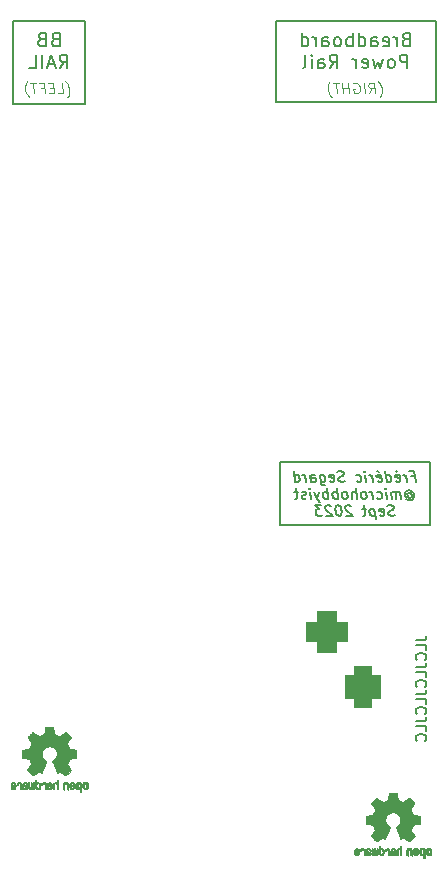
<source format=gbo>
G04 #@! TF.GenerationSoftware,KiCad,Pcbnew,7.0.7*
G04 #@! TF.CreationDate,2023-09-11T08:48:11-04:00*
G04 #@! TF.ProjectId,Breadboard supply rail,42726561-6462-46f6-9172-642073757070,rev?*
G04 #@! TF.SameCoordinates,Original*
G04 #@! TF.FileFunction,Legend,Bot*
G04 #@! TF.FilePolarity,Positive*
%FSLAX46Y46*%
G04 Gerber Fmt 4.6, Leading zero omitted, Abs format (unit mm)*
G04 Created by KiCad (PCBNEW 7.0.7) date 2023-09-11 08:48:11*
%MOMM*%
%LPD*%
G01*
G04 APERTURE LIST*
G04 Aperture macros list*
%AMRoundRect*
0 Rectangle with rounded corners*
0 $1 Rounding radius*
0 $2 $3 $4 $5 $6 $7 $8 $9 X,Y pos of 4 corners*
0 Add a 4 corners polygon primitive as box body*
4,1,4,$2,$3,$4,$5,$6,$7,$8,$9,$2,$3,0*
0 Add four circle primitives for the rounded corners*
1,1,$1+$1,$2,$3*
1,1,$1+$1,$4,$5*
1,1,$1+$1,$6,$7*
1,1,$1+$1,$8,$9*
0 Add four rect primitives between the rounded corners*
20,1,$1+$1,$2,$3,$4,$5,0*
20,1,$1+$1,$4,$5,$6,$7,0*
20,1,$1+$1,$6,$7,$8,$9,0*
20,1,$1+$1,$8,$9,$2,$3,0*%
G04 Aperture macros list end*
%ADD10C,0.111125*%
%ADD11C,0.127000*%
%ADD12C,0.150000*%
%ADD13C,0.177800*%
%ADD14C,0.010000*%
%ADD15R,1.600000X1.600000*%
%ADD16C,1.600000*%
%ADD17C,2.600000*%
%ADD18R,1.700000X1.700000*%
%ADD19O,1.700000X1.700000*%
%ADD20R,1.635000X1.635000*%
%ADD21C,1.635000*%
%ADD22O,1.600000X1.600000*%
%ADD23R,1.800000X1.800000*%
%ADD24C,1.800000*%
%ADD25R,3.500000X3.500000*%
%ADD26RoundRect,0.750000X0.750000X1.000000X-0.750000X1.000000X-0.750000X-1.000000X0.750000X-1.000000X0*%
%ADD27RoundRect,0.875000X0.875000X0.875000X-0.875000X0.875000X-0.875000X-0.875000X0.875000X-0.875000X0*%
G04 APERTURE END LIST*
D10*
X162099624Y-61184092D02*
X162136666Y-61141758D01*
X162136666Y-61141758D02*
X162205457Y-61014758D01*
X162205457Y-61014758D02*
X162237207Y-60930092D01*
X162237207Y-60930092D02*
X162263666Y-60803092D01*
X162263666Y-60803092D02*
X162279541Y-60591425D01*
X162279541Y-60591425D02*
X162258374Y-60422092D01*
X162258374Y-60422092D02*
X162189582Y-60210425D01*
X162189582Y-60210425D02*
X162131374Y-60083425D01*
X162131374Y-60083425D02*
X162078457Y-59998758D01*
X162078457Y-59998758D02*
X161977916Y-59871758D01*
X161977916Y-59871758D02*
X161930291Y-59829425D01*
X161210624Y-60845425D02*
X161454040Y-60422092D01*
X161718624Y-60845425D02*
X161607499Y-59956425D01*
X161607499Y-59956425D02*
X161268832Y-59956425D01*
X161268832Y-59956425D02*
X161189457Y-59998758D01*
X161189457Y-59998758D02*
X161152415Y-60041092D01*
X161152415Y-60041092D02*
X161120665Y-60125758D01*
X161120665Y-60125758D02*
X161136540Y-60252758D01*
X161136540Y-60252758D02*
X161189457Y-60337425D01*
X161189457Y-60337425D02*
X161237082Y-60379758D01*
X161237082Y-60379758D02*
X161327040Y-60422092D01*
X161327040Y-60422092D02*
X161665707Y-60422092D01*
X160829624Y-60845425D02*
X160718499Y-59956425D01*
X159834791Y-59998758D02*
X159914166Y-59956425D01*
X159914166Y-59956425D02*
X160041166Y-59956425D01*
X160041166Y-59956425D02*
X160173457Y-59998758D01*
X160173457Y-59998758D02*
X160268707Y-60083425D01*
X160268707Y-60083425D02*
X160321624Y-60168092D01*
X160321624Y-60168092D02*
X160385124Y-60337425D01*
X160385124Y-60337425D02*
X160400999Y-60464425D01*
X160400999Y-60464425D02*
X160379832Y-60633758D01*
X160379832Y-60633758D02*
X160348082Y-60718425D01*
X160348082Y-60718425D02*
X160273999Y-60803092D01*
X160273999Y-60803092D02*
X160152291Y-60845425D01*
X160152291Y-60845425D02*
X160067624Y-60845425D01*
X160067624Y-60845425D02*
X159935332Y-60803092D01*
X159935332Y-60803092D02*
X159887707Y-60760758D01*
X159887707Y-60760758D02*
X159850666Y-60464425D01*
X159850666Y-60464425D02*
X160019999Y-60464425D01*
X159517291Y-60845425D02*
X159406166Y-59956425D01*
X159459082Y-60379758D02*
X158951082Y-60379758D01*
X159009291Y-60845425D02*
X158898166Y-59956425D01*
X158601833Y-59956425D02*
X158093833Y-59956425D01*
X158458958Y-60845425D02*
X158347833Y-59956425D01*
X158035625Y-61184092D02*
X157988000Y-61141758D01*
X157988000Y-61141758D02*
X157887458Y-61014758D01*
X157887458Y-61014758D02*
X157834541Y-60930092D01*
X157834541Y-60930092D02*
X157776333Y-60803092D01*
X157776333Y-60803092D02*
X157707541Y-60591425D01*
X157707541Y-60591425D02*
X157686375Y-60422092D01*
X157686375Y-60422092D02*
X157702250Y-60210425D01*
X157702250Y-60210425D02*
X157728708Y-60083425D01*
X157728708Y-60083425D02*
X157760458Y-59998758D01*
X157760458Y-59998758D02*
X157829250Y-59871758D01*
X157829250Y-59871758D02*
X157866291Y-59829425D01*
D11*
X165123665Y-107145666D02*
X165758665Y-107145666D01*
X165758665Y-107145666D02*
X165885665Y-107103333D01*
X165885665Y-107103333D02*
X165970332Y-107018666D01*
X165970332Y-107018666D02*
X166012665Y-106891666D01*
X166012665Y-106891666D02*
X166012665Y-106807000D01*
X166012665Y-107992333D02*
X166012665Y-107568999D01*
X166012665Y-107568999D02*
X165123665Y-107568999D01*
X165927998Y-108796666D02*
X165970332Y-108754333D01*
X165970332Y-108754333D02*
X166012665Y-108627333D01*
X166012665Y-108627333D02*
X166012665Y-108542666D01*
X166012665Y-108542666D02*
X165970332Y-108415666D01*
X165970332Y-108415666D02*
X165885665Y-108331000D01*
X165885665Y-108331000D02*
X165800998Y-108288666D01*
X165800998Y-108288666D02*
X165631665Y-108246333D01*
X165631665Y-108246333D02*
X165504665Y-108246333D01*
X165504665Y-108246333D02*
X165335332Y-108288666D01*
X165335332Y-108288666D02*
X165250665Y-108331000D01*
X165250665Y-108331000D02*
X165165998Y-108415666D01*
X165165998Y-108415666D02*
X165123665Y-108542666D01*
X165123665Y-108542666D02*
X165123665Y-108627333D01*
X165123665Y-108627333D02*
X165165998Y-108754333D01*
X165165998Y-108754333D02*
X165208332Y-108796666D01*
X165123665Y-109431666D02*
X165758665Y-109431666D01*
X165758665Y-109431666D02*
X165885665Y-109389333D01*
X165885665Y-109389333D02*
X165970332Y-109304666D01*
X165970332Y-109304666D02*
X166012665Y-109177666D01*
X166012665Y-109177666D02*
X166012665Y-109093000D01*
X166012665Y-110278333D02*
X166012665Y-109854999D01*
X166012665Y-109854999D02*
X165123665Y-109854999D01*
X165927998Y-111082666D02*
X165970332Y-111040333D01*
X165970332Y-111040333D02*
X166012665Y-110913333D01*
X166012665Y-110913333D02*
X166012665Y-110828666D01*
X166012665Y-110828666D02*
X165970332Y-110701666D01*
X165970332Y-110701666D02*
X165885665Y-110617000D01*
X165885665Y-110617000D02*
X165800998Y-110574666D01*
X165800998Y-110574666D02*
X165631665Y-110532333D01*
X165631665Y-110532333D02*
X165504665Y-110532333D01*
X165504665Y-110532333D02*
X165335332Y-110574666D01*
X165335332Y-110574666D02*
X165250665Y-110617000D01*
X165250665Y-110617000D02*
X165165998Y-110701666D01*
X165165998Y-110701666D02*
X165123665Y-110828666D01*
X165123665Y-110828666D02*
X165123665Y-110913333D01*
X165123665Y-110913333D02*
X165165998Y-111040333D01*
X165165998Y-111040333D02*
X165208332Y-111082666D01*
X165123665Y-111717666D02*
X165758665Y-111717666D01*
X165758665Y-111717666D02*
X165885665Y-111675333D01*
X165885665Y-111675333D02*
X165970332Y-111590666D01*
X165970332Y-111590666D02*
X166012665Y-111463666D01*
X166012665Y-111463666D02*
X166012665Y-111379000D01*
X166012665Y-112564333D02*
X166012665Y-112140999D01*
X166012665Y-112140999D02*
X165123665Y-112140999D01*
X165927998Y-113368666D02*
X165970332Y-113326333D01*
X165970332Y-113326333D02*
X166012665Y-113199333D01*
X166012665Y-113199333D02*
X166012665Y-113114666D01*
X166012665Y-113114666D02*
X165970332Y-112987666D01*
X165970332Y-112987666D02*
X165885665Y-112903000D01*
X165885665Y-112903000D02*
X165800998Y-112860666D01*
X165800998Y-112860666D02*
X165631665Y-112818333D01*
X165631665Y-112818333D02*
X165504665Y-112818333D01*
X165504665Y-112818333D02*
X165335332Y-112860666D01*
X165335332Y-112860666D02*
X165250665Y-112903000D01*
X165250665Y-112903000D02*
X165165998Y-112987666D01*
X165165998Y-112987666D02*
X165123665Y-113114666D01*
X165123665Y-113114666D02*
X165123665Y-113199333D01*
X165123665Y-113199333D02*
X165165998Y-113326333D01*
X165165998Y-113326333D02*
X165208332Y-113368666D01*
X165123665Y-114003666D02*
X165758665Y-114003666D01*
X165758665Y-114003666D02*
X165885665Y-113961333D01*
X165885665Y-113961333D02*
X165970332Y-113876666D01*
X165970332Y-113876666D02*
X166012665Y-113749666D01*
X166012665Y-113749666D02*
X166012665Y-113665000D01*
X166012665Y-114850333D02*
X166012665Y-114426999D01*
X166012665Y-114426999D02*
X165123665Y-114426999D01*
X165927998Y-115654666D02*
X165970332Y-115612333D01*
X165970332Y-115612333D02*
X166012665Y-115485333D01*
X166012665Y-115485333D02*
X166012665Y-115400666D01*
X166012665Y-115400666D02*
X165970332Y-115273666D01*
X165970332Y-115273666D02*
X165885665Y-115189000D01*
X165885665Y-115189000D02*
X165800998Y-115146666D01*
X165800998Y-115146666D02*
X165631665Y-115104333D01*
X165631665Y-115104333D02*
X165504665Y-115104333D01*
X165504665Y-115104333D02*
X165335332Y-115146666D01*
X165335332Y-115146666D02*
X165250665Y-115189000D01*
X165250665Y-115189000D02*
X165165998Y-115273666D01*
X165165998Y-115273666D02*
X165123665Y-115400666D01*
X165123665Y-115400666D02*
X165123665Y-115485333D01*
X165123665Y-115485333D02*
X165165998Y-115612333D01*
X165165998Y-115612333D02*
X165208332Y-115654666D01*
D10*
X135641291Y-61184092D02*
X135678333Y-61141758D01*
X135678333Y-61141758D02*
X135747124Y-61014758D01*
X135747124Y-61014758D02*
X135778874Y-60930092D01*
X135778874Y-60930092D02*
X135805333Y-60803092D01*
X135805333Y-60803092D02*
X135821208Y-60591425D01*
X135821208Y-60591425D02*
X135800041Y-60422092D01*
X135800041Y-60422092D02*
X135731249Y-60210425D01*
X135731249Y-60210425D02*
X135673041Y-60083425D01*
X135673041Y-60083425D02*
X135620124Y-59998758D01*
X135620124Y-59998758D02*
X135519583Y-59871758D01*
X135519583Y-59871758D02*
X135471958Y-59829425D01*
X134836957Y-60845425D02*
X135260291Y-60845425D01*
X135260291Y-60845425D02*
X135149166Y-59956425D01*
X134482415Y-60379758D02*
X134186082Y-60379758D01*
X134117290Y-60845425D02*
X134540624Y-60845425D01*
X134540624Y-60845425D02*
X134429499Y-59956425D01*
X134429499Y-59956425D02*
X134006165Y-59956425D01*
X133381749Y-60379758D02*
X133678082Y-60379758D01*
X133736291Y-60845425D02*
X133625166Y-59956425D01*
X133625166Y-59956425D02*
X133201832Y-59956425D01*
X132990166Y-59956425D02*
X132482166Y-59956425D01*
X132847291Y-60845425D02*
X132736166Y-59956425D01*
X132423958Y-61184092D02*
X132376333Y-61141758D01*
X132376333Y-61141758D02*
X132275791Y-61014758D01*
X132275791Y-61014758D02*
X132222874Y-60930092D01*
X132222874Y-60930092D02*
X132164666Y-60803092D01*
X132164666Y-60803092D02*
X132095874Y-60591425D01*
X132095874Y-60591425D02*
X132074708Y-60422092D01*
X132074708Y-60422092D02*
X132090583Y-60210425D01*
X132090583Y-60210425D02*
X132117041Y-60083425D01*
X132117041Y-60083425D02*
X132148791Y-59998758D01*
X132148791Y-59998758D02*
X132217583Y-59871758D01*
X132217583Y-59871758D02*
X132254624Y-59829425D01*
D12*
X164771915Y-93263116D02*
X165068248Y-93263116D01*
X165126457Y-93728783D02*
X165015332Y-92839783D01*
X165015332Y-92839783D02*
X164591998Y-92839783D01*
X164364457Y-93728783D02*
X164290373Y-93136116D01*
X164311540Y-93305450D02*
X164258623Y-93220783D01*
X164258623Y-93220783D02*
X164210998Y-93178450D01*
X164210998Y-93178450D02*
X164121040Y-93136116D01*
X164121040Y-93136116D02*
X164036373Y-93136116D01*
X163470165Y-93686450D02*
X163560124Y-93728783D01*
X163560124Y-93728783D02*
X163729457Y-93728783D01*
X163729457Y-93728783D02*
X163808832Y-93686450D01*
X163808832Y-93686450D02*
X163840582Y-93601783D01*
X163840582Y-93601783D02*
X163798249Y-93263116D01*
X163798249Y-93263116D02*
X163745332Y-93178450D01*
X163745332Y-93178450D02*
X163655374Y-93136116D01*
X163655374Y-93136116D02*
X163486040Y-93136116D01*
X163486040Y-93136116D02*
X163406665Y-93178450D01*
X163406665Y-93178450D02*
X163374915Y-93263116D01*
X163374915Y-93263116D02*
X163385499Y-93347783D01*
X163385499Y-93347783D02*
X163819415Y-93432450D01*
X163443707Y-92797450D02*
X163586582Y-92924450D01*
X162671124Y-93728783D02*
X162559999Y-92839783D01*
X162665832Y-93686450D02*
X162755790Y-93728783D01*
X162755790Y-93728783D02*
X162925124Y-93728783D01*
X162925124Y-93728783D02*
X163004499Y-93686450D01*
X163004499Y-93686450D02*
X163041540Y-93644116D01*
X163041540Y-93644116D02*
X163073290Y-93559450D01*
X163073290Y-93559450D02*
X163041540Y-93305450D01*
X163041540Y-93305450D02*
X162988624Y-93220783D01*
X162988624Y-93220783D02*
X162940999Y-93178450D01*
X162940999Y-93178450D02*
X162851040Y-93136116D01*
X162851040Y-93136116D02*
X162681707Y-93136116D01*
X162681707Y-93136116D02*
X162602332Y-93178450D01*
X161903832Y-93686450D02*
X161993791Y-93728783D01*
X161993791Y-93728783D02*
X162163124Y-93728783D01*
X162163124Y-93728783D02*
X162242499Y-93686450D01*
X162242499Y-93686450D02*
X162274249Y-93601783D01*
X162274249Y-93601783D02*
X162231916Y-93263116D01*
X162231916Y-93263116D02*
X162178999Y-93178450D01*
X162178999Y-93178450D02*
X162089041Y-93136116D01*
X162089041Y-93136116D02*
X161919707Y-93136116D01*
X161919707Y-93136116D02*
X161840332Y-93178450D01*
X161840332Y-93178450D02*
X161808582Y-93263116D01*
X161808582Y-93263116D02*
X161819166Y-93347783D01*
X161819166Y-93347783D02*
X162253082Y-93432450D01*
X161877374Y-92797450D02*
X162020249Y-92924450D01*
X161485791Y-93728783D02*
X161411707Y-93136116D01*
X161432874Y-93305450D02*
X161379957Y-93220783D01*
X161379957Y-93220783D02*
X161332332Y-93178450D01*
X161332332Y-93178450D02*
X161242374Y-93136116D01*
X161242374Y-93136116D02*
X161157707Y-93136116D01*
X160935458Y-93728783D02*
X160861374Y-93136116D01*
X160824333Y-92839783D02*
X160871958Y-92882116D01*
X160871958Y-92882116D02*
X160834916Y-92924450D01*
X160834916Y-92924450D02*
X160787291Y-92882116D01*
X160787291Y-92882116D02*
X160824333Y-92839783D01*
X160824333Y-92839783D02*
X160834916Y-92924450D01*
X160125833Y-93686450D02*
X160215791Y-93728783D01*
X160215791Y-93728783D02*
X160385125Y-93728783D01*
X160385125Y-93728783D02*
X160464500Y-93686450D01*
X160464500Y-93686450D02*
X160501541Y-93644116D01*
X160501541Y-93644116D02*
X160533291Y-93559450D01*
X160533291Y-93559450D02*
X160501541Y-93305450D01*
X160501541Y-93305450D02*
X160448625Y-93220783D01*
X160448625Y-93220783D02*
X160401000Y-93178450D01*
X160401000Y-93178450D02*
X160311041Y-93136116D01*
X160311041Y-93136116D02*
X160141708Y-93136116D01*
X160141708Y-93136116D02*
X160062333Y-93178450D01*
X159109833Y-93686450D02*
X158988125Y-93728783D01*
X158988125Y-93728783D02*
X158776458Y-93728783D01*
X158776458Y-93728783D02*
X158686500Y-93686450D01*
X158686500Y-93686450D02*
X158638875Y-93644116D01*
X158638875Y-93644116D02*
X158585958Y-93559450D01*
X158585958Y-93559450D02*
X158575375Y-93474783D01*
X158575375Y-93474783D02*
X158607125Y-93390116D01*
X158607125Y-93390116D02*
X158644167Y-93347783D01*
X158644167Y-93347783D02*
X158723542Y-93305450D01*
X158723542Y-93305450D02*
X158887583Y-93263116D01*
X158887583Y-93263116D02*
X158966958Y-93220783D01*
X158966958Y-93220783D02*
X159004000Y-93178450D01*
X159004000Y-93178450D02*
X159035750Y-93093783D01*
X159035750Y-93093783D02*
X159025167Y-93009116D01*
X159025167Y-93009116D02*
X158972250Y-92924450D01*
X158972250Y-92924450D02*
X158924625Y-92882116D01*
X158924625Y-92882116D02*
X158834667Y-92839783D01*
X158834667Y-92839783D02*
X158623000Y-92839783D01*
X158623000Y-92839783D02*
X158501292Y-92882116D01*
X157882166Y-93686450D02*
X157972125Y-93728783D01*
X157972125Y-93728783D02*
X158141458Y-93728783D01*
X158141458Y-93728783D02*
X158220833Y-93686450D01*
X158220833Y-93686450D02*
X158252583Y-93601783D01*
X158252583Y-93601783D02*
X158210250Y-93263116D01*
X158210250Y-93263116D02*
X158157333Y-93178450D01*
X158157333Y-93178450D02*
X158067375Y-93136116D01*
X158067375Y-93136116D02*
X157898041Y-93136116D01*
X157898041Y-93136116D02*
X157818666Y-93178450D01*
X157818666Y-93178450D02*
X157786916Y-93263116D01*
X157786916Y-93263116D02*
X157797500Y-93347783D01*
X157797500Y-93347783D02*
X158231416Y-93432450D01*
X157009041Y-93136116D02*
X157099000Y-93855783D01*
X157099000Y-93855783D02*
X157151916Y-93940450D01*
X157151916Y-93940450D02*
X157199541Y-93982783D01*
X157199541Y-93982783D02*
X157289500Y-94025116D01*
X157289500Y-94025116D02*
X157416500Y-94025116D01*
X157416500Y-94025116D02*
X157495875Y-93982783D01*
X157077833Y-93686450D02*
X157167791Y-93728783D01*
X157167791Y-93728783D02*
X157337125Y-93728783D01*
X157337125Y-93728783D02*
X157416500Y-93686450D01*
X157416500Y-93686450D02*
X157453541Y-93644116D01*
X157453541Y-93644116D02*
X157485291Y-93559450D01*
X157485291Y-93559450D02*
X157453541Y-93305450D01*
X157453541Y-93305450D02*
X157400625Y-93220783D01*
X157400625Y-93220783D02*
X157353000Y-93178450D01*
X157353000Y-93178450D02*
X157263041Y-93136116D01*
X157263041Y-93136116D02*
X157093708Y-93136116D01*
X157093708Y-93136116D02*
X157014333Y-93178450D01*
X156278792Y-93728783D02*
X156220583Y-93263116D01*
X156220583Y-93263116D02*
X156252333Y-93178450D01*
X156252333Y-93178450D02*
X156331708Y-93136116D01*
X156331708Y-93136116D02*
X156501042Y-93136116D01*
X156501042Y-93136116D02*
X156591000Y-93178450D01*
X156273500Y-93686450D02*
X156363458Y-93728783D01*
X156363458Y-93728783D02*
X156575125Y-93728783D01*
X156575125Y-93728783D02*
X156654500Y-93686450D01*
X156654500Y-93686450D02*
X156686250Y-93601783D01*
X156686250Y-93601783D02*
X156675667Y-93517116D01*
X156675667Y-93517116D02*
X156622750Y-93432450D01*
X156622750Y-93432450D02*
X156532792Y-93390116D01*
X156532792Y-93390116D02*
X156321125Y-93390116D01*
X156321125Y-93390116D02*
X156231167Y-93347783D01*
X155855459Y-93728783D02*
X155781375Y-93136116D01*
X155802542Y-93305450D02*
X155749625Y-93220783D01*
X155749625Y-93220783D02*
X155702000Y-93178450D01*
X155702000Y-93178450D02*
X155612042Y-93136116D01*
X155612042Y-93136116D02*
X155527375Y-93136116D01*
X154924126Y-93728783D02*
X154813001Y-92839783D01*
X154918834Y-93686450D02*
X155008792Y-93728783D01*
X155008792Y-93728783D02*
X155178126Y-93728783D01*
X155178126Y-93728783D02*
X155257501Y-93686450D01*
X155257501Y-93686450D02*
X155294542Y-93644116D01*
X155294542Y-93644116D02*
X155326292Y-93559450D01*
X155326292Y-93559450D02*
X155294542Y-93305450D01*
X155294542Y-93305450D02*
X155241626Y-93220783D01*
X155241626Y-93220783D02*
X155194001Y-93178450D01*
X155194001Y-93178450D02*
X155104042Y-93136116D01*
X155104042Y-93136116D02*
X154934709Y-93136116D01*
X154934709Y-93136116D02*
X154855334Y-93178450D01*
X164417373Y-94736740D02*
X164454414Y-94694406D01*
X164454414Y-94694406D02*
X164533789Y-94652073D01*
X164533789Y-94652073D02*
X164618456Y-94652073D01*
X164618456Y-94652073D02*
X164708414Y-94694406D01*
X164708414Y-94694406D02*
X164756039Y-94736740D01*
X164756039Y-94736740D02*
X164808956Y-94821406D01*
X164808956Y-94821406D02*
X164819539Y-94906073D01*
X164819539Y-94906073D02*
X164787789Y-94990740D01*
X164787789Y-94990740D02*
X164750748Y-95033073D01*
X164750748Y-95033073D02*
X164671373Y-95075406D01*
X164671373Y-95075406D02*
X164586706Y-95075406D01*
X164586706Y-95075406D02*
X164496748Y-95033073D01*
X164496748Y-95033073D02*
X164449123Y-94990740D01*
X164406789Y-94652073D02*
X164449123Y-94990740D01*
X164449123Y-94990740D02*
X164412081Y-95033073D01*
X164412081Y-95033073D02*
X164369748Y-95033073D01*
X164369748Y-95033073D02*
X164279789Y-94990740D01*
X164279789Y-94990740D02*
X164226873Y-94906073D01*
X164226873Y-94906073D02*
X164200414Y-94694406D01*
X164200414Y-94694406D02*
X164269206Y-94567406D01*
X164269206Y-94567406D02*
X164385623Y-94482740D01*
X164385623Y-94482740D02*
X164549664Y-94440406D01*
X164549664Y-94440406D02*
X164724289Y-94482740D01*
X164724289Y-94482740D02*
X164861873Y-94567406D01*
X164861873Y-94567406D02*
X164962414Y-94694406D01*
X164962414Y-94694406D02*
X165025914Y-94863740D01*
X165025914Y-94863740D02*
X165004748Y-95033073D01*
X165004748Y-95033073D02*
X164935956Y-95160073D01*
X164935956Y-95160073D02*
X164819539Y-95244740D01*
X164819539Y-95244740D02*
X164655498Y-95287073D01*
X164655498Y-95287073D02*
X164480873Y-95244740D01*
X164480873Y-95244740D02*
X164343289Y-95160073D01*
X163877623Y-95160073D02*
X163803539Y-94567406D01*
X163814123Y-94652073D02*
X163766498Y-94609740D01*
X163766498Y-94609740D02*
X163676539Y-94567406D01*
X163676539Y-94567406D02*
X163549539Y-94567406D01*
X163549539Y-94567406D02*
X163470164Y-94609740D01*
X163470164Y-94609740D02*
X163438414Y-94694406D01*
X163438414Y-94694406D02*
X163496623Y-95160073D01*
X163438414Y-94694406D02*
X163385498Y-94609740D01*
X163385498Y-94609740D02*
X163295539Y-94567406D01*
X163295539Y-94567406D02*
X163168539Y-94567406D01*
X163168539Y-94567406D02*
X163089164Y-94609740D01*
X163089164Y-94609740D02*
X163057414Y-94694406D01*
X163057414Y-94694406D02*
X163115623Y-95160073D01*
X162692290Y-95160073D02*
X162618206Y-94567406D01*
X162581165Y-94271073D02*
X162628790Y-94313406D01*
X162628790Y-94313406D02*
X162591748Y-94355740D01*
X162591748Y-94355740D02*
X162544123Y-94313406D01*
X162544123Y-94313406D02*
X162581165Y-94271073D01*
X162581165Y-94271073D02*
X162591748Y-94355740D01*
X161882665Y-95117740D02*
X161972623Y-95160073D01*
X161972623Y-95160073D02*
X162141957Y-95160073D01*
X162141957Y-95160073D02*
X162221332Y-95117740D01*
X162221332Y-95117740D02*
X162258373Y-95075406D01*
X162258373Y-95075406D02*
X162290123Y-94990740D01*
X162290123Y-94990740D02*
X162258373Y-94736740D01*
X162258373Y-94736740D02*
X162205457Y-94652073D01*
X162205457Y-94652073D02*
X162157832Y-94609740D01*
X162157832Y-94609740D02*
X162067873Y-94567406D01*
X162067873Y-94567406D02*
X161898540Y-94567406D01*
X161898540Y-94567406D02*
X161819165Y-94609740D01*
X161506957Y-95160073D02*
X161432873Y-94567406D01*
X161454040Y-94736740D02*
X161401123Y-94652073D01*
X161401123Y-94652073D02*
X161353498Y-94609740D01*
X161353498Y-94609740D02*
X161263540Y-94567406D01*
X161263540Y-94567406D02*
X161178873Y-94567406D01*
X160829624Y-95160073D02*
X160908999Y-95117740D01*
X160908999Y-95117740D02*
X160946040Y-95075406D01*
X160946040Y-95075406D02*
X160977790Y-94990740D01*
X160977790Y-94990740D02*
X160946040Y-94736740D01*
X160946040Y-94736740D02*
X160893124Y-94652073D01*
X160893124Y-94652073D02*
X160845499Y-94609740D01*
X160845499Y-94609740D02*
X160755540Y-94567406D01*
X160755540Y-94567406D02*
X160628540Y-94567406D01*
X160628540Y-94567406D02*
X160549165Y-94609740D01*
X160549165Y-94609740D02*
X160512124Y-94652073D01*
X160512124Y-94652073D02*
X160480374Y-94736740D01*
X160480374Y-94736740D02*
X160512124Y-94990740D01*
X160512124Y-94990740D02*
X160565040Y-95075406D01*
X160565040Y-95075406D02*
X160612665Y-95117740D01*
X160612665Y-95117740D02*
X160702624Y-95160073D01*
X160702624Y-95160073D02*
X160829624Y-95160073D01*
X160152291Y-95160073D02*
X160041166Y-94271073D01*
X159771291Y-95160073D02*
X159713082Y-94694406D01*
X159713082Y-94694406D02*
X159744832Y-94609740D01*
X159744832Y-94609740D02*
X159824207Y-94567406D01*
X159824207Y-94567406D02*
X159951207Y-94567406D01*
X159951207Y-94567406D02*
X160041166Y-94609740D01*
X160041166Y-94609740D02*
X160088791Y-94652073D01*
X159220958Y-95160073D02*
X159300333Y-95117740D01*
X159300333Y-95117740D02*
X159337374Y-95075406D01*
X159337374Y-95075406D02*
X159369124Y-94990740D01*
X159369124Y-94990740D02*
X159337374Y-94736740D01*
X159337374Y-94736740D02*
X159284458Y-94652073D01*
X159284458Y-94652073D02*
X159236833Y-94609740D01*
X159236833Y-94609740D02*
X159146874Y-94567406D01*
X159146874Y-94567406D02*
X159019874Y-94567406D01*
X159019874Y-94567406D02*
X158940499Y-94609740D01*
X158940499Y-94609740D02*
X158903458Y-94652073D01*
X158903458Y-94652073D02*
X158871708Y-94736740D01*
X158871708Y-94736740D02*
X158903458Y-94990740D01*
X158903458Y-94990740D02*
X158956374Y-95075406D01*
X158956374Y-95075406D02*
X159003999Y-95117740D01*
X159003999Y-95117740D02*
X159093958Y-95160073D01*
X159093958Y-95160073D02*
X159220958Y-95160073D01*
X158543625Y-95160073D02*
X158432500Y-94271073D01*
X158474833Y-94609740D02*
X158384875Y-94567406D01*
X158384875Y-94567406D02*
X158215541Y-94567406D01*
X158215541Y-94567406D02*
X158136166Y-94609740D01*
X158136166Y-94609740D02*
X158099125Y-94652073D01*
X158099125Y-94652073D02*
X158067375Y-94736740D01*
X158067375Y-94736740D02*
X158099125Y-94990740D01*
X158099125Y-94990740D02*
X158152041Y-95075406D01*
X158152041Y-95075406D02*
X158199666Y-95117740D01*
X158199666Y-95117740D02*
X158289625Y-95160073D01*
X158289625Y-95160073D02*
X158458958Y-95160073D01*
X158458958Y-95160073D02*
X158538333Y-95117740D01*
X157739292Y-95160073D02*
X157628167Y-94271073D01*
X157670500Y-94609740D02*
X157580542Y-94567406D01*
X157580542Y-94567406D02*
X157411208Y-94567406D01*
X157411208Y-94567406D02*
X157331833Y-94609740D01*
X157331833Y-94609740D02*
X157294792Y-94652073D01*
X157294792Y-94652073D02*
X157263042Y-94736740D01*
X157263042Y-94736740D02*
X157294792Y-94990740D01*
X157294792Y-94990740D02*
X157347708Y-95075406D01*
X157347708Y-95075406D02*
X157395333Y-95117740D01*
X157395333Y-95117740D02*
X157485292Y-95160073D01*
X157485292Y-95160073D02*
X157654625Y-95160073D01*
X157654625Y-95160073D02*
X157734000Y-95117740D01*
X156945542Y-94567406D02*
X156807959Y-95160073D01*
X156522209Y-94567406D02*
X156807959Y-95160073D01*
X156807959Y-95160073D02*
X156919084Y-95371740D01*
X156919084Y-95371740D02*
X156966709Y-95414073D01*
X156966709Y-95414073D02*
X157056667Y-95456406D01*
X156257626Y-95160073D02*
X156183542Y-94567406D01*
X156146501Y-94271073D02*
X156194126Y-94313406D01*
X156194126Y-94313406D02*
X156157084Y-94355740D01*
X156157084Y-94355740D02*
X156109459Y-94313406D01*
X156109459Y-94313406D02*
X156146501Y-94271073D01*
X156146501Y-94271073D02*
X156157084Y-94355740D01*
X155871334Y-95117740D02*
X155791959Y-95160073D01*
X155791959Y-95160073D02*
X155622626Y-95160073D01*
X155622626Y-95160073D02*
X155532668Y-95117740D01*
X155532668Y-95117740D02*
X155479751Y-95033073D01*
X155479751Y-95033073D02*
X155474459Y-94990740D01*
X155474459Y-94990740D02*
X155506209Y-94906073D01*
X155506209Y-94906073D02*
X155585584Y-94863740D01*
X155585584Y-94863740D02*
X155712584Y-94863740D01*
X155712584Y-94863740D02*
X155791959Y-94821406D01*
X155791959Y-94821406D02*
X155823709Y-94736740D01*
X155823709Y-94736740D02*
X155818418Y-94694406D01*
X155818418Y-94694406D02*
X155765501Y-94609740D01*
X155765501Y-94609740D02*
X155675543Y-94567406D01*
X155675543Y-94567406D02*
X155548543Y-94567406D01*
X155548543Y-94567406D02*
X155469168Y-94609740D01*
X155167542Y-94567406D02*
X154828876Y-94567406D01*
X155003501Y-94271073D02*
X155098751Y-95033073D01*
X155098751Y-95033073D02*
X155067001Y-95117740D01*
X155067001Y-95117740D02*
X154987626Y-95160073D01*
X154987626Y-95160073D02*
X154902959Y-95160073D01*
X163343166Y-96549030D02*
X163221458Y-96591363D01*
X163221458Y-96591363D02*
X163009791Y-96591363D01*
X163009791Y-96591363D02*
X162919833Y-96549030D01*
X162919833Y-96549030D02*
X162872208Y-96506696D01*
X162872208Y-96506696D02*
X162819291Y-96422030D01*
X162819291Y-96422030D02*
X162808708Y-96337363D01*
X162808708Y-96337363D02*
X162840458Y-96252696D01*
X162840458Y-96252696D02*
X162877500Y-96210363D01*
X162877500Y-96210363D02*
X162956875Y-96168030D01*
X162956875Y-96168030D02*
X163120916Y-96125696D01*
X163120916Y-96125696D02*
X163200291Y-96083363D01*
X163200291Y-96083363D02*
X163237333Y-96041030D01*
X163237333Y-96041030D02*
X163269083Y-95956363D01*
X163269083Y-95956363D02*
X163258500Y-95871696D01*
X163258500Y-95871696D02*
X163205583Y-95787030D01*
X163205583Y-95787030D02*
X163157958Y-95744696D01*
X163157958Y-95744696D02*
X163068000Y-95702363D01*
X163068000Y-95702363D02*
X162856333Y-95702363D01*
X162856333Y-95702363D02*
X162734625Y-95744696D01*
X162115499Y-96549030D02*
X162205458Y-96591363D01*
X162205458Y-96591363D02*
X162374791Y-96591363D01*
X162374791Y-96591363D02*
X162454166Y-96549030D01*
X162454166Y-96549030D02*
X162485916Y-96464363D01*
X162485916Y-96464363D02*
X162443583Y-96125696D01*
X162443583Y-96125696D02*
X162390666Y-96041030D01*
X162390666Y-96041030D02*
X162300708Y-95998696D01*
X162300708Y-95998696D02*
X162131374Y-95998696D01*
X162131374Y-95998696D02*
X162051999Y-96041030D01*
X162051999Y-96041030D02*
X162020249Y-96125696D01*
X162020249Y-96125696D02*
X162030833Y-96210363D01*
X162030833Y-96210363D02*
X162464749Y-96295030D01*
X161623374Y-95998696D02*
X161734499Y-96887696D01*
X161628666Y-96041030D02*
X161538708Y-95998696D01*
X161538708Y-95998696D02*
X161369374Y-95998696D01*
X161369374Y-95998696D02*
X161289999Y-96041030D01*
X161289999Y-96041030D02*
X161252958Y-96083363D01*
X161252958Y-96083363D02*
X161221208Y-96168030D01*
X161221208Y-96168030D02*
X161252958Y-96422030D01*
X161252958Y-96422030D02*
X161305874Y-96506696D01*
X161305874Y-96506696D02*
X161353499Y-96549030D01*
X161353499Y-96549030D02*
X161443458Y-96591363D01*
X161443458Y-96591363D02*
X161612791Y-96591363D01*
X161612791Y-96591363D02*
X161692166Y-96549030D01*
X160946041Y-95998696D02*
X160607375Y-95998696D01*
X160782000Y-95702363D02*
X160877250Y-96464363D01*
X160877250Y-96464363D02*
X160845500Y-96549030D01*
X160845500Y-96549030D02*
X160766125Y-96591363D01*
X160766125Y-96591363D02*
X160681458Y-96591363D01*
X159649583Y-95787030D02*
X159601958Y-95744696D01*
X159601958Y-95744696D02*
X159512000Y-95702363D01*
X159512000Y-95702363D02*
X159300333Y-95702363D01*
X159300333Y-95702363D02*
X159220958Y-95744696D01*
X159220958Y-95744696D02*
X159183917Y-95787030D01*
X159183917Y-95787030D02*
X159152167Y-95871696D01*
X159152167Y-95871696D02*
X159162750Y-95956363D01*
X159162750Y-95956363D02*
X159220958Y-96083363D01*
X159220958Y-96083363D02*
X159792458Y-96591363D01*
X159792458Y-96591363D02*
X159242125Y-96591363D01*
X158580666Y-95702363D02*
X158496000Y-95702363D01*
X158496000Y-95702363D02*
X158416625Y-95744696D01*
X158416625Y-95744696D02*
X158379583Y-95787030D01*
X158379583Y-95787030D02*
X158347833Y-95871696D01*
X158347833Y-95871696D02*
X158326666Y-96041030D01*
X158326666Y-96041030D02*
X158353125Y-96252696D01*
X158353125Y-96252696D02*
X158416625Y-96422030D01*
X158416625Y-96422030D02*
X158469541Y-96506696D01*
X158469541Y-96506696D02*
X158517166Y-96549030D01*
X158517166Y-96549030D02*
X158607125Y-96591363D01*
X158607125Y-96591363D02*
X158691791Y-96591363D01*
X158691791Y-96591363D02*
X158771166Y-96549030D01*
X158771166Y-96549030D02*
X158808208Y-96506696D01*
X158808208Y-96506696D02*
X158839958Y-96422030D01*
X158839958Y-96422030D02*
X158861125Y-96252696D01*
X158861125Y-96252696D02*
X158834666Y-96041030D01*
X158834666Y-96041030D02*
X158771166Y-95871696D01*
X158771166Y-95871696D02*
X158718250Y-95787030D01*
X158718250Y-95787030D02*
X158670625Y-95744696D01*
X158670625Y-95744696D02*
X158580666Y-95702363D01*
X157956249Y-95787030D02*
X157908624Y-95744696D01*
X157908624Y-95744696D02*
X157818666Y-95702363D01*
X157818666Y-95702363D02*
X157606999Y-95702363D01*
X157606999Y-95702363D02*
X157527624Y-95744696D01*
X157527624Y-95744696D02*
X157490583Y-95787030D01*
X157490583Y-95787030D02*
X157458833Y-95871696D01*
X157458833Y-95871696D02*
X157469416Y-95956363D01*
X157469416Y-95956363D02*
X157527624Y-96083363D01*
X157527624Y-96083363D02*
X158099124Y-96591363D01*
X158099124Y-96591363D02*
X157548791Y-96591363D01*
X157141332Y-95702363D02*
X156590999Y-95702363D01*
X156590999Y-95702363D02*
X156929666Y-96041030D01*
X156929666Y-96041030D02*
X156802666Y-96041030D01*
X156802666Y-96041030D02*
X156723291Y-96083363D01*
X156723291Y-96083363D02*
X156686249Y-96125696D01*
X156686249Y-96125696D02*
X156654499Y-96210363D01*
X156654499Y-96210363D02*
X156680957Y-96422030D01*
X156680957Y-96422030D02*
X156733874Y-96506696D01*
X156733874Y-96506696D02*
X156781499Y-96549030D01*
X156781499Y-96549030D02*
X156871457Y-96591363D01*
X156871457Y-96591363D02*
X157125457Y-96591363D01*
X157125457Y-96591363D02*
X157204832Y-96549030D01*
X157204832Y-96549030D02*
X157241874Y-96506696D01*
D11*
X153670000Y-92075000D02*
X166370000Y-92075000D01*
X166370000Y-97409000D01*
X153670000Y-97409000D01*
X153670000Y-92075000D01*
D13*
X164301714Y-56258718D02*
X164138428Y-56313146D01*
X164138428Y-56313146D02*
X164083999Y-56367575D01*
X164083999Y-56367575D02*
X164029571Y-56476432D01*
X164029571Y-56476432D02*
X164029571Y-56639718D01*
X164029571Y-56639718D02*
X164083999Y-56748575D01*
X164083999Y-56748575D02*
X164138428Y-56803004D01*
X164138428Y-56803004D02*
X164247285Y-56857432D01*
X164247285Y-56857432D02*
X164682714Y-56857432D01*
X164682714Y-56857432D02*
X164682714Y-55714432D01*
X164682714Y-55714432D02*
X164301714Y-55714432D01*
X164301714Y-55714432D02*
X164192857Y-55768861D01*
X164192857Y-55768861D02*
X164138428Y-55823289D01*
X164138428Y-55823289D02*
X164083999Y-55932146D01*
X164083999Y-55932146D02*
X164083999Y-56041004D01*
X164083999Y-56041004D02*
X164138428Y-56149861D01*
X164138428Y-56149861D02*
X164192857Y-56204289D01*
X164192857Y-56204289D02*
X164301714Y-56258718D01*
X164301714Y-56258718D02*
X164682714Y-56258718D01*
X163539714Y-56857432D02*
X163539714Y-56095432D01*
X163539714Y-56313146D02*
X163485285Y-56204289D01*
X163485285Y-56204289D02*
X163430857Y-56149861D01*
X163430857Y-56149861D02*
X163321999Y-56095432D01*
X163321999Y-56095432D02*
X163213142Y-56095432D01*
X162396714Y-56803004D02*
X162505571Y-56857432D01*
X162505571Y-56857432D02*
X162723286Y-56857432D01*
X162723286Y-56857432D02*
X162832143Y-56803004D01*
X162832143Y-56803004D02*
X162886571Y-56694146D01*
X162886571Y-56694146D02*
X162886571Y-56258718D01*
X162886571Y-56258718D02*
X162832143Y-56149861D01*
X162832143Y-56149861D02*
X162723286Y-56095432D01*
X162723286Y-56095432D02*
X162505571Y-56095432D01*
X162505571Y-56095432D02*
X162396714Y-56149861D01*
X162396714Y-56149861D02*
X162342286Y-56258718D01*
X162342286Y-56258718D02*
X162342286Y-56367575D01*
X162342286Y-56367575D02*
X162886571Y-56476432D01*
X161362572Y-56857432D02*
X161362572Y-56258718D01*
X161362572Y-56258718D02*
X161417000Y-56149861D01*
X161417000Y-56149861D02*
X161525857Y-56095432D01*
X161525857Y-56095432D02*
X161743572Y-56095432D01*
X161743572Y-56095432D02*
X161852429Y-56149861D01*
X161362572Y-56803004D02*
X161471429Y-56857432D01*
X161471429Y-56857432D02*
X161743572Y-56857432D01*
X161743572Y-56857432D02*
X161852429Y-56803004D01*
X161852429Y-56803004D02*
X161906857Y-56694146D01*
X161906857Y-56694146D02*
X161906857Y-56585289D01*
X161906857Y-56585289D02*
X161852429Y-56476432D01*
X161852429Y-56476432D02*
X161743572Y-56422004D01*
X161743572Y-56422004D02*
X161471429Y-56422004D01*
X161471429Y-56422004D02*
X161362572Y-56367575D01*
X160328429Y-56857432D02*
X160328429Y-55714432D01*
X160328429Y-56803004D02*
X160437286Y-56857432D01*
X160437286Y-56857432D02*
X160655000Y-56857432D01*
X160655000Y-56857432D02*
X160763857Y-56803004D01*
X160763857Y-56803004D02*
X160818286Y-56748575D01*
X160818286Y-56748575D02*
X160872714Y-56639718D01*
X160872714Y-56639718D02*
X160872714Y-56313146D01*
X160872714Y-56313146D02*
X160818286Y-56204289D01*
X160818286Y-56204289D02*
X160763857Y-56149861D01*
X160763857Y-56149861D02*
X160655000Y-56095432D01*
X160655000Y-56095432D02*
X160437286Y-56095432D01*
X160437286Y-56095432D02*
X160328429Y-56149861D01*
X159784143Y-56857432D02*
X159784143Y-55714432D01*
X159784143Y-56149861D02*
X159675286Y-56095432D01*
X159675286Y-56095432D02*
X159457571Y-56095432D01*
X159457571Y-56095432D02*
X159348714Y-56149861D01*
X159348714Y-56149861D02*
X159294286Y-56204289D01*
X159294286Y-56204289D02*
X159239857Y-56313146D01*
X159239857Y-56313146D02*
X159239857Y-56639718D01*
X159239857Y-56639718D02*
X159294286Y-56748575D01*
X159294286Y-56748575D02*
X159348714Y-56803004D01*
X159348714Y-56803004D02*
X159457571Y-56857432D01*
X159457571Y-56857432D02*
X159675286Y-56857432D01*
X159675286Y-56857432D02*
X159784143Y-56803004D01*
X158586714Y-56857432D02*
X158695571Y-56803004D01*
X158695571Y-56803004D02*
X158750000Y-56748575D01*
X158750000Y-56748575D02*
X158804428Y-56639718D01*
X158804428Y-56639718D02*
X158804428Y-56313146D01*
X158804428Y-56313146D02*
X158750000Y-56204289D01*
X158750000Y-56204289D02*
X158695571Y-56149861D01*
X158695571Y-56149861D02*
X158586714Y-56095432D01*
X158586714Y-56095432D02*
X158423428Y-56095432D01*
X158423428Y-56095432D02*
X158314571Y-56149861D01*
X158314571Y-56149861D02*
X158260143Y-56204289D01*
X158260143Y-56204289D02*
X158205714Y-56313146D01*
X158205714Y-56313146D02*
X158205714Y-56639718D01*
X158205714Y-56639718D02*
X158260143Y-56748575D01*
X158260143Y-56748575D02*
X158314571Y-56803004D01*
X158314571Y-56803004D02*
X158423428Y-56857432D01*
X158423428Y-56857432D02*
X158586714Y-56857432D01*
X157226000Y-56857432D02*
X157226000Y-56258718D01*
X157226000Y-56258718D02*
X157280428Y-56149861D01*
X157280428Y-56149861D02*
X157389285Y-56095432D01*
X157389285Y-56095432D02*
X157607000Y-56095432D01*
X157607000Y-56095432D02*
X157715857Y-56149861D01*
X157226000Y-56803004D02*
X157334857Y-56857432D01*
X157334857Y-56857432D02*
X157607000Y-56857432D01*
X157607000Y-56857432D02*
X157715857Y-56803004D01*
X157715857Y-56803004D02*
X157770285Y-56694146D01*
X157770285Y-56694146D02*
X157770285Y-56585289D01*
X157770285Y-56585289D02*
X157715857Y-56476432D01*
X157715857Y-56476432D02*
X157607000Y-56422004D01*
X157607000Y-56422004D02*
X157334857Y-56422004D01*
X157334857Y-56422004D02*
X157226000Y-56367575D01*
X156681714Y-56857432D02*
X156681714Y-56095432D01*
X156681714Y-56313146D02*
X156627285Y-56204289D01*
X156627285Y-56204289D02*
X156572857Y-56149861D01*
X156572857Y-56149861D02*
X156463999Y-56095432D01*
X156463999Y-56095432D02*
X156355142Y-56095432D01*
X155484286Y-56857432D02*
X155484286Y-55714432D01*
X155484286Y-56803004D02*
X155593143Y-56857432D01*
X155593143Y-56857432D02*
X155810857Y-56857432D01*
X155810857Y-56857432D02*
X155919714Y-56803004D01*
X155919714Y-56803004D02*
X155974143Y-56748575D01*
X155974143Y-56748575D02*
X156028571Y-56639718D01*
X156028571Y-56639718D02*
X156028571Y-56313146D01*
X156028571Y-56313146D02*
X155974143Y-56204289D01*
X155974143Y-56204289D02*
X155919714Y-56149861D01*
X155919714Y-56149861D02*
X155810857Y-56095432D01*
X155810857Y-56095432D02*
X155593143Y-56095432D01*
X155593143Y-56095432D02*
X155484286Y-56149861D01*
X164437785Y-58697662D02*
X164437785Y-57554662D01*
X164437785Y-57554662D02*
X164002356Y-57554662D01*
X164002356Y-57554662D02*
X163893499Y-57609091D01*
X163893499Y-57609091D02*
X163839070Y-57663519D01*
X163839070Y-57663519D02*
X163784642Y-57772376D01*
X163784642Y-57772376D02*
X163784642Y-57935662D01*
X163784642Y-57935662D02*
X163839070Y-58044519D01*
X163839070Y-58044519D02*
X163893499Y-58098948D01*
X163893499Y-58098948D02*
X164002356Y-58153376D01*
X164002356Y-58153376D02*
X164437785Y-58153376D01*
X163131499Y-58697662D02*
X163240356Y-58643234D01*
X163240356Y-58643234D02*
X163294785Y-58588805D01*
X163294785Y-58588805D02*
X163349213Y-58479948D01*
X163349213Y-58479948D02*
X163349213Y-58153376D01*
X163349213Y-58153376D02*
X163294785Y-58044519D01*
X163294785Y-58044519D02*
X163240356Y-57990091D01*
X163240356Y-57990091D02*
X163131499Y-57935662D01*
X163131499Y-57935662D02*
X162968213Y-57935662D01*
X162968213Y-57935662D02*
X162859356Y-57990091D01*
X162859356Y-57990091D02*
X162804928Y-58044519D01*
X162804928Y-58044519D02*
X162750499Y-58153376D01*
X162750499Y-58153376D02*
X162750499Y-58479948D01*
X162750499Y-58479948D02*
X162804928Y-58588805D01*
X162804928Y-58588805D02*
X162859356Y-58643234D01*
X162859356Y-58643234D02*
X162968213Y-58697662D01*
X162968213Y-58697662D02*
X163131499Y-58697662D01*
X162369499Y-57935662D02*
X162151785Y-58697662D01*
X162151785Y-58697662D02*
X161934070Y-58153376D01*
X161934070Y-58153376D02*
X161716356Y-58697662D01*
X161716356Y-58697662D02*
X161498642Y-57935662D01*
X160627784Y-58643234D02*
X160736641Y-58697662D01*
X160736641Y-58697662D02*
X160954356Y-58697662D01*
X160954356Y-58697662D02*
X161063213Y-58643234D01*
X161063213Y-58643234D02*
X161117641Y-58534376D01*
X161117641Y-58534376D02*
X161117641Y-58098948D01*
X161117641Y-58098948D02*
X161063213Y-57990091D01*
X161063213Y-57990091D02*
X160954356Y-57935662D01*
X160954356Y-57935662D02*
X160736641Y-57935662D01*
X160736641Y-57935662D02*
X160627784Y-57990091D01*
X160627784Y-57990091D02*
X160573356Y-58098948D01*
X160573356Y-58098948D02*
X160573356Y-58207805D01*
X160573356Y-58207805D02*
X161117641Y-58316662D01*
X160083499Y-58697662D02*
X160083499Y-57935662D01*
X160083499Y-58153376D02*
X160029070Y-58044519D01*
X160029070Y-58044519D02*
X159974642Y-57990091D01*
X159974642Y-57990091D02*
X159865784Y-57935662D01*
X159865784Y-57935662D02*
X159756927Y-57935662D01*
X157851928Y-58697662D02*
X158232928Y-58153376D01*
X158505071Y-58697662D02*
X158505071Y-57554662D01*
X158505071Y-57554662D02*
X158069642Y-57554662D01*
X158069642Y-57554662D02*
X157960785Y-57609091D01*
X157960785Y-57609091D02*
X157906356Y-57663519D01*
X157906356Y-57663519D02*
X157851928Y-57772376D01*
X157851928Y-57772376D02*
X157851928Y-57935662D01*
X157851928Y-57935662D02*
X157906356Y-58044519D01*
X157906356Y-58044519D02*
X157960785Y-58098948D01*
X157960785Y-58098948D02*
X158069642Y-58153376D01*
X158069642Y-58153376D02*
X158505071Y-58153376D01*
X156872214Y-58697662D02*
X156872214Y-58098948D01*
X156872214Y-58098948D02*
X156926642Y-57990091D01*
X156926642Y-57990091D02*
X157035499Y-57935662D01*
X157035499Y-57935662D02*
X157253214Y-57935662D01*
X157253214Y-57935662D02*
X157362071Y-57990091D01*
X156872214Y-58643234D02*
X156981071Y-58697662D01*
X156981071Y-58697662D02*
X157253214Y-58697662D01*
X157253214Y-58697662D02*
X157362071Y-58643234D01*
X157362071Y-58643234D02*
X157416499Y-58534376D01*
X157416499Y-58534376D02*
X157416499Y-58425519D01*
X157416499Y-58425519D02*
X157362071Y-58316662D01*
X157362071Y-58316662D02*
X157253214Y-58262234D01*
X157253214Y-58262234D02*
X156981071Y-58262234D01*
X156981071Y-58262234D02*
X156872214Y-58207805D01*
X156327928Y-58697662D02*
X156327928Y-57935662D01*
X156327928Y-57554662D02*
X156382356Y-57609091D01*
X156382356Y-57609091D02*
X156327928Y-57663519D01*
X156327928Y-57663519D02*
X156273499Y-57609091D01*
X156273499Y-57609091D02*
X156327928Y-57554662D01*
X156327928Y-57554662D02*
X156327928Y-57663519D01*
X155620356Y-58697662D02*
X155729213Y-58643234D01*
X155729213Y-58643234D02*
X155783642Y-58534376D01*
X155783642Y-58534376D02*
X155783642Y-57554662D01*
D12*
X153289000Y-54737000D02*
X166878000Y-54737000D01*
X166878000Y-61595000D01*
X153289000Y-61595000D01*
X153289000Y-54737000D01*
D13*
X134601857Y-56258718D02*
X134438571Y-56313146D01*
X134438571Y-56313146D02*
X134384142Y-56367575D01*
X134384142Y-56367575D02*
X134329714Y-56476432D01*
X134329714Y-56476432D02*
X134329714Y-56639718D01*
X134329714Y-56639718D02*
X134384142Y-56748575D01*
X134384142Y-56748575D02*
X134438571Y-56803004D01*
X134438571Y-56803004D02*
X134547428Y-56857432D01*
X134547428Y-56857432D02*
X134982857Y-56857432D01*
X134982857Y-56857432D02*
X134982857Y-55714432D01*
X134982857Y-55714432D02*
X134601857Y-55714432D01*
X134601857Y-55714432D02*
X134493000Y-55768861D01*
X134493000Y-55768861D02*
X134438571Y-55823289D01*
X134438571Y-55823289D02*
X134384142Y-55932146D01*
X134384142Y-55932146D02*
X134384142Y-56041004D01*
X134384142Y-56041004D02*
X134438571Y-56149861D01*
X134438571Y-56149861D02*
X134493000Y-56204289D01*
X134493000Y-56204289D02*
X134601857Y-56258718D01*
X134601857Y-56258718D02*
X134982857Y-56258718D01*
X133458857Y-56258718D02*
X133295571Y-56313146D01*
X133295571Y-56313146D02*
X133241142Y-56367575D01*
X133241142Y-56367575D02*
X133186714Y-56476432D01*
X133186714Y-56476432D02*
X133186714Y-56639718D01*
X133186714Y-56639718D02*
X133241142Y-56748575D01*
X133241142Y-56748575D02*
X133295571Y-56803004D01*
X133295571Y-56803004D02*
X133404428Y-56857432D01*
X133404428Y-56857432D02*
X133839857Y-56857432D01*
X133839857Y-56857432D02*
X133839857Y-55714432D01*
X133839857Y-55714432D02*
X133458857Y-55714432D01*
X133458857Y-55714432D02*
X133350000Y-55768861D01*
X133350000Y-55768861D02*
X133295571Y-55823289D01*
X133295571Y-55823289D02*
X133241142Y-55932146D01*
X133241142Y-55932146D02*
X133241142Y-56041004D01*
X133241142Y-56041004D02*
X133295571Y-56149861D01*
X133295571Y-56149861D02*
X133350000Y-56204289D01*
X133350000Y-56204289D02*
X133458857Y-56258718D01*
X133458857Y-56258718D02*
X133839857Y-56258718D01*
X134982857Y-58697662D02*
X135363857Y-58153376D01*
X135636000Y-58697662D02*
X135636000Y-57554662D01*
X135636000Y-57554662D02*
X135200571Y-57554662D01*
X135200571Y-57554662D02*
X135091714Y-57609091D01*
X135091714Y-57609091D02*
X135037285Y-57663519D01*
X135037285Y-57663519D02*
X134982857Y-57772376D01*
X134982857Y-57772376D02*
X134982857Y-57935662D01*
X134982857Y-57935662D02*
X135037285Y-58044519D01*
X135037285Y-58044519D02*
X135091714Y-58098948D01*
X135091714Y-58098948D02*
X135200571Y-58153376D01*
X135200571Y-58153376D02*
X135636000Y-58153376D01*
X134547428Y-58371091D02*
X134003143Y-58371091D01*
X134656285Y-58697662D02*
X134275285Y-57554662D01*
X134275285Y-57554662D02*
X133894285Y-58697662D01*
X133513286Y-58697662D02*
X133513286Y-57554662D01*
X132424714Y-58697662D02*
X132969000Y-58697662D01*
X132969000Y-58697662D02*
X132969000Y-57554662D01*
D12*
X131064000Y-54737000D02*
X137160000Y-54737000D01*
X137160000Y-61722000D01*
X131064000Y-61722000D01*
X131064000Y-54737000D01*
D14*
X131594829Y-119172097D02*
X131654753Y-119194355D01*
X131679673Y-119211080D01*
X131704910Y-119235043D01*
X131722912Y-119265526D01*
X131734858Y-119307023D01*
X131741930Y-119364032D01*
X131745308Y-119441047D01*
X131746171Y-119542565D01*
X131746002Y-119595027D01*
X131745153Y-119666715D01*
X131743711Y-119723925D01*
X131741814Y-119761809D01*
X131739597Y-119775514D01*
X131725172Y-119770981D01*
X131696054Y-119758670D01*
X131695181Y-119758272D01*
X131680060Y-119750356D01*
X131669891Y-119739495D01*
X131663691Y-119720471D01*
X131660478Y-119688069D01*
X131659270Y-119637071D01*
X131659086Y-119562261D01*
X131658714Y-119514804D01*
X131654750Y-119425615D01*
X131645673Y-119360287D01*
X131630524Y-119315393D01*
X131608345Y-119287507D01*
X131578175Y-119273203D01*
X131573990Y-119272206D01*
X131517480Y-119271427D01*
X131473410Y-119296744D01*
X131442972Y-119347502D01*
X131437544Y-119362175D01*
X131425171Y-119394649D01*
X131418905Y-119409572D01*
X131406036Y-119407516D01*
X131377933Y-119396357D01*
X131351721Y-119377927D01*
X131339771Y-119343098D01*
X131343336Y-119318151D01*
X131365235Y-119267547D01*
X131400644Y-119220128D01*
X131442052Y-119187334D01*
X131459400Y-119179752D01*
X131525089Y-119167076D01*
X131594829Y-119172097D01*
G36*
X131594829Y-119172097D02*
G01*
X131654753Y-119194355D01*
X131679673Y-119211080D01*
X131704910Y-119235043D01*
X131722912Y-119265526D01*
X131734858Y-119307023D01*
X131741930Y-119364032D01*
X131745308Y-119441047D01*
X131746171Y-119542565D01*
X131746002Y-119595027D01*
X131745153Y-119666715D01*
X131743711Y-119723925D01*
X131741814Y-119761809D01*
X131739597Y-119775514D01*
X131725172Y-119770981D01*
X131696054Y-119758670D01*
X131695181Y-119758272D01*
X131680060Y-119750356D01*
X131669891Y-119739495D01*
X131663691Y-119720471D01*
X131660478Y-119688069D01*
X131659270Y-119637071D01*
X131659086Y-119562261D01*
X131658714Y-119514804D01*
X131654750Y-119425615D01*
X131645673Y-119360287D01*
X131630524Y-119315393D01*
X131608345Y-119287507D01*
X131578175Y-119273203D01*
X131573990Y-119272206D01*
X131517480Y-119271427D01*
X131473410Y-119296744D01*
X131442972Y-119347502D01*
X131437544Y-119362175D01*
X131425171Y-119394649D01*
X131418905Y-119409572D01*
X131406036Y-119407516D01*
X131377933Y-119396357D01*
X131351721Y-119377927D01*
X131339771Y-119343098D01*
X131343336Y-119318151D01*
X131365235Y-119267547D01*
X131400644Y-119220128D01*
X131442052Y-119187334D01*
X131459400Y-119179752D01*
X131525089Y-119167076D01*
X131594829Y-119172097D01*
G37*
X135543020Y-119138822D02*
X135610810Y-119170680D01*
X135666366Y-119225770D01*
X135677881Y-119243016D01*
X135687432Y-119262562D01*
X135694206Y-119287198D01*
X135698819Y-119321711D01*
X135701888Y-119370889D01*
X135704029Y-119439519D01*
X135705859Y-119532389D01*
X135710404Y-119790007D01*
X135672225Y-119775491D01*
X135637268Y-119762156D01*
X135611097Y-119749323D01*
X135594013Y-119732780D01*
X135584086Y-119707465D01*
X135579386Y-119668316D01*
X135577982Y-119610268D01*
X135577943Y-119528261D01*
X135577744Y-119462895D01*
X135576559Y-119400173D01*
X135573729Y-119357334D01*
X135568609Y-119329220D01*
X135560553Y-119310675D01*
X135548914Y-119296543D01*
X135520303Y-119276600D01*
X135472239Y-119269083D01*
X135424688Y-119288079D01*
X135421550Y-119290511D01*
X135411769Y-119301748D01*
X135404553Y-119319770D01*
X135399299Y-119349026D01*
X135395402Y-119393962D01*
X135392256Y-119459028D01*
X135389257Y-119548670D01*
X135382000Y-119788697D01*
X135320314Y-119761044D01*
X135258629Y-119733391D01*
X135258629Y-119514246D01*
X135258884Y-119454711D01*
X135261086Y-119371892D01*
X135266661Y-119310227D01*
X135276941Y-119264748D01*
X135293258Y-119230484D01*
X135316943Y-119202466D01*
X135349328Y-119175723D01*
X135395907Y-119148780D01*
X135469287Y-119131191D01*
X135543020Y-119138822D01*
G36*
X135543020Y-119138822D02*
G01*
X135610810Y-119170680D01*
X135666366Y-119225770D01*
X135677881Y-119243016D01*
X135687432Y-119262562D01*
X135694206Y-119287198D01*
X135698819Y-119321711D01*
X135701888Y-119370889D01*
X135704029Y-119439519D01*
X135705859Y-119532389D01*
X135710404Y-119790007D01*
X135672225Y-119775491D01*
X135637268Y-119762156D01*
X135611097Y-119749323D01*
X135594013Y-119732780D01*
X135584086Y-119707465D01*
X135579386Y-119668316D01*
X135577982Y-119610268D01*
X135577943Y-119528261D01*
X135577744Y-119462895D01*
X135576559Y-119400173D01*
X135573729Y-119357334D01*
X135568609Y-119329220D01*
X135560553Y-119310675D01*
X135548914Y-119296543D01*
X135520303Y-119276600D01*
X135472239Y-119269083D01*
X135424688Y-119288079D01*
X135421550Y-119290511D01*
X135411769Y-119301748D01*
X135404553Y-119319770D01*
X135399299Y-119349026D01*
X135395402Y-119393962D01*
X135392256Y-119459028D01*
X135389257Y-119548670D01*
X135382000Y-119788697D01*
X135320314Y-119761044D01*
X135258629Y-119733391D01*
X135258629Y-119514246D01*
X135258884Y-119454711D01*
X135261086Y-119371892D01*
X135266661Y-119310227D01*
X135276941Y-119264748D01*
X135293258Y-119230484D01*
X135316943Y-119202466D01*
X135349328Y-119175723D01*
X135395907Y-119148780D01*
X135469287Y-119131191D01*
X135543020Y-119138822D01*
G37*
X133719691Y-119187467D02*
X133724273Y-119190003D01*
X133761704Y-119219057D01*
X133795170Y-119256410D01*
X133801007Y-119264852D01*
X133812165Y-119284553D01*
X133820136Y-119307935D01*
X133825618Y-119340067D01*
X133829307Y-119386019D01*
X133831899Y-119450859D01*
X133834092Y-119539657D01*
X133834402Y-119554669D01*
X133835400Y-119651999D01*
X133833994Y-119720934D01*
X133830164Y-119761948D01*
X133823889Y-119775514D01*
X133804898Y-119771452D01*
X133772638Y-119759144D01*
X133765041Y-119755545D01*
X133753176Y-119747398D01*
X133744994Y-119734004D01*
X133739643Y-119710608D01*
X133736269Y-119672455D01*
X133734019Y-119614790D01*
X133732040Y-119532857D01*
X133731498Y-119508907D01*
X133729403Y-119433266D01*
X133726683Y-119380328D01*
X133722515Y-119345075D01*
X133716079Y-119322487D01*
X133706550Y-119307544D01*
X133693106Y-119295227D01*
X133653305Y-119273634D01*
X133604341Y-119269476D01*
X133560529Y-119285999D01*
X133529008Y-119320210D01*
X133516914Y-119369114D01*
X133516578Y-119382407D01*
X133509972Y-119406472D01*
X133490470Y-119410144D01*
X133452283Y-119395813D01*
X133443438Y-119391217D01*
X133419534Y-119364186D01*
X133419061Y-119323994D01*
X133441836Y-119268409D01*
X133462727Y-119238117D01*
X133516142Y-119195084D01*
X133582074Y-119170755D01*
X133652574Y-119167443D01*
X133719691Y-119187467D01*
G36*
X133719691Y-119187467D02*
G01*
X133724273Y-119190003D01*
X133761704Y-119219057D01*
X133795170Y-119256410D01*
X133801007Y-119264852D01*
X133812165Y-119284553D01*
X133820136Y-119307935D01*
X133825618Y-119340067D01*
X133829307Y-119386019D01*
X133831899Y-119450859D01*
X133834092Y-119539657D01*
X133834402Y-119554669D01*
X133835400Y-119651999D01*
X133833994Y-119720934D01*
X133830164Y-119761948D01*
X133823889Y-119775514D01*
X133804898Y-119771452D01*
X133772638Y-119759144D01*
X133765041Y-119755545D01*
X133753176Y-119747398D01*
X133744994Y-119734004D01*
X133739643Y-119710608D01*
X133736269Y-119672455D01*
X133734019Y-119614790D01*
X133732040Y-119532857D01*
X133731498Y-119508907D01*
X133729403Y-119433266D01*
X133726683Y-119380328D01*
X133722515Y-119345075D01*
X133716079Y-119322487D01*
X133706550Y-119307544D01*
X133693106Y-119295227D01*
X133653305Y-119273634D01*
X133604341Y-119269476D01*
X133560529Y-119285999D01*
X133529008Y-119320210D01*
X133516914Y-119369114D01*
X133516578Y-119382407D01*
X133509972Y-119406472D01*
X133490470Y-119410144D01*
X133452283Y-119395813D01*
X133443438Y-119391217D01*
X133419534Y-119364186D01*
X133419061Y-119323994D01*
X133441836Y-119268409D01*
X133462727Y-119238117D01*
X133516142Y-119195084D01*
X133582074Y-119170755D01*
X133652574Y-119167443D01*
X133719691Y-119187467D01*
G37*
X134790543Y-118970444D02*
X134837714Y-118990342D01*
X134837714Y-119387509D01*
X134837519Y-119490498D01*
X134836998Y-119583141D01*
X134836199Y-119661700D01*
X134835172Y-119722439D01*
X134833963Y-119761623D01*
X134832623Y-119775514D01*
X134832099Y-119775468D01*
X134814287Y-119770420D01*
X134781823Y-119759580D01*
X134736114Y-119743646D01*
X134736114Y-119539173D01*
X134735824Y-119458832D01*
X134734474Y-119400562D01*
X134731369Y-119360909D01*
X134725812Y-119334618D01*
X134717107Y-119316436D01*
X134704556Y-119301107D01*
X134695999Y-119292955D01*
X134649728Y-119270375D01*
X134598728Y-119272375D01*
X134551993Y-119299073D01*
X134545189Y-119305698D01*
X134534293Y-119319456D01*
X134526836Y-119337642D01*
X134522169Y-119365177D01*
X134519642Y-119406981D01*
X134518602Y-119467973D01*
X134518400Y-119553073D01*
X134518303Y-119596234D01*
X134517674Y-119667224D01*
X134516556Y-119724076D01*
X134515063Y-119761828D01*
X134513309Y-119775514D01*
X134512785Y-119775468D01*
X134494973Y-119770420D01*
X134462509Y-119759580D01*
X134416800Y-119743646D01*
X134416823Y-119538237D01*
X134416857Y-119519951D01*
X134418778Y-119424626D01*
X134424678Y-119352543D01*
X134436001Y-119298813D01*
X134454187Y-119258549D01*
X134480679Y-119226861D01*
X134516918Y-119198861D01*
X134552263Y-119181333D01*
X134608773Y-119167785D01*
X134664356Y-119167015D01*
X134707086Y-119180195D01*
X134710298Y-119182015D01*
X134720205Y-119181820D01*
X134726975Y-119166572D01*
X134731861Y-119131613D01*
X134736114Y-119072289D01*
X134743371Y-118950547D01*
X134790543Y-118970444D01*
G36*
X134790543Y-118970444D02*
G01*
X134837714Y-118990342D01*
X134837714Y-119387509D01*
X134837519Y-119490498D01*
X134836998Y-119583141D01*
X134836199Y-119661700D01*
X134835172Y-119722439D01*
X134833963Y-119761623D01*
X134832623Y-119775514D01*
X134832099Y-119775468D01*
X134814287Y-119770420D01*
X134781823Y-119759580D01*
X134736114Y-119743646D01*
X134736114Y-119539173D01*
X134735824Y-119458832D01*
X134734474Y-119400562D01*
X134731369Y-119360909D01*
X134725812Y-119334618D01*
X134717107Y-119316436D01*
X134704556Y-119301107D01*
X134695999Y-119292955D01*
X134649728Y-119270375D01*
X134598728Y-119272375D01*
X134551993Y-119299073D01*
X134545189Y-119305698D01*
X134534293Y-119319456D01*
X134526836Y-119337642D01*
X134522169Y-119365177D01*
X134519642Y-119406981D01*
X134518602Y-119467973D01*
X134518400Y-119553073D01*
X134518303Y-119596234D01*
X134517674Y-119667224D01*
X134516556Y-119724076D01*
X134515063Y-119761828D01*
X134513309Y-119775514D01*
X134512785Y-119775468D01*
X134494973Y-119770420D01*
X134462509Y-119759580D01*
X134416800Y-119743646D01*
X134416823Y-119538237D01*
X134416857Y-119519951D01*
X134418778Y-119424626D01*
X134424678Y-119352543D01*
X134436001Y-119298813D01*
X134454187Y-119258549D01*
X134480679Y-119226861D01*
X134516918Y-119198861D01*
X134552263Y-119181333D01*
X134608773Y-119167785D01*
X134664356Y-119167015D01*
X134707086Y-119180195D01*
X134710298Y-119182015D01*
X134720205Y-119181820D01*
X134726975Y-119166572D01*
X134731861Y-119131613D01*
X134736114Y-119072289D01*
X134743371Y-118950547D01*
X134790543Y-118970444D01*
G37*
X132765941Y-119170282D02*
X132797774Y-119182758D01*
X132834743Y-119199602D01*
X132834743Y-119686196D01*
X132788812Y-119732127D01*
X132778320Y-119742427D01*
X132749255Y-119765320D01*
X132719943Y-119772735D01*
X132676326Y-119769321D01*
X132658568Y-119767114D01*
X132612767Y-119762445D01*
X132580743Y-119760585D01*
X132571244Y-119760869D01*
X132532274Y-119763948D01*
X132485160Y-119769321D01*
X132470085Y-119771168D01*
X132432110Y-119771893D01*
X132404325Y-119760429D01*
X132372674Y-119732127D01*
X132326743Y-119686196D01*
X132326743Y-119426055D01*
X132327101Y-119349180D01*
X132328216Y-119275886D01*
X132329952Y-119217850D01*
X132332167Y-119179663D01*
X132334721Y-119165914D01*
X132335256Y-119165951D01*
X132353808Y-119172793D01*
X132385153Y-119187868D01*
X132427608Y-119209822D01*
X132431604Y-119438240D01*
X132435600Y-119666657D01*
X132522686Y-119666657D01*
X132526657Y-119416286D01*
X132527916Y-119348227D01*
X132529718Y-119275482D01*
X132531671Y-119217730D01*
X132533612Y-119179648D01*
X132535377Y-119165914D01*
X132535885Y-119165962D01*
X132553482Y-119171015D01*
X132585834Y-119181849D01*
X132631543Y-119197783D01*
X132631765Y-119417706D01*
X132631988Y-119455909D01*
X132633531Y-119530146D01*
X132636292Y-119592145D01*
X132639977Y-119636308D01*
X132644292Y-119657041D01*
X132659732Y-119668131D01*
X132691241Y-119671556D01*
X132725886Y-119666657D01*
X132729857Y-119416286D01*
X132731278Y-119352663D01*
X132734225Y-119277356D01*
X132738079Y-119218286D01*
X132742542Y-119179718D01*
X132747317Y-119165914D01*
X132765941Y-119170282D01*
G36*
X132765941Y-119170282D02*
G01*
X132797774Y-119182758D01*
X132834743Y-119199602D01*
X132834743Y-119686196D01*
X132788812Y-119732127D01*
X132778320Y-119742427D01*
X132749255Y-119765320D01*
X132719943Y-119772735D01*
X132676326Y-119769321D01*
X132658568Y-119767114D01*
X132612767Y-119762445D01*
X132580743Y-119760585D01*
X132571244Y-119760869D01*
X132532274Y-119763948D01*
X132485160Y-119769321D01*
X132470085Y-119771168D01*
X132432110Y-119771893D01*
X132404325Y-119760429D01*
X132372674Y-119732127D01*
X132326743Y-119686196D01*
X132326743Y-119426055D01*
X132327101Y-119349180D01*
X132328216Y-119275886D01*
X132329952Y-119217850D01*
X132332167Y-119179663D01*
X132334721Y-119165914D01*
X132335256Y-119165951D01*
X132353808Y-119172793D01*
X132385153Y-119187868D01*
X132427608Y-119209822D01*
X132431604Y-119438240D01*
X132435600Y-119666657D01*
X132522686Y-119666657D01*
X132526657Y-119416286D01*
X132527916Y-119348227D01*
X132529718Y-119275482D01*
X132531671Y-119217730D01*
X132533612Y-119179648D01*
X132535377Y-119165914D01*
X132535885Y-119165962D01*
X132553482Y-119171015D01*
X132585834Y-119181849D01*
X132631543Y-119197783D01*
X132631765Y-119417706D01*
X132631988Y-119455909D01*
X132633531Y-119530146D01*
X132636292Y-119592145D01*
X132639977Y-119636308D01*
X132644292Y-119657041D01*
X132659732Y-119668131D01*
X132691241Y-119671556D01*
X132725886Y-119666657D01*
X132729857Y-119416286D01*
X132731278Y-119352663D01*
X132734225Y-119277356D01*
X132738079Y-119218286D01*
X132742542Y-119179718D01*
X132747317Y-119165914D01*
X132765941Y-119170282D01*
G37*
X137377714Y-119456200D02*
X137377701Y-119471935D01*
X137376914Y-119542119D01*
X137374210Y-119591022D01*
X137368606Y-119625178D01*
X137359119Y-119651124D01*
X137344768Y-119675397D01*
X137341237Y-119680433D01*
X137303878Y-119720143D01*
X137261311Y-119750092D01*
X137239452Y-119759810D01*
X137160908Y-119776020D01*
X137083231Y-119765535D01*
X137011645Y-119729707D01*
X136951374Y-119669887D01*
X136946286Y-119661873D01*
X136929730Y-119615342D01*
X136918573Y-119550552D01*
X136913160Y-119475727D01*
X136913768Y-119406513D01*
X137060248Y-119406513D01*
X137061402Y-119502399D01*
X137061866Y-119508569D01*
X137068629Y-119561478D01*
X137080671Y-119595029D01*
X137101005Y-119618016D01*
X137135097Y-119639548D01*
X137168814Y-119640680D01*
X137203543Y-119615857D01*
X137209584Y-119609325D01*
X137221417Y-119589779D01*
X137228404Y-119561386D01*
X137231727Y-119517430D01*
X137232571Y-119451192D01*
X137231125Y-119389150D01*
X137223907Y-119330042D01*
X137209006Y-119292686D01*
X137184636Y-119273152D01*
X137149008Y-119267514D01*
X137135440Y-119268635D01*
X137097430Y-119289194D01*
X137072312Y-119335299D01*
X137060248Y-119406513D01*
X136913768Y-119406513D01*
X136913833Y-119399096D01*
X136920937Y-119328882D01*
X136934815Y-119273312D01*
X136952649Y-119236301D01*
X137002855Y-119178733D01*
X137070885Y-119142962D01*
X137154158Y-119130665D01*
X137176398Y-119131331D01*
X137241891Y-119144947D01*
X137295687Y-119179249D01*
X137345057Y-119238338D01*
X137347995Y-119242722D01*
X137361287Y-119266299D01*
X137369932Y-119292949D01*
X137374904Y-119329159D01*
X137377174Y-119381413D01*
X137377678Y-119451192D01*
X137377714Y-119456200D01*
G36*
X137377714Y-119456200D02*
G01*
X137377701Y-119471935D01*
X137376914Y-119542119D01*
X137374210Y-119591022D01*
X137368606Y-119625178D01*
X137359119Y-119651124D01*
X137344768Y-119675397D01*
X137341237Y-119680433D01*
X137303878Y-119720143D01*
X137261311Y-119750092D01*
X137239452Y-119759810D01*
X137160908Y-119776020D01*
X137083231Y-119765535D01*
X137011645Y-119729707D01*
X136951374Y-119669887D01*
X136946286Y-119661873D01*
X136929730Y-119615342D01*
X136918573Y-119550552D01*
X136913160Y-119475727D01*
X136913768Y-119406513D01*
X137060248Y-119406513D01*
X137061402Y-119502399D01*
X137061866Y-119508569D01*
X137068629Y-119561478D01*
X137080671Y-119595029D01*
X137101005Y-119618016D01*
X137135097Y-119639548D01*
X137168814Y-119640680D01*
X137203543Y-119615857D01*
X137209584Y-119609325D01*
X137221417Y-119589779D01*
X137228404Y-119561386D01*
X137231727Y-119517430D01*
X137232571Y-119451192D01*
X137231125Y-119389150D01*
X137223907Y-119330042D01*
X137209006Y-119292686D01*
X137184636Y-119273152D01*
X137149008Y-119267514D01*
X137135440Y-119268635D01*
X137097430Y-119289194D01*
X137072312Y-119335299D01*
X137060248Y-119406513D01*
X136913768Y-119406513D01*
X136913833Y-119399096D01*
X136920937Y-119328882D01*
X136934815Y-119273312D01*
X136952649Y-119236301D01*
X137002855Y-119178733D01*
X137070885Y-119142962D01*
X137154158Y-119130665D01*
X137176398Y-119131331D01*
X137241891Y-119144947D01*
X137295687Y-119179249D01*
X137345057Y-119238338D01*
X137347995Y-119242722D01*
X137361287Y-119266299D01*
X137369932Y-119292949D01*
X137374904Y-119329159D01*
X137377174Y-119381413D01*
X137377678Y-119451192D01*
X137377714Y-119456200D01*
G37*
X131252590Y-119473622D02*
X131252307Y-119512305D01*
X131248762Y-119588521D01*
X131239483Y-119644294D01*
X131222375Y-119685613D01*
X131195344Y-119718467D01*
X131156292Y-119748846D01*
X131131445Y-119762660D01*
X131091615Y-119771965D01*
X131035665Y-119771230D01*
X131004385Y-119768283D01*
X130966653Y-119759283D01*
X130936494Y-119739720D01*
X130901408Y-119703267D01*
X130896720Y-119697943D01*
X130865177Y-119656969D01*
X130850128Y-119621283D01*
X130846286Y-119578966D01*
X130846286Y-119516779D01*
X130889742Y-119533182D01*
X130921424Y-119552356D01*
X130948962Y-119597347D01*
X130954711Y-119611752D01*
X130986855Y-119652546D01*
X131030611Y-119673081D01*
X131078254Y-119671235D01*
X131122057Y-119644886D01*
X131137111Y-119628455D01*
X131150763Y-119603667D01*
X131146493Y-119581144D01*
X131121916Y-119557964D01*
X131074651Y-119531202D01*
X131002314Y-119497934D01*
X130853543Y-119432816D01*
X130849595Y-119368308D01*
X130851079Y-119327220D01*
X130948010Y-119327220D01*
X130955368Y-119352657D01*
X130988848Y-119379814D01*
X131049614Y-119410714D01*
X131059669Y-119415190D01*
X131107751Y-119436017D01*
X131143726Y-119450665D01*
X131160444Y-119456200D01*
X131162977Y-119452126D01*
X131163993Y-119427247D01*
X131160369Y-119387257D01*
X131151242Y-119348152D01*
X131122773Y-119298884D01*
X131081678Y-119271122D01*
X131032590Y-119267364D01*
X130980144Y-119290109D01*
X130965609Y-119301481D01*
X130948010Y-119327220D01*
X130851079Y-119327220D01*
X130851338Y-119320064D01*
X130873281Y-119259096D01*
X130900979Y-119225497D01*
X130958405Y-119187966D01*
X131026527Y-119169006D01*
X131096947Y-119170507D01*
X131161267Y-119194355D01*
X131175426Y-119203513D01*
X131207904Y-119231849D01*
X131230116Y-119267695D01*
X131243804Y-119316384D01*
X131250715Y-119383249D01*
X131251628Y-119427247D01*
X131252590Y-119473622D01*
G36*
X131252590Y-119473622D02*
G01*
X131252307Y-119512305D01*
X131248762Y-119588521D01*
X131239483Y-119644294D01*
X131222375Y-119685613D01*
X131195344Y-119718467D01*
X131156292Y-119748846D01*
X131131445Y-119762660D01*
X131091615Y-119771965D01*
X131035665Y-119771230D01*
X131004385Y-119768283D01*
X130966653Y-119759283D01*
X130936494Y-119739720D01*
X130901408Y-119703267D01*
X130896720Y-119697943D01*
X130865177Y-119656969D01*
X130850128Y-119621283D01*
X130846286Y-119578966D01*
X130846286Y-119516779D01*
X130889742Y-119533182D01*
X130921424Y-119552356D01*
X130948962Y-119597347D01*
X130954711Y-119611752D01*
X130986855Y-119652546D01*
X131030611Y-119673081D01*
X131078254Y-119671235D01*
X131122057Y-119644886D01*
X131137111Y-119628455D01*
X131150763Y-119603667D01*
X131146493Y-119581144D01*
X131121916Y-119557964D01*
X131074651Y-119531202D01*
X131002314Y-119497934D01*
X130853543Y-119432816D01*
X130849595Y-119368308D01*
X130851079Y-119327220D01*
X130948010Y-119327220D01*
X130955368Y-119352657D01*
X130988848Y-119379814D01*
X131049614Y-119410714D01*
X131059669Y-119415190D01*
X131107751Y-119436017D01*
X131143726Y-119450665D01*
X131160444Y-119456200D01*
X131162977Y-119452126D01*
X131163993Y-119427247D01*
X131160369Y-119387257D01*
X131151242Y-119348152D01*
X131122773Y-119298884D01*
X131081678Y-119271122D01*
X131032590Y-119267364D01*
X130980144Y-119290109D01*
X130965609Y-119301481D01*
X130948010Y-119327220D01*
X130851079Y-119327220D01*
X130851338Y-119320064D01*
X130873281Y-119259096D01*
X130900979Y-119225497D01*
X130958405Y-119187966D01*
X131026527Y-119169006D01*
X131096947Y-119170507D01*
X131161267Y-119194355D01*
X131175426Y-119203513D01*
X131207904Y-119231849D01*
X131230116Y-119267695D01*
X131243804Y-119316384D01*
X131250715Y-119383249D01*
X131251628Y-119427247D01*
X131252590Y-119473622D01*
G37*
X133342698Y-119470714D02*
X133341537Y-119527313D01*
X133333345Y-119604462D01*
X133315519Y-119662276D01*
X133285975Y-119706422D01*
X133242625Y-119742568D01*
X133201332Y-119763463D01*
X133131987Y-119775090D01*
X133062736Y-119762377D01*
X133000145Y-119726945D01*
X132950779Y-119670418D01*
X132944818Y-119659995D01*
X132936945Y-119641733D01*
X132931106Y-119618429D01*
X132926999Y-119586085D01*
X132924325Y-119540704D01*
X132922781Y-119478287D01*
X132922734Y-119472748D01*
X133023429Y-119472748D01*
X133023772Y-119525577D01*
X133025942Y-119573362D01*
X133031307Y-119604209D01*
X133041217Y-119624935D01*
X133057021Y-119642356D01*
X133060724Y-119645705D01*
X133108299Y-119670419D01*
X133158635Y-119667890D01*
X133205517Y-119638288D01*
X133219477Y-119622953D01*
X133231160Y-119602622D01*
X133237686Y-119574514D01*
X133240524Y-119531550D01*
X133241143Y-119466647D01*
X133240837Y-119417122D01*
X133238722Y-119368782D01*
X133233390Y-119337587D01*
X133223460Y-119316647D01*
X133207550Y-119299073D01*
X133198204Y-119291159D01*
X133149776Y-119269843D01*
X133099040Y-119273198D01*
X133054987Y-119301107D01*
X133045504Y-119312173D01*
X133033939Y-119333009D01*
X133027252Y-119362106D01*
X133024173Y-119406381D01*
X133023429Y-119472748D01*
X132922734Y-119472748D01*
X132922067Y-119394837D01*
X132921883Y-119286358D01*
X132921829Y-118949601D01*
X132969000Y-118969362D01*
X132981472Y-118974770D01*
X133001324Y-118986985D01*
X133012687Y-119005482D01*
X133018933Y-119037829D01*
X133023429Y-119091593D01*
X133027535Y-119139866D01*
X133032963Y-119171557D01*
X133040739Y-119183383D01*
X133052457Y-119180212D01*
X133082318Y-119169067D01*
X133135684Y-119166304D01*
X133193093Y-119176625D01*
X133242625Y-119198861D01*
X133269876Y-119219443D01*
X133304865Y-119259600D01*
X133327274Y-119311086D01*
X133339190Y-119379568D01*
X133342542Y-119466647D01*
X133342698Y-119470714D01*
G36*
X133342698Y-119470714D02*
G01*
X133341537Y-119527313D01*
X133333345Y-119604462D01*
X133315519Y-119662276D01*
X133285975Y-119706422D01*
X133242625Y-119742568D01*
X133201332Y-119763463D01*
X133131987Y-119775090D01*
X133062736Y-119762377D01*
X133000145Y-119726945D01*
X132950779Y-119670418D01*
X132944818Y-119659995D01*
X132936945Y-119641733D01*
X132931106Y-119618429D01*
X132926999Y-119586085D01*
X132924325Y-119540704D01*
X132922781Y-119478287D01*
X132922734Y-119472748D01*
X133023429Y-119472748D01*
X133023772Y-119525577D01*
X133025942Y-119573362D01*
X133031307Y-119604209D01*
X133041217Y-119624935D01*
X133057021Y-119642356D01*
X133060724Y-119645705D01*
X133108299Y-119670419D01*
X133158635Y-119667890D01*
X133205517Y-119638288D01*
X133219477Y-119622953D01*
X133231160Y-119602622D01*
X133237686Y-119574514D01*
X133240524Y-119531550D01*
X133241143Y-119466647D01*
X133240837Y-119417122D01*
X133238722Y-119368782D01*
X133233390Y-119337587D01*
X133223460Y-119316647D01*
X133207550Y-119299073D01*
X133198204Y-119291159D01*
X133149776Y-119269843D01*
X133099040Y-119273198D01*
X133054987Y-119301107D01*
X133045504Y-119312173D01*
X133033939Y-119333009D01*
X133027252Y-119362106D01*
X133024173Y-119406381D01*
X133023429Y-119472748D01*
X132922734Y-119472748D01*
X132922067Y-119394837D01*
X132921883Y-119286358D01*
X132921829Y-118949601D01*
X132969000Y-118969362D01*
X132981472Y-118974770D01*
X133001324Y-118986985D01*
X133012687Y-119005482D01*
X133018933Y-119037829D01*
X133023429Y-119091593D01*
X133027535Y-119139866D01*
X133032963Y-119171557D01*
X133040739Y-119183383D01*
X133052457Y-119180212D01*
X133082318Y-119169067D01*
X133135684Y-119166304D01*
X133193093Y-119176625D01*
X133242625Y-119198861D01*
X133269876Y-119219443D01*
X133304865Y-119259600D01*
X133327274Y-119311086D01*
X133339190Y-119379568D01*
X133342542Y-119466647D01*
X133342698Y-119470714D01*
G37*
X136274299Y-119415055D02*
X136269684Y-119525078D01*
X136267078Y-119548387D01*
X136247660Y-119631352D01*
X136212573Y-119694448D01*
X136159212Y-119742808D01*
X136156196Y-119744804D01*
X136088362Y-119773185D01*
X136017535Y-119775711D01*
X135949289Y-119754097D01*
X135889196Y-119710062D01*
X135842829Y-119645322D01*
X135842050Y-119643761D01*
X135826643Y-119603558D01*
X135815357Y-119557866D01*
X135809370Y-119514972D01*
X135809861Y-119483160D01*
X135818007Y-119470714D01*
X135825244Y-119471471D01*
X135859851Y-119485235D01*
X135899078Y-119510546D01*
X135932448Y-119539845D01*
X135949483Y-119565572D01*
X135967192Y-119600471D01*
X136003485Y-119632212D01*
X136045630Y-119644886D01*
X136061077Y-119641221D01*
X136091569Y-119622774D01*
X136118128Y-119597166D01*
X136129486Y-119573934D01*
X136129482Y-119573848D01*
X136116596Y-119563179D01*
X136082241Y-119543933D01*
X136031593Y-119518813D01*
X135969829Y-119490524D01*
X135969489Y-119490374D01*
X135902388Y-119460498D01*
X135857411Y-119438973D01*
X135830145Y-119422437D01*
X135816178Y-119407531D01*
X135811097Y-119390893D01*
X135810490Y-119369162D01*
X135814712Y-119328013D01*
X135958000Y-119328013D01*
X135972791Y-119340949D01*
X136009644Y-119360333D01*
X136010725Y-119360881D01*
X136054205Y-119381587D01*
X136093102Y-119398105D01*
X136117778Y-119405093D01*
X136127676Y-119395753D01*
X136129486Y-119363748D01*
X136121966Y-119323915D01*
X136095897Y-119287717D01*
X136058154Y-119268950D01*
X136016077Y-119270845D01*
X135977005Y-119296632D01*
X135961647Y-119314451D01*
X135958000Y-119328013D01*
X135814712Y-119328013D01*
X135815833Y-119317086D01*
X135842251Y-119246335D01*
X135886473Y-119190735D01*
X135943697Y-119152239D01*
X136009120Y-119132797D01*
X136077937Y-119134359D01*
X136145347Y-119158878D01*
X136206544Y-119208302D01*
X136240450Y-119257212D01*
X136264806Y-119327027D01*
X136268767Y-119363748D01*
X136274299Y-119415055D01*
G36*
X136274299Y-119415055D02*
G01*
X136269684Y-119525078D01*
X136267078Y-119548387D01*
X136247660Y-119631352D01*
X136212573Y-119694448D01*
X136159212Y-119742808D01*
X136156196Y-119744804D01*
X136088362Y-119773185D01*
X136017535Y-119775711D01*
X135949289Y-119754097D01*
X135889196Y-119710062D01*
X135842829Y-119645322D01*
X135842050Y-119643761D01*
X135826643Y-119603558D01*
X135815357Y-119557866D01*
X135809370Y-119514972D01*
X135809861Y-119483160D01*
X135818007Y-119470714D01*
X135825244Y-119471471D01*
X135859851Y-119485235D01*
X135899078Y-119510546D01*
X135932448Y-119539845D01*
X135949483Y-119565572D01*
X135967192Y-119600471D01*
X136003485Y-119632212D01*
X136045630Y-119644886D01*
X136061077Y-119641221D01*
X136091569Y-119622774D01*
X136118128Y-119597166D01*
X136129486Y-119573934D01*
X136129482Y-119573848D01*
X136116596Y-119563179D01*
X136082241Y-119543933D01*
X136031593Y-119518813D01*
X135969829Y-119490524D01*
X135969489Y-119490374D01*
X135902388Y-119460498D01*
X135857411Y-119438973D01*
X135830145Y-119422437D01*
X135816178Y-119407531D01*
X135811097Y-119390893D01*
X135810490Y-119369162D01*
X135814712Y-119328013D01*
X135958000Y-119328013D01*
X135972791Y-119340949D01*
X136009644Y-119360333D01*
X136010725Y-119360881D01*
X136054205Y-119381587D01*
X136093102Y-119398105D01*
X136117778Y-119405093D01*
X136127676Y-119395753D01*
X136129486Y-119363748D01*
X136121966Y-119323915D01*
X136095897Y-119287717D01*
X136058154Y-119268950D01*
X136016077Y-119270845D01*
X135977005Y-119296632D01*
X135961647Y-119314451D01*
X135958000Y-119328013D01*
X135814712Y-119328013D01*
X135815833Y-119317086D01*
X135842251Y-119246335D01*
X135886473Y-119190735D01*
X135943697Y-119152239D01*
X136009120Y-119132797D01*
X136077937Y-119134359D01*
X136145347Y-119158878D01*
X136206544Y-119208302D01*
X136240450Y-119257212D01*
X136264806Y-119327027D01*
X136268767Y-119363748D01*
X136274299Y-119415055D01*
G37*
X134201483Y-119181569D02*
X134251376Y-119210661D01*
X134273325Y-119233327D01*
X134315504Y-119301082D01*
X134329714Y-119374950D01*
X134329714Y-119425770D01*
X134282999Y-119406128D01*
X134250692Y-119386308D01*
X134225231Y-119345160D01*
X134222616Y-119336675D01*
X134194478Y-119293451D01*
X134152067Y-119270103D01*
X134103370Y-119269100D01*
X134056373Y-119292914D01*
X134049357Y-119299056D01*
X134025893Y-119325745D01*
X134022019Y-119349014D01*
X134039768Y-119371862D01*
X134081179Y-119397287D01*
X134148286Y-119428288D01*
X134152824Y-119430252D01*
X134227322Y-119464990D01*
X134278203Y-119495763D01*
X134309525Y-119526488D01*
X134325343Y-119561082D01*
X134329714Y-119603462D01*
X134323986Y-119650446D01*
X134295062Y-119710585D01*
X134244178Y-119753788D01*
X134207374Y-119766759D01*
X134155434Y-119773856D01*
X134104999Y-119772340D01*
X134068983Y-119761632D01*
X134065158Y-119758966D01*
X134054998Y-119740337D01*
X134062048Y-119707505D01*
X134074297Y-119681735D01*
X134093939Y-119671006D01*
X134131191Y-119671539D01*
X134182908Y-119668462D01*
X134216701Y-119647212D01*
X134228114Y-119607877D01*
X134228104Y-119606747D01*
X134221187Y-119583913D01*
X134197659Y-119562963D01*
X134151914Y-119538815D01*
X134089704Y-119509741D01*
X134048499Y-119493925D01*
X134024712Y-119494944D01*
X134013597Y-119515837D01*
X134010408Y-119559641D01*
X134010400Y-119629393D01*
X134010044Y-119672452D01*
X134008413Y-119725626D01*
X134005761Y-119762022D01*
X134002422Y-119775514D01*
X134001530Y-119775423D01*
X133982237Y-119768110D01*
X133950284Y-119752678D01*
X133906124Y-119729842D01*
X133911371Y-119524078D01*
X133911736Y-119510432D01*
X133915904Y-119414651D01*
X133923268Y-119342462D01*
X133935330Y-119289058D01*
X133953593Y-119249633D01*
X133979560Y-119219380D01*
X134014733Y-119193493D01*
X134015384Y-119193087D01*
X134072256Y-119171968D01*
X134138033Y-119168400D01*
X134201483Y-119181569D01*
G36*
X134201483Y-119181569D02*
G01*
X134251376Y-119210661D01*
X134273325Y-119233327D01*
X134315504Y-119301082D01*
X134329714Y-119374950D01*
X134329714Y-119425770D01*
X134282999Y-119406128D01*
X134250692Y-119386308D01*
X134225231Y-119345160D01*
X134222616Y-119336675D01*
X134194478Y-119293451D01*
X134152067Y-119270103D01*
X134103370Y-119269100D01*
X134056373Y-119292914D01*
X134049357Y-119299056D01*
X134025893Y-119325745D01*
X134022019Y-119349014D01*
X134039768Y-119371862D01*
X134081179Y-119397287D01*
X134148286Y-119428288D01*
X134152824Y-119430252D01*
X134227322Y-119464990D01*
X134278203Y-119495763D01*
X134309525Y-119526488D01*
X134325343Y-119561082D01*
X134329714Y-119603462D01*
X134323986Y-119650446D01*
X134295062Y-119710585D01*
X134244178Y-119753788D01*
X134207374Y-119766759D01*
X134155434Y-119773856D01*
X134104999Y-119772340D01*
X134068983Y-119761632D01*
X134065158Y-119758966D01*
X134054998Y-119740337D01*
X134062048Y-119707505D01*
X134074297Y-119681735D01*
X134093939Y-119671006D01*
X134131191Y-119671539D01*
X134182908Y-119668462D01*
X134216701Y-119647212D01*
X134228114Y-119607877D01*
X134228104Y-119606747D01*
X134221187Y-119583913D01*
X134197659Y-119562963D01*
X134151914Y-119538815D01*
X134089704Y-119509741D01*
X134048499Y-119493925D01*
X134024712Y-119494944D01*
X134013597Y-119515837D01*
X134010408Y-119559641D01*
X134010400Y-119629393D01*
X134010044Y-119672452D01*
X134008413Y-119725626D01*
X134005761Y-119762022D01*
X134002422Y-119775514D01*
X134001530Y-119775423D01*
X133982237Y-119768110D01*
X133950284Y-119752678D01*
X133906124Y-119729842D01*
X133911371Y-119524078D01*
X133911736Y-119510432D01*
X133915904Y-119414651D01*
X133923268Y-119342462D01*
X133935330Y-119289058D01*
X133953593Y-119249633D01*
X133979560Y-119219380D01*
X134014733Y-119193493D01*
X134015384Y-119193087D01*
X134072256Y-119171968D01*
X134138033Y-119168400D01*
X134201483Y-119181569D01*
G37*
X136821815Y-119522524D02*
X136823252Y-119634000D01*
X136823651Y-119666339D01*
X136824929Y-119774455D01*
X136825185Y-119857186D01*
X136823634Y-119917426D01*
X136819490Y-119958073D01*
X136811964Y-119982023D01*
X136800271Y-119992171D01*
X136783624Y-119991414D01*
X136761236Y-119982648D01*
X136732321Y-119968769D01*
X136726142Y-119965808D01*
X136700413Y-119951311D01*
X136686976Y-119934065D01*
X136681834Y-119905308D01*
X136680990Y-119856283D01*
X136680952Y-119768257D01*
X136590276Y-119768257D01*
X136534498Y-119765815D01*
X136490640Y-119755908D01*
X136454218Y-119735886D01*
X136451503Y-119733929D01*
X136414546Y-119700869D01*
X136388826Y-119660931D01*
X136372606Y-119608657D01*
X136364148Y-119538588D01*
X136362083Y-119459430D01*
X136506857Y-119459430D01*
X136506882Y-119472697D01*
X136508261Y-119532584D01*
X136512687Y-119571732D01*
X136521461Y-119597153D01*
X136535886Y-119615857D01*
X136536784Y-119616750D01*
X136572237Y-119640952D01*
X136606596Y-119638567D01*
X136645403Y-119609260D01*
X136654895Y-119599244D01*
X136668876Y-119578708D01*
X136676760Y-119551997D01*
X136680245Y-119511499D01*
X136681029Y-119449603D01*
X136680350Y-119412130D01*
X136672983Y-119343980D01*
X136656168Y-119299330D01*
X136628234Y-119274926D01*
X136587509Y-119267514D01*
X136570350Y-119269094D01*
X136540660Y-119284766D01*
X136521031Y-119319691D01*
X136510188Y-119376901D01*
X136506857Y-119459430D01*
X136362083Y-119459430D01*
X136361714Y-119445267D01*
X136362253Y-119377169D01*
X136364707Y-119325587D01*
X136370158Y-119289816D01*
X136379686Y-119263015D01*
X136394371Y-119238338D01*
X136407852Y-119219480D01*
X136456799Y-119168568D01*
X136512256Y-119140918D01*
X136581928Y-119132165D01*
X136661664Y-119140890D01*
X136730595Y-119172185D01*
X136785113Y-119227381D01*
X136789223Y-119233224D01*
X136798808Y-119248753D01*
X136806151Y-119266498D01*
X136811612Y-119290290D01*
X136815550Y-119323958D01*
X136818323Y-119371333D01*
X136820292Y-119436245D01*
X136820528Y-119449603D01*
X136821815Y-119522524D01*
G36*
X136821815Y-119522524D02*
G01*
X136823252Y-119634000D01*
X136823651Y-119666339D01*
X136824929Y-119774455D01*
X136825185Y-119857186D01*
X136823634Y-119917426D01*
X136819490Y-119958073D01*
X136811964Y-119982023D01*
X136800271Y-119992171D01*
X136783624Y-119991414D01*
X136761236Y-119982648D01*
X136732321Y-119968769D01*
X136726142Y-119965808D01*
X136700413Y-119951311D01*
X136686976Y-119934065D01*
X136681834Y-119905308D01*
X136680990Y-119856283D01*
X136680952Y-119768257D01*
X136590276Y-119768257D01*
X136534498Y-119765815D01*
X136490640Y-119755908D01*
X136454218Y-119735886D01*
X136451503Y-119733929D01*
X136414546Y-119700869D01*
X136388826Y-119660931D01*
X136372606Y-119608657D01*
X136364148Y-119538588D01*
X136362083Y-119459430D01*
X136506857Y-119459430D01*
X136506882Y-119472697D01*
X136508261Y-119532584D01*
X136512687Y-119571732D01*
X136521461Y-119597153D01*
X136535886Y-119615857D01*
X136536784Y-119616750D01*
X136572237Y-119640952D01*
X136606596Y-119638567D01*
X136645403Y-119609260D01*
X136654895Y-119599244D01*
X136668876Y-119578708D01*
X136676760Y-119551997D01*
X136680245Y-119511499D01*
X136681029Y-119449603D01*
X136680350Y-119412130D01*
X136672983Y-119343980D01*
X136656168Y-119299330D01*
X136628234Y-119274926D01*
X136587509Y-119267514D01*
X136570350Y-119269094D01*
X136540660Y-119284766D01*
X136521031Y-119319691D01*
X136510188Y-119376901D01*
X136506857Y-119459430D01*
X136362083Y-119459430D01*
X136361714Y-119445267D01*
X136362253Y-119377169D01*
X136364707Y-119325587D01*
X136370158Y-119289816D01*
X136379686Y-119263015D01*
X136394371Y-119238338D01*
X136407852Y-119219480D01*
X136456799Y-119168568D01*
X136512256Y-119140918D01*
X136581928Y-119132165D01*
X136661664Y-119140890D01*
X136730595Y-119172185D01*
X136785113Y-119227381D01*
X136789223Y-119233224D01*
X136798808Y-119248753D01*
X136806151Y-119266498D01*
X136811612Y-119290290D01*
X136815550Y-119323958D01*
X136818323Y-119371333D01*
X136820292Y-119436245D01*
X136820528Y-119449603D01*
X136821815Y-119522524D01*
G37*
X132079495Y-119167220D02*
X132110599Y-119175121D01*
X132139559Y-119194817D01*
X132176831Y-119231484D01*
X132200801Y-119257378D01*
X132225770Y-119290997D01*
X132237031Y-119322506D01*
X132239657Y-119362485D01*
X132239657Y-119427917D01*
X132195035Y-119404842D01*
X132159673Y-119376724D01*
X132135451Y-119338848D01*
X132131291Y-119328551D01*
X132099594Y-119288637D01*
X132055554Y-119268624D01*
X132007531Y-119270572D01*
X131963886Y-119296543D01*
X131945420Y-119317635D01*
X131934663Y-119344619D01*
X131946178Y-119368634D01*
X131981981Y-119392791D01*
X132044090Y-119420199D01*
X132053515Y-119423985D01*
X132110058Y-119448759D01*
X132158580Y-119473189D01*
X132189451Y-119492486D01*
X132220371Y-119526953D01*
X132240927Y-119581957D01*
X132238744Y-119640983D01*
X132214424Y-119696845D01*
X132168568Y-119742355D01*
X132131438Y-119761727D01*
X132059711Y-119775292D01*
X132019852Y-119773462D01*
X131982953Y-119763568D01*
X131968797Y-119742806D01*
X131974091Y-119708613D01*
X131975631Y-119704092D01*
X131987842Y-119680116D01*
X132008174Y-119671042D01*
X132046908Y-119671649D01*
X132074257Y-119672474D01*
X132106257Y-119665392D01*
X132128182Y-119644219D01*
X132140670Y-119618152D01*
X132142062Y-119590845D01*
X132141998Y-119590685D01*
X132125807Y-119575930D01*
X132091155Y-119554457D01*
X132046321Y-119530458D01*
X131999582Y-119508125D01*
X131959217Y-119491652D01*
X131933504Y-119485229D01*
X131929679Y-119491518D01*
X131924864Y-119521115D01*
X131921566Y-119569447D01*
X131920343Y-119630372D01*
X131920058Y-119672542D01*
X131918718Y-119725653D01*
X131916528Y-119762025D01*
X131913769Y-119775514D01*
X131899344Y-119770981D01*
X131870226Y-119758670D01*
X131833257Y-119741826D01*
X131833257Y-119525721D01*
X131833493Y-119470327D01*
X131835729Y-119386207D01*
X131841423Y-119323800D01*
X131851903Y-119278358D01*
X131868497Y-119245133D01*
X131892531Y-119219378D01*
X131925333Y-119196344D01*
X131967124Y-119177335D01*
X132044287Y-119165914D01*
X132079495Y-119167220D01*
G36*
X132079495Y-119167220D02*
G01*
X132110599Y-119175121D01*
X132139559Y-119194817D01*
X132176831Y-119231484D01*
X132200801Y-119257378D01*
X132225770Y-119290997D01*
X132237031Y-119322506D01*
X132239657Y-119362485D01*
X132239657Y-119427917D01*
X132195035Y-119404842D01*
X132159673Y-119376724D01*
X132135451Y-119338848D01*
X132131291Y-119328551D01*
X132099594Y-119288637D01*
X132055554Y-119268624D01*
X132007531Y-119270572D01*
X131963886Y-119296543D01*
X131945420Y-119317635D01*
X131934663Y-119344619D01*
X131946178Y-119368634D01*
X131981981Y-119392791D01*
X132044090Y-119420199D01*
X132053515Y-119423985D01*
X132110058Y-119448759D01*
X132158580Y-119473189D01*
X132189451Y-119492486D01*
X132220371Y-119526953D01*
X132240927Y-119581957D01*
X132238744Y-119640983D01*
X132214424Y-119696845D01*
X132168568Y-119742355D01*
X132131438Y-119761727D01*
X132059711Y-119775292D01*
X132019852Y-119773462D01*
X131982953Y-119763568D01*
X131968797Y-119742806D01*
X131974091Y-119708613D01*
X131975631Y-119704092D01*
X131987842Y-119680116D01*
X132008174Y-119671042D01*
X132046908Y-119671649D01*
X132074257Y-119672474D01*
X132106257Y-119665392D01*
X132128182Y-119644219D01*
X132140670Y-119618152D01*
X132142062Y-119590845D01*
X132141998Y-119590685D01*
X132125807Y-119575930D01*
X132091155Y-119554457D01*
X132046321Y-119530458D01*
X131999582Y-119508125D01*
X131959217Y-119491652D01*
X131933504Y-119485229D01*
X131929679Y-119491518D01*
X131924864Y-119521115D01*
X131921566Y-119569447D01*
X131920343Y-119630372D01*
X131920058Y-119672542D01*
X131918718Y-119725653D01*
X131916528Y-119762025D01*
X131913769Y-119775514D01*
X131899344Y-119770981D01*
X131870226Y-119758670D01*
X131833257Y-119741826D01*
X131833257Y-119525721D01*
X131833493Y-119470327D01*
X131835729Y-119386207D01*
X131841423Y-119323800D01*
X131851903Y-119278358D01*
X131868497Y-119245133D01*
X131892531Y-119219378D01*
X131925333Y-119196344D01*
X131967124Y-119177335D01*
X132044287Y-119165914D01*
X132079495Y-119167220D01*
G37*
X134225933Y-114463371D02*
X134301856Y-114463865D01*
X134356491Y-114465135D01*
X134393500Y-114467547D01*
X134416547Y-114471467D01*
X134429296Y-114477262D01*
X134435411Y-114485299D01*
X134438556Y-114495943D01*
X134438646Y-114496325D01*
X134443814Y-114521347D01*
X134453209Y-114569681D01*
X134465867Y-114636260D01*
X134480825Y-114716014D01*
X134497119Y-114803875D01*
X134498448Y-114811064D01*
X134514691Y-114896340D01*
X134529805Y-114971242D01*
X134542808Y-115031219D01*
X134552715Y-115071717D01*
X134558544Y-115088184D01*
X134558575Y-115088210D01*
X134576943Y-115097320D01*
X134614640Y-115112457D01*
X134663543Y-115130358D01*
X134666297Y-115131330D01*
X134728817Y-115154959D01*
X134801543Y-115184595D01*
X134869294Y-115214062D01*
X134980703Y-115264626D01*
X135227399Y-115096160D01*
X135244775Y-115084311D01*
X135319202Y-115033947D01*
X135385614Y-114989612D01*
X135440039Y-114953916D01*
X135478506Y-114929471D01*
X135497042Y-114918889D01*
X135509743Y-114921315D01*
X135538579Y-114940110D01*
X135583143Y-114977330D01*
X135644670Y-115034020D01*
X135724398Y-115111227D01*
X135731532Y-115118255D01*
X135794796Y-115181222D01*
X135850990Y-115238268D01*
X135896677Y-115285817D01*
X135928414Y-115320297D01*
X135942764Y-115338131D01*
X135942810Y-115338217D01*
X135944633Y-115351795D01*
X135937910Y-115373820D01*
X135920946Y-115407304D01*
X135892044Y-115455261D01*
X135849508Y-115520704D01*
X135791644Y-115606645D01*
X135781783Y-115621151D01*
X135731913Y-115694635D01*
X135687905Y-115759687D01*
X135652380Y-115812417D01*
X135627959Y-115848936D01*
X135617264Y-115865356D01*
X135616458Y-115868834D01*
X135621518Y-115894785D01*
X135636677Y-115937159D01*
X135659463Y-115988728D01*
X135690429Y-116056170D01*
X135725004Y-116136195D01*
X135754366Y-116208629D01*
X135761645Y-116227377D01*
X135780710Y-116275246D01*
X135794715Y-116308596D01*
X135801041Y-116321114D01*
X135808025Y-116322050D01*
X135839413Y-116327461D01*
X135890787Y-116336806D01*
X135956802Y-116349069D01*
X136032113Y-116363232D01*
X136111375Y-116378280D01*
X136189243Y-116393195D01*
X136260370Y-116406961D01*
X136319412Y-116418562D01*
X136361022Y-116426980D01*
X136379857Y-116431199D01*
X136382980Y-116432389D01*
X136390591Y-116438805D01*
X136396254Y-116452465D01*
X136400251Y-116476999D01*
X136402866Y-116516038D01*
X136404384Y-116573213D01*
X136405086Y-116652154D01*
X136405257Y-116756492D01*
X136405257Y-117073799D01*
X136329057Y-117088839D01*
X136319840Y-117090642D01*
X136270891Y-117099980D01*
X136203205Y-117112669D01*
X136124478Y-117127273D01*
X136042400Y-117142355D01*
X136010078Y-117148422D01*
X135937855Y-117163181D01*
X135877666Y-117177137D01*
X135835040Y-117188952D01*
X135815510Y-117197287D01*
X135806660Y-117210905D01*
X135790548Y-117246938D01*
X135774065Y-117293572D01*
X135768263Y-117311034D01*
X135746906Y-117368358D01*
X135719359Y-117436201D01*
X135690107Y-117503355D01*
X135674463Y-117538430D01*
X135652174Y-117590822D01*
X135636857Y-117630058D01*
X135631162Y-117649563D01*
X135631478Y-117651036D01*
X135642281Y-117671729D01*
X135666638Y-117711665D01*
X135702081Y-117766972D01*
X135746136Y-117833781D01*
X135796332Y-117908220D01*
X135961501Y-118150623D01*
X135744503Y-118367983D01*
X135723516Y-118388899D01*
X135659342Y-118451505D01*
X135601990Y-118505495D01*
X135554820Y-118547826D01*
X135521192Y-118575457D01*
X135504467Y-118585343D01*
X135486303Y-118577821D01*
X135448265Y-118556227D01*
X135394726Y-118523151D01*
X135329884Y-118481191D01*
X135257940Y-118432943D01*
X135187275Y-118385291D01*
X135123526Y-118343328D01*
X135071513Y-118310165D01*
X135035279Y-118288378D01*
X135018867Y-118280543D01*
X135017905Y-118280614D01*
X134996103Y-118288338D01*
X134957440Y-118306323D01*
X134909612Y-118331013D01*
X134909110Y-118331284D01*
X134845587Y-118363099D01*
X134802060Y-118378642D01*
X134775052Y-118378685D01*
X134761090Y-118364000D01*
X134755180Y-118349544D01*
X134739229Y-118310831D01*
X134714660Y-118251316D01*
X134682779Y-118174165D01*
X134644893Y-118082541D01*
X134602310Y-117979607D01*
X134556337Y-117868526D01*
X134514667Y-117767472D01*
X134472268Y-117663780D01*
X134434756Y-117571119D01*
X134403388Y-117492642D01*
X134379425Y-117431500D01*
X134364123Y-117390843D01*
X134358743Y-117373825D01*
X134369018Y-117358219D01*
X134397563Y-117332162D01*
X134437971Y-117301887D01*
X134534979Y-117222684D01*
X134621793Y-117121475D01*
X134685322Y-117010116D01*
X134725177Y-116891893D01*
X134740965Y-116770095D01*
X134732296Y-116648010D01*
X134698778Y-116528925D01*
X134640021Y-116416129D01*
X134555632Y-116312911D01*
X134511631Y-116272713D01*
X134406211Y-116201638D01*
X134293410Y-116155301D01*
X134176525Y-116132599D01*
X134058853Y-116132428D01*
X133943690Y-116153687D01*
X133834335Y-116195270D01*
X133734083Y-116256076D01*
X133646233Y-116335001D01*
X133574080Y-116430941D01*
X133520922Y-116542795D01*
X133490057Y-116669457D01*
X133484392Y-116730507D01*
X133492185Y-116862776D01*
X133527284Y-116988266D01*
X133588649Y-117104759D01*
X133675243Y-117210039D01*
X133786029Y-117301887D01*
X133824931Y-117330930D01*
X133854104Y-117357272D01*
X133865257Y-117373800D01*
X133860810Y-117388209D01*
X133846378Y-117426815D01*
X133823173Y-117486201D01*
X133792452Y-117563215D01*
X133755474Y-117654703D01*
X133713496Y-117757516D01*
X133667778Y-117868502D01*
X133626178Y-117969072D01*
X133583222Y-118072947D01*
X133544829Y-118165819D01*
X133512305Y-118244525D01*
X133486958Y-118305899D01*
X133470095Y-118346779D01*
X133463025Y-118364000D01*
X133462943Y-118364204D01*
X133448798Y-118378745D01*
X133421659Y-118378579D01*
X133378023Y-118362927D01*
X133314388Y-118331013D01*
X133309379Y-118328326D01*
X133262125Y-118304150D01*
X133224811Y-118287037D01*
X133205133Y-118280543D01*
X133189005Y-118288218D01*
X133152959Y-118309871D01*
X133101092Y-118342928D01*
X133037445Y-118384810D01*
X132966060Y-118432943D01*
X132895724Y-118480131D01*
X132830670Y-118522267D01*
X132776820Y-118555578D01*
X132738374Y-118577469D01*
X132719534Y-118585343D01*
X132716325Y-118584343D01*
X132693954Y-118568584D01*
X132655733Y-118536033D01*
X132605021Y-118489733D01*
X132545181Y-118432726D01*
X132479571Y-118368058D01*
X132262648Y-118150772D01*
X132431601Y-117902253D01*
X132600553Y-117653733D01*
X132549183Y-117542595D01*
X132549031Y-117542266D01*
X132518183Y-117471418D01*
X132486661Y-117392523D01*
X132461266Y-117322600D01*
X132457423Y-117311322D01*
X132438047Y-117258967D01*
X132420574Y-117218283D01*
X132408388Y-117197287D01*
X132403426Y-117194322D01*
X132373634Y-117184375D01*
X132323047Y-117171505D01*
X132257194Y-117157053D01*
X132181600Y-117142355D01*
X132158957Y-117138210D01*
X132077038Y-117123116D01*
X132000600Y-117108899D01*
X131937337Y-117096995D01*
X131894943Y-117088839D01*
X131818743Y-117073799D01*
X131818743Y-116756492D01*
X131818760Y-116717476D01*
X131819082Y-116622292D01*
X131820033Y-116551255D01*
X131821896Y-116500734D01*
X131824955Y-116467098D01*
X131829494Y-116446718D01*
X131835795Y-116435962D01*
X131844143Y-116431199D01*
X131852224Y-116429270D01*
X131885172Y-116422445D01*
X131937736Y-116412022D01*
X132004569Y-116399018D01*
X132080328Y-116384449D01*
X132159665Y-116369333D01*
X132237237Y-116354685D01*
X132307698Y-116341523D01*
X132365702Y-116330863D01*
X132405904Y-116323721D01*
X132422959Y-116321114D01*
X132424112Y-116319541D01*
X132433385Y-116299119D01*
X132449432Y-116260045D01*
X132469635Y-116208629D01*
X132497672Y-116139353D01*
X132532186Y-116059290D01*
X132564538Y-115988728D01*
X132571952Y-115972889D01*
X132592755Y-115923293D01*
X132605219Y-115885038D01*
X132606863Y-115865356D01*
X132606015Y-115863962D01*
X132592548Y-115843420D01*
X132565850Y-115803516D01*
X132528539Y-115748140D01*
X132483234Y-115681177D01*
X132432552Y-115606517D01*
X132375445Y-115521692D01*
X132332607Y-115455800D01*
X132303460Y-115407478D01*
X132286317Y-115373733D01*
X132279495Y-115351572D01*
X132281306Y-115338002D01*
X132281915Y-115336984D01*
X132298297Y-115317210D01*
X132331695Y-115281175D01*
X132378671Y-115232451D01*
X132435786Y-115174612D01*
X132499603Y-115111227D01*
X132565802Y-115046905D01*
X132630648Y-114986447D01*
X132678299Y-114945655D01*
X132709990Y-114923484D01*
X132726958Y-114918889D01*
X132729175Y-114919921D01*
X132752524Y-114933837D01*
X132794912Y-114961030D01*
X132852369Y-114998889D01*
X132920923Y-115044803D01*
X132996601Y-115096160D01*
X133243298Y-115264626D01*
X133354706Y-115214062D01*
X133357943Y-115212597D01*
X133426343Y-115182965D01*
X133498907Y-115153493D01*
X133560457Y-115130358D01*
X133560729Y-115130262D01*
X133609595Y-115112367D01*
X133647212Y-115097253D01*
X133665457Y-115088184D01*
X133665752Y-115087855D01*
X133671946Y-115069282D01*
X133682139Y-115027045D01*
X133695348Y-114965696D01*
X133710590Y-114889789D01*
X133726881Y-114803875D01*
X133727449Y-114800796D01*
X133743713Y-114713128D01*
X133758608Y-114633741D01*
X133771171Y-114567701D01*
X133780438Y-114520079D01*
X133785444Y-114495943D01*
X133785764Y-114494605D01*
X133789060Y-114484273D01*
X133795738Y-114476506D01*
X133809462Y-114470940D01*
X133833895Y-114467207D01*
X133872702Y-114464942D01*
X133929546Y-114463778D01*
X134008090Y-114463348D01*
X134112000Y-114463286D01*
X134125056Y-114463286D01*
X134225933Y-114463371D01*
G36*
X134225933Y-114463371D02*
G01*
X134301856Y-114463865D01*
X134356491Y-114465135D01*
X134393500Y-114467547D01*
X134416547Y-114471467D01*
X134429296Y-114477262D01*
X134435411Y-114485299D01*
X134438556Y-114495943D01*
X134438646Y-114496325D01*
X134443814Y-114521347D01*
X134453209Y-114569681D01*
X134465867Y-114636260D01*
X134480825Y-114716014D01*
X134497119Y-114803875D01*
X134498448Y-114811064D01*
X134514691Y-114896340D01*
X134529805Y-114971242D01*
X134542808Y-115031219D01*
X134552715Y-115071717D01*
X134558544Y-115088184D01*
X134558575Y-115088210D01*
X134576943Y-115097320D01*
X134614640Y-115112457D01*
X134663543Y-115130358D01*
X134666297Y-115131330D01*
X134728817Y-115154959D01*
X134801543Y-115184595D01*
X134869294Y-115214062D01*
X134980703Y-115264626D01*
X135227399Y-115096160D01*
X135244775Y-115084311D01*
X135319202Y-115033947D01*
X135385614Y-114989612D01*
X135440039Y-114953916D01*
X135478506Y-114929471D01*
X135497042Y-114918889D01*
X135509743Y-114921315D01*
X135538579Y-114940110D01*
X135583143Y-114977330D01*
X135644670Y-115034020D01*
X135724398Y-115111227D01*
X135731532Y-115118255D01*
X135794796Y-115181222D01*
X135850990Y-115238268D01*
X135896677Y-115285817D01*
X135928414Y-115320297D01*
X135942764Y-115338131D01*
X135942810Y-115338217D01*
X135944633Y-115351795D01*
X135937910Y-115373820D01*
X135920946Y-115407304D01*
X135892044Y-115455261D01*
X135849508Y-115520704D01*
X135791644Y-115606645D01*
X135781783Y-115621151D01*
X135731913Y-115694635D01*
X135687905Y-115759687D01*
X135652380Y-115812417D01*
X135627959Y-115848936D01*
X135617264Y-115865356D01*
X135616458Y-115868834D01*
X135621518Y-115894785D01*
X135636677Y-115937159D01*
X135659463Y-115988728D01*
X135690429Y-116056170D01*
X135725004Y-116136195D01*
X135754366Y-116208629D01*
X135761645Y-116227377D01*
X135780710Y-116275246D01*
X135794715Y-116308596D01*
X135801041Y-116321114D01*
X135808025Y-116322050D01*
X135839413Y-116327461D01*
X135890787Y-116336806D01*
X135956802Y-116349069D01*
X136032113Y-116363232D01*
X136111375Y-116378280D01*
X136189243Y-116393195D01*
X136260370Y-116406961D01*
X136319412Y-116418562D01*
X136361022Y-116426980D01*
X136379857Y-116431199D01*
X136382980Y-116432389D01*
X136390591Y-116438805D01*
X136396254Y-116452465D01*
X136400251Y-116476999D01*
X136402866Y-116516038D01*
X136404384Y-116573213D01*
X136405086Y-116652154D01*
X136405257Y-116756492D01*
X136405257Y-117073799D01*
X136329057Y-117088839D01*
X136319840Y-117090642D01*
X136270891Y-117099980D01*
X136203205Y-117112669D01*
X136124478Y-117127273D01*
X136042400Y-117142355D01*
X136010078Y-117148422D01*
X135937855Y-117163181D01*
X135877666Y-117177137D01*
X135835040Y-117188952D01*
X135815510Y-117197287D01*
X135806660Y-117210905D01*
X135790548Y-117246938D01*
X135774065Y-117293572D01*
X135768263Y-117311034D01*
X135746906Y-117368358D01*
X135719359Y-117436201D01*
X135690107Y-117503355D01*
X135674463Y-117538430D01*
X135652174Y-117590822D01*
X135636857Y-117630058D01*
X135631162Y-117649563D01*
X135631478Y-117651036D01*
X135642281Y-117671729D01*
X135666638Y-117711665D01*
X135702081Y-117766972D01*
X135746136Y-117833781D01*
X135796332Y-117908220D01*
X135961501Y-118150623D01*
X135744503Y-118367983D01*
X135723516Y-118388899D01*
X135659342Y-118451505D01*
X135601990Y-118505495D01*
X135554820Y-118547826D01*
X135521192Y-118575457D01*
X135504467Y-118585343D01*
X135486303Y-118577821D01*
X135448265Y-118556227D01*
X135394726Y-118523151D01*
X135329884Y-118481191D01*
X135257940Y-118432943D01*
X135187275Y-118385291D01*
X135123526Y-118343328D01*
X135071513Y-118310165D01*
X135035279Y-118288378D01*
X135018867Y-118280543D01*
X135017905Y-118280614D01*
X134996103Y-118288338D01*
X134957440Y-118306323D01*
X134909612Y-118331013D01*
X134909110Y-118331284D01*
X134845587Y-118363099D01*
X134802060Y-118378642D01*
X134775052Y-118378685D01*
X134761090Y-118364000D01*
X134755180Y-118349544D01*
X134739229Y-118310831D01*
X134714660Y-118251316D01*
X134682779Y-118174165D01*
X134644893Y-118082541D01*
X134602310Y-117979607D01*
X134556337Y-117868526D01*
X134514667Y-117767472D01*
X134472268Y-117663780D01*
X134434756Y-117571119D01*
X134403388Y-117492642D01*
X134379425Y-117431500D01*
X134364123Y-117390843D01*
X134358743Y-117373825D01*
X134369018Y-117358219D01*
X134397563Y-117332162D01*
X134437971Y-117301887D01*
X134534979Y-117222684D01*
X134621793Y-117121475D01*
X134685322Y-117010116D01*
X134725177Y-116891893D01*
X134740965Y-116770095D01*
X134732296Y-116648010D01*
X134698778Y-116528925D01*
X134640021Y-116416129D01*
X134555632Y-116312911D01*
X134511631Y-116272713D01*
X134406211Y-116201638D01*
X134293410Y-116155301D01*
X134176525Y-116132599D01*
X134058853Y-116132428D01*
X133943690Y-116153687D01*
X133834335Y-116195270D01*
X133734083Y-116256076D01*
X133646233Y-116335001D01*
X133574080Y-116430941D01*
X133520922Y-116542795D01*
X133490057Y-116669457D01*
X133484392Y-116730507D01*
X133492185Y-116862776D01*
X133527284Y-116988266D01*
X133588649Y-117104759D01*
X133675243Y-117210039D01*
X133786029Y-117301887D01*
X133824931Y-117330930D01*
X133854104Y-117357272D01*
X133865257Y-117373800D01*
X133860810Y-117388209D01*
X133846378Y-117426815D01*
X133823173Y-117486201D01*
X133792452Y-117563215D01*
X133755474Y-117654703D01*
X133713496Y-117757516D01*
X133667778Y-117868502D01*
X133626178Y-117969072D01*
X133583222Y-118072947D01*
X133544829Y-118165819D01*
X133512305Y-118244525D01*
X133486958Y-118305899D01*
X133470095Y-118346779D01*
X133463025Y-118364000D01*
X133462943Y-118364204D01*
X133448798Y-118378745D01*
X133421659Y-118378579D01*
X133378023Y-118362927D01*
X133314388Y-118331013D01*
X133309379Y-118328326D01*
X133262125Y-118304150D01*
X133224811Y-118287037D01*
X133205133Y-118280543D01*
X133189005Y-118288218D01*
X133152959Y-118309871D01*
X133101092Y-118342928D01*
X133037445Y-118384810D01*
X132966060Y-118432943D01*
X132895724Y-118480131D01*
X132830670Y-118522267D01*
X132776820Y-118555578D01*
X132738374Y-118577469D01*
X132719534Y-118585343D01*
X132716325Y-118584343D01*
X132693954Y-118568584D01*
X132655733Y-118536033D01*
X132605021Y-118489733D01*
X132545181Y-118432726D01*
X132479571Y-118368058D01*
X132262648Y-118150772D01*
X132431601Y-117902253D01*
X132600553Y-117653733D01*
X132549183Y-117542595D01*
X132549031Y-117542266D01*
X132518183Y-117471418D01*
X132486661Y-117392523D01*
X132461266Y-117322600D01*
X132457423Y-117311322D01*
X132438047Y-117258967D01*
X132420574Y-117218283D01*
X132408388Y-117197287D01*
X132403426Y-117194322D01*
X132373634Y-117184375D01*
X132323047Y-117171505D01*
X132257194Y-117157053D01*
X132181600Y-117142355D01*
X132158957Y-117138210D01*
X132077038Y-117123116D01*
X132000600Y-117108899D01*
X131937337Y-117096995D01*
X131894943Y-117088839D01*
X131818743Y-117073799D01*
X131818743Y-116756492D01*
X131818760Y-116717476D01*
X131819082Y-116622292D01*
X131820033Y-116551255D01*
X131821896Y-116500734D01*
X131824955Y-116467098D01*
X131829494Y-116446718D01*
X131835795Y-116435962D01*
X131844143Y-116431199D01*
X131852224Y-116429270D01*
X131885172Y-116422445D01*
X131937736Y-116412022D01*
X132004569Y-116399018D01*
X132080328Y-116384449D01*
X132159665Y-116369333D01*
X132237237Y-116354685D01*
X132307698Y-116341523D01*
X132365702Y-116330863D01*
X132405904Y-116323721D01*
X132422959Y-116321114D01*
X132424112Y-116319541D01*
X132433385Y-116299119D01*
X132449432Y-116260045D01*
X132469635Y-116208629D01*
X132497672Y-116139353D01*
X132532186Y-116059290D01*
X132564538Y-115988728D01*
X132571952Y-115972889D01*
X132592755Y-115923293D01*
X132605219Y-115885038D01*
X132606863Y-115865356D01*
X132606015Y-115863962D01*
X132592548Y-115843420D01*
X132565850Y-115803516D01*
X132528539Y-115748140D01*
X132483234Y-115681177D01*
X132432552Y-115606517D01*
X132375445Y-115521692D01*
X132332607Y-115455800D01*
X132303460Y-115407478D01*
X132286317Y-115373733D01*
X132279495Y-115351572D01*
X132281306Y-115338002D01*
X132281915Y-115336984D01*
X132298297Y-115317210D01*
X132331695Y-115281175D01*
X132378671Y-115232451D01*
X132435786Y-115174612D01*
X132499603Y-115111227D01*
X132565802Y-115046905D01*
X132630648Y-114986447D01*
X132678299Y-114945655D01*
X132709990Y-114923484D01*
X132726958Y-114918889D01*
X132729175Y-114919921D01*
X132752524Y-114933837D01*
X132794912Y-114961030D01*
X132852369Y-114998889D01*
X132920923Y-115044803D01*
X132996601Y-115096160D01*
X133243298Y-115264626D01*
X133354706Y-115214062D01*
X133357943Y-115212597D01*
X133426343Y-115182965D01*
X133498907Y-115153493D01*
X133560457Y-115130358D01*
X133560729Y-115130262D01*
X133609595Y-115112367D01*
X133647212Y-115097253D01*
X133665457Y-115088184D01*
X133665752Y-115087855D01*
X133671946Y-115069282D01*
X133682139Y-115027045D01*
X133695348Y-114965696D01*
X133710590Y-114889789D01*
X133726881Y-114803875D01*
X133727449Y-114800796D01*
X133743713Y-114713128D01*
X133758608Y-114633741D01*
X133771171Y-114567701D01*
X133780438Y-114520079D01*
X133785444Y-114495943D01*
X133785764Y-114494605D01*
X133789060Y-114484273D01*
X133795738Y-114476506D01*
X133809462Y-114470940D01*
X133833895Y-114467207D01*
X133872702Y-114464942D01*
X133929546Y-114463778D01*
X134008090Y-114463348D01*
X134112000Y-114463286D01*
X134125056Y-114463286D01*
X134225933Y-114463371D01*
G37*
X160677829Y-124760097D02*
X160737753Y-124782355D01*
X160762673Y-124799080D01*
X160787910Y-124823043D01*
X160805912Y-124853526D01*
X160817858Y-124895023D01*
X160824930Y-124952032D01*
X160828308Y-125029047D01*
X160829171Y-125130565D01*
X160829002Y-125183027D01*
X160828153Y-125254715D01*
X160826711Y-125311925D01*
X160824814Y-125349809D01*
X160822597Y-125363514D01*
X160808172Y-125358981D01*
X160779054Y-125346670D01*
X160778181Y-125346272D01*
X160763060Y-125338356D01*
X160752891Y-125327495D01*
X160746691Y-125308471D01*
X160743478Y-125276069D01*
X160742270Y-125225071D01*
X160742086Y-125150261D01*
X160741714Y-125102804D01*
X160737750Y-125013615D01*
X160728673Y-124948287D01*
X160713524Y-124903393D01*
X160691345Y-124875507D01*
X160661175Y-124861203D01*
X160656990Y-124860206D01*
X160600480Y-124859427D01*
X160556410Y-124884744D01*
X160525972Y-124935502D01*
X160520544Y-124950175D01*
X160508171Y-124982649D01*
X160501905Y-124997572D01*
X160489036Y-124995516D01*
X160460933Y-124984357D01*
X160434721Y-124965927D01*
X160422771Y-124931098D01*
X160426336Y-124906151D01*
X160448235Y-124855547D01*
X160483644Y-124808128D01*
X160525052Y-124775334D01*
X160542400Y-124767752D01*
X160608089Y-124755076D01*
X160677829Y-124760097D01*
G36*
X160677829Y-124760097D02*
G01*
X160737753Y-124782355D01*
X160762673Y-124799080D01*
X160787910Y-124823043D01*
X160805912Y-124853526D01*
X160817858Y-124895023D01*
X160824930Y-124952032D01*
X160828308Y-125029047D01*
X160829171Y-125130565D01*
X160829002Y-125183027D01*
X160828153Y-125254715D01*
X160826711Y-125311925D01*
X160824814Y-125349809D01*
X160822597Y-125363514D01*
X160808172Y-125358981D01*
X160779054Y-125346670D01*
X160778181Y-125346272D01*
X160763060Y-125338356D01*
X160752891Y-125327495D01*
X160746691Y-125308471D01*
X160743478Y-125276069D01*
X160742270Y-125225071D01*
X160742086Y-125150261D01*
X160741714Y-125102804D01*
X160737750Y-125013615D01*
X160728673Y-124948287D01*
X160713524Y-124903393D01*
X160691345Y-124875507D01*
X160661175Y-124861203D01*
X160656990Y-124860206D01*
X160600480Y-124859427D01*
X160556410Y-124884744D01*
X160525972Y-124935502D01*
X160520544Y-124950175D01*
X160508171Y-124982649D01*
X160501905Y-124997572D01*
X160489036Y-124995516D01*
X160460933Y-124984357D01*
X160434721Y-124965927D01*
X160422771Y-124931098D01*
X160426336Y-124906151D01*
X160448235Y-124855547D01*
X160483644Y-124808128D01*
X160525052Y-124775334D01*
X160542400Y-124767752D01*
X160608089Y-124755076D01*
X160677829Y-124760097D01*
G37*
X164626020Y-124726822D02*
X164693810Y-124758680D01*
X164749366Y-124813770D01*
X164760881Y-124831016D01*
X164770432Y-124850562D01*
X164777206Y-124875198D01*
X164781819Y-124909711D01*
X164784888Y-124958889D01*
X164787029Y-125027519D01*
X164788859Y-125120389D01*
X164793404Y-125378007D01*
X164755225Y-125363491D01*
X164720268Y-125350156D01*
X164694097Y-125337323D01*
X164677013Y-125320780D01*
X164667086Y-125295465D01*
X164662386Y-125256316D01*
X164660982Y-125198268D01*
X164660943Y-125116261D01*
X164660744Y-125050895D01*
X164659559Y-124988173D01*
X164656729Y-124945334D01*
X164651609Y-124917220D01*
X164643553Y-124898675D01*
X164631914Y-124884543D01*
X164603303Y-124864600D01*
X164555239Y-124857083D01*
X164507688Y-124876079D01*
X164504550Y-124878511D01*
X164494769Y-124889748D01*
X164487553Y-124907770D01*
X164482299Y-124937026D01*
X164478402Y-124981962D01*
X164475256Y-125047028D01*
X164472257Y-125136670D01*
X164465000Y-125376697D01*
X164403314Y-125349044D01*
X164341629Y-125321391D01*
X164341629Y-125102246D01*
X164341884Y-125042711D01*
X164344086Y-124959892D01*
X164349661Y-124898227D01*
X164359941Y-124852748D01*
X164376258Y-124818484D01*
X164399943Y-124790466D01*
X164432328Y-124763723D01*
X164478907Y-124736780D01*
X164552287Y-124719191D01*
X164626020Y-124726822D01*
G36*
X164626020Y-124726822D02*
G01*
X164693810Y-124758680D01*
X164749366Y-124813770D01*
X164760881Y-124831016D01*
X164770432Y-124850562D01*
X164777206Y-124875198D01*
X164781819Y-124909711D01*
X164784888Y-124958889D01*
X164787029Y-125027519D01*
X164788859Y-125120389D01*
X164793404Y-125378007D01*
X164755225Y-125363491D01*
X164720268Y-125350156D01*
X164694097Y-125337323D01*
X164677013Y-125320780D01*
X164667086Y-125295465D01*
X164662386Y-125256316D01*
X164660982Y-125198268D01*
X164660943Y-125116261D01*
X164660744Y-125050895D01*
X164659559Y-124988173D01*
X164656729Y-124945334D01*
X164651609Y-124917220D01*
X164643553Y-124898675D01*
X164631914Y-124884543D01*
X164603303Y-124864600D01*
X164555239Y-124857083D01*
X164507688Y-124876079D01*
X164504550Y-124878511D01*
X164494769Y-124889748D01*
X164487553Y-124907770D01*
X164482299Y-124937026D01*
X164478402Y-124981962D01*
X164475256Y-125047028D01*
X164472257Y-125136670D01*
X164465000Y-125376697D01*
X164403314Y-125349044D01*
X164341629Y-125321391D01*
X164341629Y-125102246D01*
X164341884Y-125042711D01*
X164344086Y-124959892D01*
X164349661Y-124898227D01*
X164359941Y-124852748D01*
X164376258Y-124818484D01*
X164399943Y-124790466D01*
X164432328Y-124763723D01*
X164478907Y-124736780D01*
X164552287Y-124719191D01*
X164626020Y-124726822D01*
G37*
X162802691Y-124775467D02*
X162807273Y-124778003D01*
X162844704Y-124807057D01*
X162878170Y-124844410D01*
X162884007Y-124852852D01*
X162895165Y-124872553D01*
X162903136Y-124895935D01*
X162908618Y-124928067D01*
X162912307Y-124974019D01*
X162914899Y-125038859D01*
X162917092Y-125127657D01*
X162917402Y-125142669D01*
X162918400Y-125239999D01*
X162916994Y-125308934D01*
X162913164Y-125349948D01*
X162906889Y-125363514D01*
X162887898Y-125359452D01*
X162855638Y-125347144D01*
X162848041Y-125343545D01*
X162836176Y-125335398D01*
X162827994Y-125322004D01*
X162822643Y-125298608D01*
X162819269Y-125260455D01*
X162817019Y-125202790D01*
X162815040Y-125120857D01*
X162814498Y-125096907D01*
X162812403Y-125021266D01*
X162809683Y-124968328D01*
X162805515Y-124933075D01*
X162799079Y-124910487D01*
X162789550Y-124895544D01*
X162776106Y-124883227D01*
X162736305Y-124861634D01*
X162687341Y-124857476D01*
X162643529Y-124873999D01*
X162612008Y-124908210D01*
X162599914Y-124957114D01*
X162599578Y-124970407D01*
X162592972Y-124994472D01*
X162573470Y-124998144D01*
X162535283Y-124983813D01*
X162526438Y-124979217D01*
X162502534Y-124952186D01*
X162502061Y-124911994D01*
X162524836Y-124856409D01*
X162545727Y-124826117D01*
X162599142Y-124783084D01*
X162665074Y-124758755D01*
X162735574Y-124755443D01*
X162802691Y-124775467D01*
G36*
X162802691Y-124775467D02*
G01*
X162807273Y-124778003D01*
X162844704Y-124807057D01*
X162878170Y-124844410D01*
X162884007Y-124852852D01*
X162895165Y-124872553D01*
X162903136Y-124895935D01*
X162908618Y-124928067D01*
X162912307Y-124974019D01*
X162914899Y-125038859D01*
X162917092Y-125127657D01*
X162917402Y-125142669D01*
X162918400Y-125239999D01*
X162916994Y-125308934D01*
X162913164Y-125349948D01*
X162906889Y-125363514D01*
X162887898Y-125359452D01*
X162855638Y-125347144D01*
X162848041Y-125343545D01*
X162836176Y-125335398D01*
X162827994Y-125322004D01*
X162822643Y-125298608D01*
X162819269Y-125260455D01*
X162817019Y-125202790D01*
X162815040Y-125120857D01*
X162814498Y-125096907D01*
X162812403Y-125021266D01*
X162809683Y-124968328D01*
X162805515Y-124933075D01*
X162799079Y-124910487D01*
X162789550Y-124895544D01*
X162776106Y-124883227D01*
X162736305Y-124861634D01*
X162687341Y-124857476D01*
X162643529Y-124873999D01*
X162612008Y-124908210D01*
X162599914Y-124957114D01*
X162599578Y-124970407D01*
X162592972Y-124994472D01*
X162573470Y-124998144D01*
X162535283Y-124983813D01*
X162526438Y-124979217D01*
X162502534Y-124952186D01*
X162502061Y-124911994D01*
X162524836Y-124856409D01*
X162545727Y-124826117D01*
X162599142Y-124783084D01*
X162665074Y-124758755D01*
X162735574Y-124755443D01*
X162802691Y-124775467D01*
G37*
X163873543Y-124558444D02*
X163920714Y-124578342D01*
X163920714Y-124975509D01*
X163920519Y-125078498D01*
X163919998Y-125171141D01*
X163919199Y-125249700D01*
X163918172Y-125310439D01*
X163916963Y-125349623D01*
X163915623Y-125363514D01*
X163915099Y-125363468D01*
X163897287Y-125358420D01*
X163864823Y-125347580D01*
X163819114Y-125331646D01*
X163819114Y-125127173D01*
X163818824Y-125046832D01*
X163817474Y-124988562D01*
X163814369Y-124948909D01*
X163808812Y-124922618D01*
X163800107Y-124904436D01*
X163787556Y-124889107D01*
X163778999Y-124880955D01*
X163732728Y-124858375D01*
X163681728Y-124860375D01*
X163634993Y-124887073D01*
X163628189Y-124893698D01*
X163617293Y-124907456D01*
X163609836Y-124925642D01*
X163605169Y-124953177D01*
X163602642Y-124994981D01*
X163601602Y-125055973D01*
X163601400Y-125141073D01*
X163601303Y-125184234D01*
X163600674Y-125255224D01*
X163599556Y-125312076D01*
X163598063Y-125349828D01*
X163596309Y-125363514D01*
X163595785Y-125363468D01*
X163577973Y-125358420D01*
X163545509Y-125347580D01*
X163499800Y-125331646D01*
X163499823Y-125126237D01*
X163499857Y-125107951D01*
X163501778Y-125012626D01*
X163507678Y-124940543D01*
X163519001Y-124886813D01*
X163537187Y-124846549D01*
X163563679Y-124814861D01*
X163599918Y-124786861D01*
X163635263Y-124769333D01*
X163691773Y-124755785D01*
X163747356Y-124755015D01*
X163790086Y-124768195D01*
X163793298Y-124770015D01*
X163803205Y-124769820D01*
X163809975Y-124754572D01*
X163814861Y-124719613D01*
X163819114Y-124660289D01*
X163826371Y-124538547D01*
X163873543Y-124558444D01*
G36*
X163873543Y-124558444D02*
G01*
X163920714Y-124578342D01*
X163920714Y-124975509D01*
X163920519Y-125078498D01*
X163919998Y-125171141D01*
X163919199Y-125249700D01*
X163918172Y-125310439D01*
X163916963Y-125349623D01*
X163915623Y-125363514D01*
X163915099Y-125363468D01*
X163897287Y-125358420D01*
X163864823Y-125347580D01*
X163819114Y-125331646D01*
X163819114Y-125127173D01*
X163818824Y-125046832D01*
X163817474Y-124988562D01*
X163814369Y-124948909D01*
X163808812Y-124922618D01*
X163800107Y-124904436D01*
X163787556Y-124889107D01*
X163778999Y-124880955D01*
X163732728Y-124858375D01*
X163681728Y-124860375D01*
X163634993Y-124887073D01*
X163628189Y-124893698D01*
X163617293Y-124907456D01*
X163609836Y-124925642D01*
X163605169Y-124953177D01*
X163602642Y-124994981D01*
X163601602Y-125055973D01*
X163601400Y-125141073D01*
X163601303Y-125184234D01*
X163600674Y-125255224D01*
X163599556Y-125312076D01*
X163598063Y-125349828D01*
X163596309Y-125363514D01*
X163595785Y-125363468D01*
X163577973Y-125358420D01*
X163545509Y-125347580D01*
X163499800Y-125331646D01*
X163499823Y-125126237D01*
X163499857Y-125107951D01*
X163501778Y-125012626D01*
X163507678Y-124940543D01*
X163519001Y-124886813D01*
X163537187Y-124846549D01*
X163563679Y-124814861D01*
X163599918Y-124786861D01*
X163635263Y-124769333D01*
X163691773Y-124755785D01*
X163747356Y-124755015D01*
X163790086Y-124768195D01*
X163793298Y-124770015D01*
X163803205Y-124769820D01*
X163809975Y-124754572D01*
X163814861Y-124719613D01*
X163819114Y-124660289D01*
X163826371Y-124538547D01*
X163873543Y-124558444D01*
G37*
X161848941Y-124758282D02*
X161880774Y-124770758D01*
X161917743Y-124787602D01*
X161917743Y-125274196D01*
X161871812Y-125320127D01*
X161861320Y-125330427D01*
X161832255Y-125353320D01*
X161802943Y-125360735D01*
X161759326Y-125357321D01*
X161741568Y-125355114D01*
X161695767Y-125350445D01*
X161663743Y-125348585D01*
X161654244Y-125348869D01*
X161615274Y-125351948D01*
X161568160Y-125357321D01*
X161553085Y-125359168D01*
X161515110Y-125359893D01*
X161487325Y-125348429D01*
X161455674Y-125320127D01*
X161409743Y-125274196D01*
X161409743Y-125014055D01*
X161410101Y-124937180D01*
X161411216Y-124863886D01*
X161412952Y-124805850D01*
X161415167Y-124767663D01*
X161417721Y-124753914D01*
X161418256Y-124753951D01*
X161436808Y-124760793D01*
X161468153Y-124775868D01*
X161510608Y-124797822D01*
X161514604Y-125026240D01*
X161518600Y-125254657D01*
X161605686Y-125254657D01*
X161609657Y-125004286D01*
X161610916Y-124936227D01*
X161612718Y-124863482D01*
X161614671Y-124805730D01*
X161616612Y-124767648D01*
X161618377Y-124753914D01*
X161618885Y-124753962D01*
X161636482Y-124759015D01*
X161668834Y-124769849D01*
X161714543Y-124785783D01*
X161714765Y-125005706D01*
X161714988Y-125043909D01*
X161716531Y-125118146D01*
X161719292Y-125180145D01*
X161722977Y-125224308D01*
X161727292Y-125245041D01*
X161742732Y-125256131D01*
X161774241Y-125259556D01*
X161808886Y-125254657D01*
X161812857Y-125004286D01*
X161814278Y-124940663D01*
X161817225Y-124865356D01*
X161821079Y-124806286D01*
X161825542Y-124767718D01*
X161830317Y-124753914D01*
X161848941Y-124758282D01*
G36*
X161848941Y-124758282D02*
G01*
X161880774Y-124770758D01*
X161917743Y-124787602D01*
X161917743Y-125274196D01*
X161871812Y-125320127D01*
X161861320Y-125330427D01*
X161832255Y-125353320D01*
X161802943Y-125360735D01*
X161759326Y-125357321D01*
X161741568Y-125355114D01*
X161695767Y-125350445D01*
X161663743Y-125348585D01*
X161654244Y-125348869D01*
X161615274Y-125351948D01*
X161568160Y-125357321D01*
X161553085Y-125359168D01*
X161515110Y-125359893D01*
X161487325Y-125348429D01*
X161455674Y-125320127D01*
X161409743Y-125274196D01*
X161409743Y-125014055D01*
X161410101Y-124937180D01*
X161411216Y-124863886D01*
X161412952Y-124805850D01*
X161415167Y-124767663D01*
X161417721Y-124753914D01*
X161418256Y-124753951D01*
X161436808Y-124760793D01*
X161468153Y-124775868D01*
X161510608Y-124797822D01*
X161514604Y-125026240D01*
X161518600Y-125254657D01*
X161605686Y-125254657D01*
X161609657Y-125004286D01*
X161610916Y-124936227D01*
X161612718Y-124863482D01*
X161614671Y-124805730D01*
X161616612Y-124767648D01*
X161618377Y-124753914D01*
X161618885Y-124753962D01*
X161636482Y-124759015D01*
X161668834Y-124769849D01*
X161714543Y-124785783D01*
X161714765Y-125005706D01*
X161714988Y-125043909D01*
X161716531Y-125118146D01*
X161719292Y-125180145D01*
X161722977Y-125224308D01*
X161727292Y-125245041D01*
X161742732Y-125256131D01*
X161774241Y-125259556D01*
X161808886Y-125254657D01*
X161812857Y-125004286D01*
X161814278Y-124940663D01*
X161817225Y-124865356D01*
X161821079Y-124806286D01*
X161825542Y-124767718D01*
X161830317Y-124753914D01*
X161848941Y-124758282D01*
G37*
X166460714Y-125044200D02*
X166460701Y-125059935D01*
X166459914Y-125130119D01*
X166457210Y-125179022D01*
X166451606Y-125213178D01*
X166442119Y-125239124D01*
X166427768Y-125263397D01*
X166424237Y-125268433D01*
X166386878Y-125308143D01*
X166344311Y-125338092D01*
X166322452Y-125347810D01*
X166243908Y-125364020D01*
X166166231Y-125353535D01*
X166094645Y-125317707D01*
X166034374Y-125257887D01*
X166029286Y-125249873D01*
X166012730Y-125203342D01*
X166001573Y-125138552D01*
X165996160Y-125063727D01*
X165996768Y-124994513D01*
X166143248Y-124994513D01*
X166144402Y-125090399D01*
X166144866Y-125096569D01*
X166151629Y-125149478D01*
X166163671Y-125183029D01*
X166184005Y-125206016D01*
X166218097Y-125227548D01*
X166251814Y-125228680D01*
X166286543Y-125203857D01*
X166292584Y-125197325D01*
X166304417Y-125177779D01*
X166311404Y-125149386D01*
X166314727Y-125105430D01*
X166315571Y-125039192D01*
X166314125Y-124977150D01*
X166306907Y-124918042D01*
X166292006Y-124880686D01*
X166267636Y-124861152D01*
X166232008Y-124855514D01*
X166218440Y-124856635D01*
X166180430Y-124877194D01*
X166155312Y-124923299D01*
X166143248Y-124994513D01*
X165996768Y-124994513D01*
X165996833Y-124987096D01*
X166003937Y-124916882D01*
X166017815Y-124861312D01*
X166035649Y-124824301D01*
X166085855Y-124766733D01*
X166153885Y-124730962D01*
X166237158Y-124718665D01*
X166259398Y-124719331D01*
X166324891Y-124732947D01*
X166378687Y-124767249D01*
X166428057Y-124826338D01*
X166430995Y-124830722D01*
X166444287Y-124854299D01*
X166452932Y-124880949D01*
X166457904Y-124917159D01*
X166460174Y-124969413D01*
X166460678Y-125039192D01*
X166460714Y-125044200D01*
G36*
X166460714Y-125044200D02*
G01*
X166460701Y-125059935D01*
X166459914Y-125130119D01*
X166457210Y-125179022D01*
X166451606Y-125213178D01*
X166442119Y-125239124D01*
X166427768Y-125263397D01*
X166424237Y-125268433D01*
X166386878Y-125308143D01*
X166344311Y-125338092D01*
X166322452Y-125347810D01*
X166243908Y-125364020D01*
X166166231Y-125353535D01*
X166094645Y-125317707D01*
X166034374Y-125257887D01*
X166029286Y-125249873D01*
X166012730Y-125203342D01*
X166001573Y-125138552D01*
X165996160Y-125063727D01*
X165996768Y-124994513D01*
X166143248Y-124994513D01*
X166144402Y-125090399D01*
X166144866Y-125096569D01*
X166151629Y-125149478D01*
X166163671Y-125183029D01*
X166184005Y-125206016D01*
X166218097Y-125227548D01*
X166251814Y-125228680D01*
X166286543Y-125203857D01*
X166292584Y-125197325D01*
X166304417Y-125177779D01*
X166311404Y-125149386D01*
X166314727Y-125105430D01*
X166315571Y-125039192D01*
X166314125Y-124977150D01*
X166306907Y-124918042D01*
X166292006Y-124880686D01*
X166267636Y-124861152D01*
X166232008Y-124855514D01*
X166218440Y-124856635D01*
X166180430Y-124877194D01*
X166155312Y-124923299D01*
X166143248Y-124994513D01*
X165996768Y-124994513D01*
X165996833Y-124987096D01*
X166003937Y-124916882D01*
X166017815Y-124861312D01*
X166035649Y-124824301D01*
X166085855Y-124766733D01*
X166153885Y-124730962D01*
X166237158Y-124718665D01*
X166259398Y-124719331D01*
X166324891Y-124732947D01*
X166378687Y-124767249D01*
X166428057Y-124826338D01*
X166430995Y-124830722D01*
X166444287Y-124854299D01*
X166452932Y-124880949D01*
X166457904Y-124917159D01*
X166460174Y-124969413D01*
X166460678Y-125039192D01*
X166460714Y-125044200D01*
G37*
X160335590Y-125061622D02*
X160335307Y-125100305D01*
X160331762Y-125176521D01*
X160322483Y-125232294D01*
X160305375Y-125273613D01*
X160278344Y-125306467D01*
X160239292Y-125336846D01*
X160214445Y-125350660D01*
X160174615Y-125359965D01*
X160118665Y-125359230D01*
X160087385Y-125356283D01*
X160049653Y-125347283D01*
X160019494Y-125327720D01*
X159984408Y-125291267D01*
X159979720Y-125285943D01*
X159948177Y-125244969D01*
X159933128Y-125209283D01*
X159929286Y-125166966D01*
X159929286Y-125104779D01*
X159972742Y-125121182D01*
X160004424Y-125140356D01*
X160031962Y-125185347D01*
X160037711Y-125199752D01*
X160069855Y-125240546D01*
X160113611Y-125261081D01*
X160161254Y-125259235D01*
X160205057Y-125232886D01*
X160220111Y-125216455D01*
X160233763Y-125191667D01*
X160229493Y-125169144D01*
X160204916Y-125145964D01*
X160157651Y-125119202D01*
X160085314Y-125085934D01*
X159936543Y-125020816D01*
X159932595Y-124956308D01*
X159934079Y-124915220D01*
X160031010Y-124915220D01*
X160038368Y-124940657D01*
X160071848Y-124967814D01*
X160132614Y-124998714D01*
X160142669Y-125003190D01*
X160190751Y-125024017D01*
X160226726Y-125038665D01*
X160243444Y-125044200D01*
X160245977Y-125040126D01*
X160246993Y-125015247D01*
X160243369Y-124975257D01*
X160234242Y-124936152D01*
X160205773Y-124886884D01*
X160164678Y-124859122D01*
X160115590Y-124855364D01*
X160063144Y-124878109D01*
X160048609Y-124889481D01*
X160031010Y-124915220D01*
X159934079Y-124915220D01*
X159934338Y-124908064D01*
X159956281Y-124847096D01*
X159983979Y-124813497D01*
X160041405Y-124775966D01*
X160109527Y-124757006D01*
X160179947Y-124758507D01*
X160244267Y-124782355D01*
X160258426Y-124791513D01*
X160290904Y-124819849D01*
X160313116Y-124855695D01*
X160326804Y-124904384D01*
X160333715Y-124971249D01*
X160334628Y-125015247D01*
X160335590Y-125061622D01*
G36*
X160335590Y-125061622D02*
G01*
X160335307Y-125100305D01*
X160331762Y-125176521D01*
X160322483Y-125232294D01*
X160305375Y-125273613D01*
X160278344Y-125306467D01*
X160239292Y-125336846D01*
X160214445Y-125350660D01*
X160174615Y-125359965D01*
X160118665Y-125359230D01*
X160087385Y-125356283D01*
X160049653Y-125347283D01*
X160019494Y-125327720D01*
X159984408Y-125291267D01*
X159979720Y-125285943D01*
X159948177Y-125244969D01*
X159933128Y-125209283D01*
X159929286Y-125166966D01*
X159929286Y-125104779D01*
X159972742Y-125121182D01*
X160004424Y-125140356D01*
X160031962Y-125185347D01*
X160037711Y-125199752D01*
X160069855Y-125240546D01*
X160113611Y-125261081D01*
X160161254Y-125259235D01*
X160205057Y-125232886D01*
X160220111Y-125216455D01*
X160233763Y-125191667D01*
X160229493Y-125169144D01*
X160204916Y-125145964D01*
X160157651Y-125119202D01*
X160085314Y-125085934D01*
X159936543Y-125020816D01*
X159932595Y-124956308D01*
X159934079Y-124915220D01*
X160031010Y-124915220D01*
X160038368Y-124940657D01*
X160071848Y-124967814D01*
X160132614Y-124998714D01*
X160142669Y-125003190D01*
X160190751Y-125024017D01*
X160226726Y-125038665D01*
X160243444Y-125044200D01*
X160245977Y-125040126D01*
X160246993Y-125015247D01*
X160243369Y-124975257D01*
X160234242Y-124936152D01*
X160205773Y-124886884D01*
X160164678Y-124859122D01*
X160115590Y-124855364D01*
X160063144Y-124878109D01*
X160048609Y-124889481D01*
X160031010Y-124915220D01*
X159934079Y-124915220D01*
X159934338Y-124908064D01*
X159956281Y-124847096D01*
X159983979Y-124813497D01*
X160041405Y-124775966D01*
X160109527Y-124757006D01*
X160179947Y-124758507D01*
X160244267Y-124782355D01*
X160258426Y-124791513D01*
X160290904Y-124819849D01*
X160313116Y-124855695D01*
X160326804Y-124904384D01*
X160333715Y-124971249D01*
X160334628Y-125015247D01*
X160335590Y-125061622D01*
G37*
X162425698Y-125058714D02*
X162424537Y-125115313D01*
X162416345Y-125192462D01*
X162398519Y-125250276D01*
X162368975Y-125294422D01*
X162325625Y-125330568D01*
X162284332Y-125351463D01*
X162214987Y-125363090D01*
X162145736Y-125350377D01*
X162083145Y-125314945D01*
X162033779Y-125258418D01*
X162027818Y-125247995D01*
X162019945Y-125229733D01*
X162014106Y-125206429D01*
X162009999Y-125174085D01*
X162007325Y-125128704D01*
X162005781Y-125066287D01*
X162005734Y-125060748D01*
X162106429Y-125060748D01*
X162106772Y-125113577D01*
X162108942Y-125161362D01*
X162114307Y-125192209D01*
X162124217Y-125212935D01*
X162140021Y-125230356D01*
X162143724Y-125233705D01*
X162191299Y-125258419D01*
X162241635Y-125255890D01*
X162288517Y-125226288D01*
X162302477Y-125210953D01*
X162314160Y-125190622D01*
X162320686Y-125162514D01*
X162323524Y-125119550D01*
X162324143Y-125054647D01*
X162323837Y-125005122D01*
X162321722Y-124956782D01*
X162316390Y-124925587D01*
X162306460Y-124904647D01*
X162290550Y-124887073D01*
X162281204Y-124879159D01*
X162232776Y-124857843D01*
X162182040Y-124861198D01*
X162137987Y-124889107D01*
X162128504Y-124900173D01*
X162116939Y-124921009D01*
X162110252Y-124950106D01*
X162107173Y-124994381D01*
X162106429Y-125060748D01*
X162005734Y-125060748D01*
X162005067Y-124982837D01*
X162004883Y-124874358D01*
X162004829Y-124537601D01*
X162052000Y-124557362D01*
X162064472Y-124562770D01*
X162084324Y-124574985D01*
X162095687Y-124593482D01*
X162101933Y-124625829D01*
X162106429Y-124679593D01*
X162110535Y-124727866D01*
X162115963Y-124759557D01*
X162123739Y-124771383D01*
X162135457Y-124768212D01*
X162165318Y-124757067D01*
X162218684Y-124754304D01*
X162276093Y-124764625D01*
X162325625Y-124786861D01*
X162352876Y-124807443D01*
X162387865Y-124847600D01*
X162410274Y-124899086D01*
X162422190Y-124967568D01*
X162425542Y-125054647D01*
X162425698Y-125058714D01*
G36*
X162425698Y-125058714D02*
G01*
X162424537Y-125115313D01*
X162416345Y-125192462D01*
X162398519Y-125250276D01*
X162368975Y-125294422D01*
X162325625Y-125330568D01*
X162284332Y-125351463D01*
X162214987Y-125363090D01*
X162145736Y-125350377D01*
X162083145Y-125314945D01*
X162033779Y-125258418D01*
X162027818Y-125247995D01*
X162019945Y-125229733D01*
X162014106Y-125206429D01*
X162009999Y-125174085D01*
X162007325Y-125128704D01*
X162005781Y-125066287D01*
X162005734Y-125060748D01*
X162106429Y-125060748D01*
X162106772Y-125113577D01*
X162108942Y-125161362D01*
X162114307Y-125192209D01*
X162124217Y-125212935D01*
X162140021Y-125230356D01*
X162143724Y-125233705D01*
X162191299Y-125258419D01*
X162241635Y-125255890D01*
X162288517Y-125226288D01*
X162302477Y-125210953D01*
X162314160Y-125190622D01*
X162320686Y-125162514D01*
X162323524Y-125119550D01*
X162324143Y-125054647D01*
X162323837Y-125005122D01*
X162321722Y-124956782D01*
X162316390Y-124925587D01*
X162306460Y-124904647D01*
X162290550Y-124887073D01*
X162281204Y-124879159D01*
X162232776Y-124857843D01*
X162182040Y-124861198D01*
X162137987Y-124889107D01*
X162128504Y-124900173D01*
X162116939Y-124921009D01*
X162110252Y-124950106D01*
X162107173Y-124994381D01*
X162106429Y-125060748D01*
X162005734Y-125060748D01*
X162005067Y-124982837D01*
X162004883Y-124874358D01*
X162004829Y-124537601D01*
X162052000Y-124557362D01*
X162064472Y-124562770D01*
X162084324Y-124574985D01*
X162095687Y-124593482D01*
X162101933Y-124625829D01*
X162106429Y-124679593D01*
X162110535Y-124727866D01*
X162115963Y-124759557D01*
X162123739Y-124771383D01*
X162135457Y-124768212D01*
X162165318Y-124757067D01*
X162218684Y-124754304D01*
X162276093Y-124764625D01*
X162325625Y-124786861D01*
X162352876Y-124807443D01*
X162387865Y-124847600D01*
X162410274Y-124899086D01*
X162422190Y-124967568D01*
X162425542Y-125054647D01*
X162425698Y-125058714D01*
G37*
X165357299Y-125003055D02*
X165352684Y-125113078D01*
X165350078Y-125136387D01*
X165330660Y-125219352D01*
X165295573Y-125282448D01*
X165242212Y-125330808D01*
X165239196Y-125332804D01*
X165171362Y-125361185D01*
X165100535Y-125363711D01*
X165032289Y-125342097D01*
X164972196Y-125298062D01*
X164925829Y-125233322D01*
X164925050Y-125231761D01*
X164909643Y-125191558D01*
X164898357Y-125145866D01*
X164892370Y-125102972D01*
X164892861Y-125071160D01*
X164901007Y-125058714D01*
X164908244Y-125059471D01*
X164942851Y-125073235D01*
X164982078Y-125098546D01*
X165015448Y-125127845D01*
X165032483Y-125153572D01*
X165050192Y-125188471D01*
X165086485Y-125220212D01*
X165128630Y-125232886D01*
X165144077Y-125229221D01*
X165174569Y-125210774D01*
X165201128Y-125185166D01*
X165212486Y-125161934D01*
X165212482Y-125161848D01*
X165199596Y-125151179D01*
X165165241Y-125131933D01*
X165114593Y-125106813D01*
X165052829Y-125078524D01*
X165052489Y-125078374D01*
X164985388Y-125048498D01*
X164940411Y-125026973D01*
X164913145Y-125010437D01*
X164899178Y-124995531D01*
X164894097Y-124978893D01*
X164893490Y-124957162D01*
X164897712Y-124916013D01*
X165041000Y-124916013D01*
X165055791Y-124928949D01*
X165092644Y-124948333D01*
X165093725Y-124948881D01*
X165137205Y-124969587D01*
X165176102Y-124986105D01*
X165200778Y-124993093D01*
X165210676Y-124983753D01*
X165212486Y-124951748D01*
X165204966Y-124911915D01*
X165178897Y-124875717D01*
X165141154Y-124856950D01*
X165099077Y-124858845D01*
X165060005Y-124884632D01*
X165044647Y-124902451D01*
X165041000Y-124916013D01*
X164897712Y-124916013D01*
X164898833Y-124905086D01*
X164925251Y-124834335D01*
X164969473Y-124778735D01*
X165026697Y-124740239D01*
X165092120Y-124720797D01*
X165160937Y-124722359D01*
X165228347Y-124746878D01*
X165289544Y-124796302D01*
X165323450Y-124845212D01*
X165347806Y-124915027D01*
X165351767Y-124951748D01*
X165357299Y-125003055D01*
G36*
X165357299Y-125003055D02*
G01*
X165352684Y-125113078D01*
X165350078Y-125136387D01*
X165330660Y-125219352D01*
X165295573Y-125282448D01*
X165242212Y-125330808D01*
X165239196Y-125332804D01*
X165171362Y-125361185D01*
X165100535Y-125363711D01*
X165032289Y-125342097D01*
X164972196Y-125298062D01*
X164925829Y-125233322D01*
X164925050Y-125231761D01*
X164909643Y-125191558D01*
X164898357Y-125145866D01*
X164892370Y-125102972D01*
X164892861Y-125071160D01*
X164901007Y-125058714D01*
X164908244Y-125059471D01*
X164942851Y-125073235D01*
X164982078Y-125098546D01*
X165015448Y-125127845D01*
X165032483Y-125153572D01*
X165050192Y-125188471D01*
X165086485Y-125220212D01*
X165128630Y-125232886D01*
X165144077Y-125229221D01*
X165174569Y-125210774D01*
X165201128Y-125185166D01*
X165212486Y-125161934D01*
X165212482Y-125161848D01*
X165199596Y-125151179D01*
X165165241Y-125131933D01*
X165114593Y-125106813D01*
X165052829Y-125078524D01*
X165052489Y-125078374D01*
X164985388Y-125048498D01*
X164940411Y-125026973D01*
X164913145Y-125010437D01*
X164899178Y-124995531D01*
X164894097Y-124978893D01*
X164893490Y-124957162D01*
X164897712Y-124916013D01*
X165041000Y-124916013D01*
X165055791Y-124928949D01*
X165092644Y-124948333D01*
X165093725Y-124948881D01*
X165137205Y-124969587D01*
X165176102Y-124986105D01*
X165200778Y-124993093D01*
X165210676Y-124983753D01*
X165212486Y-124951748D01*
X165204966Y-124911915D01*
X165178897Y-124875717D01*
X165141154Y-124856950D01*
X165099077Y-124858845D01*
X165060005Y-124884632D01*
X165044647Y-124902451D01*
X165041000Y-124916013D01*
X164897712Y-124916013D01*
X164898833Y-124905086D01*
X164925251Y-124834335D01*
X164969473Y-124778735D01*
X165026697Y-124740239D01*
X165092120Y-124720797D01*
X165160937Y-124722359D01*
X165228347Y-124746878D01*
X165289544Y-124796302D01*
X165323450Y-124845212D01*
X165347806Y-124915027D01*
X165351767Y-124951748D01*
X165357299Y-125003055D01*
G37*
X163284483Y-124769569D02*
X163334376Y-124798661D01*
X163356325Y-124821327D01*
X163398504Y-124889082D01*
X163412714Y-124962950D01*
X163412714Y-125013770D01*
X163365999Y-124994128D01*
X163333692Y-124974308D01*
X163308231Y-124933160D01*
X163305616Y-124924675D01*
X163277478Y-124881451D01*
X163235067Y-124858103D01*
X163186370Y-124857100D01*
X163139373Y-124880914D01*
X163132357Y-124887056D01*
X163108893Y-124913745D01*
X163105019Y-124937014D01*
X163122768Y-124959862D01*
X163164179Y-124985287D01*
X163231286Y-125016288D01*
X163235824Y-125018252D01*
X163310322Y-125052990D01*
X163361203Y-125083763D01*
X163392525Y-125114488D01*
X163408343Y-125149082D01*
X163412714Y-125191462D01*
X163406986Y-125238446D01*
X163378062Y-125298585D01*
X163327178Y-125341788D01*
X163290374Y-125354759D01*
X163238434Y-125361856D01*
X163187999Y-125360340D01*
X163151983Y-125349632D01*
X163148158Y-125346966D01*
X163137998Y-125328337D01*
X163145048Y-125295505D01*
X163157297Y-125269735D01*
X163176939Y-125259006D01*
X163214191Y-125259539D01*
X163265908Y-125256462D01*
X163299701Y-125235212D01*
X163311114Y-125195877D01*
X163311104Y-125194747D01*
X163304187Y-125171913D01*
X163280659Y-125150963D01*
X163234914Y-125126815D01*
X163172704Y-125097741D01*
X163131499Y-125081925D01*
X163107712Y-125082944D01*
X163096597Y-125103837D01*
X163093408Y-125147641D01*
X163093400Y-125217393D01*
X163093044Y-125260452D01*
X163091413Y-125313626D01*
X163088761Y-125350022D01*
X163085422Y-125363514D01*
X163084530Y-125363423D01*
X163065237Y-125356110D01*
X163033284Y-125340678D01*
X162989124Y-125317842D01*
X162994371Y-125112078D01*
X162994736Y-125098432D01*
X162998904Y-125002651D01*
X163006268Y-124930462D01*
X163018330Y-124877058D01*
X163036593Y-124837633D01*
X163062560Y-124807380D01*
X163097733Y-124781493D01*
X163098384Y-124781087D01*
X163155256Y-124759968D01*
X163221033Y-124756400D01*
X163284483Y-124769569D01*
G36*
X163284483Y-124769569D02*
G01*
X163334376Y-124798661D01*
X163356325Y-124821327D01*
X163398504Y-124889082D01*
X163412714Y-124962950D01*
X163412714Y-125013770D01*
X163365999Y-124994128D01*
X163333692Y-124974308D01*
X163308231Y-124933160D01*
X163305616Y-124924675D01*
X163277478Y-124881451D01*
X163235067Y-124858103D01*
X163186370Y-124857100D01*
X163139373Y-124880914D01*
X163132357Y-124887056D01*
X163108893Y-124913745D01*
X163105019Y-124937014D01*
X163122768Y-124959862D01*
X163164179Y-124985287D01*
X163231286Y-125016288D01*
X163235824Y-125018252D01*
X163310322Y-125052990D01*
X163361203Y-125083763D01*
X163392525Y-125114488D01*
X163408343Y-125149082D01*
X163412714Y-125191462D01*
X163406986Y-125238446D01*
X163378062Y-125298585D01*
X163327178Y-125341788D01*
X163290374Y-125354759D01*
X163238434Y-125361856D01*
X163187999Y-125360340D01*
X163151983Y-125349632D01*
X163148158Y-125346966D01*
X163137998Y-125328337D01*
X163145048Y-125295505D01*
X163157297Y-125269735D01*
X163176939Y-125259006D01*
X163214191Y-125259539D01*
X163265908Y-125256462D01*
X163299701Y-125235212D01*
X163311114Y-125195877D01*
X163311104Y-125194747D01*
X163304187Y-125171913D01*
X163280659Y-125150963D01*
X163234914Y-125126815D01*
X163172704Y-125097741D01*
X163131499Y-125081925D01*
X163107712Y-125082944D01*
X163096597Y-125103837D01*
X163093408Y-125147641D01*
X163093400Y-125217393D01*
X163093044Y-125260452D01*
X163091413Y-125313626D01*
X163088761Y-125350022D01*
X163085422Y-125363514D01*
X163084530Y-125363423D01*
X163065237Y-125356110D01*
X163033284Y-125340678D01*
X162989124Y-125317842D01*
X162994371Y-125112078D01*
X162994736Y-125098432D01*
X162998904Y-125002651D01*
X163006268Y-124930462D01*
X163018330Y-124877058D01*
X163036593Y-124837633D01*
X163062560Y-124807380D01*
X163097733Y-124781493D01*
X163098384Y-124781087D01*
X163155256Y-124759968D01*
X163221033Y-124756400D01*
X163284483Y-124769569D01*
G37*
X165904815Y-125110524D02*
X165906252Y-125222000D01*
X165906651Y-125254339D01*
X165907929Y-125362455D01*
X165908185Y-125445186D01*
X165906634Y-125505426D01*
X165902490Y-125546073D01*
X165894964Y-125570023D01*
X165883271Y-125580171D01*
X165866624Y-125579414D01*
X165844236Y-125570648D01*
X165815321Y-125556769D01*
X165809142Y-125553808D01*
X165783413Y-125539311D01*
X165769976Y-125522065D01*
X165764834Y-125493308D01*
X165763990Y-125444283D01*
X165763952Y-125356257D01*
X165673276Y-125356257D01*
X165617498Y-125353815D01*
X165573640Y-125343908D01*
X165537218Y-125323886D01*
X165534503Y-125321929D01*
X165497546Y-125288869D01*
X165471826Y-125248931D01*
X165455606Y-125196657D01*
X165447148Y-125126588D01*
X165445083Y-125047430D01*
X165589857Y-125047430D01*
X165589882Y-125060697D01*
X165591261Y-125120584D01*
X165595687Y-125159732D01*
X165604461Y-125185153D01*
X165618886Y-125203857D01*
X165619784Y-125204750D01*
X165655237Y-125228952D01*
X165689596Y-125226567D01*
X165728403Y-125197260D01*
X165737895Y-125187244D01*
X165751876Y-125166708D01*
X165759760Y-125139997D01*
X165763245Y-125099499D01*
X165764029Y-125037603D01*
X165763350Y-125000130D01*
X165755983Y-124931980D01*
X165739168Y-124887330D01*
X165711234Y-124862926D01*
X165670509Y-124855514D01*
X165653350Y-124857094D01*
X165623660Y-124872766D01*
X165604031Y-124907691D01*
X165593188Y-124964901D01*
X165589857Y-125047430D01*
X165445083Y-125047430D01*
X165444714Y-125033267D01*
X165445253Y-124965169D01*
X165447707Y-124913587D01*
X165453158Y-124877816D01*
X165462686Y-124851015D01*
X165477371Y-124826338D01*
X165490852Y-124807480D01*
X165539799Y-124756568D01*
X165595256Y-124728918D01*
X165664928Y-124720165D01*
X165744664Y-124728890D01*
X165813595Y-124760185D01*
X165868113Y-124815381D01*
X165872223Y-124821224D01*
X165881808Y-124836753D01*
X165889151Y-124854498D01*
X165894612Y-124878290D01*
X165898550Y-124911958D01*
X165901323Y-124959333D01*
X165903292Y-125024245D01*
X165903528Y-125037603D01*
X165904815Y-125110524D01*
G36*
X165904815Y-125110524D02*
G01*
X165906252Y-125222000D01*
X165906651Y-125254339D01*
X165907929Y-125362455D01*
X165908185Y-125445186D01*
X165906634Y-125505426D01*
X165902490Y-125546073D01*
X165894964Y-125570023D01*
X165883271Y-125580171D01*
X165866624Y-125579414D01*
X165844236Y-125570648D01*
X165815321Y-125556769D01*
X165809142Y-125553808D01*
X165783413Y-125539311D01*
X165769976Y-125522065D01*
X165764834Y-125493308D01*
X165763990Y-125444283D01*
X165763952Y-125356257D01*
X165673276Y-125356257D01*
X165617498Y-125353815D01*
X165573640Y-125343908D01*
X165537218Y-125323886D01*
X165534503Y-125321929D01*
X165497546Y-125288869D01*
X165471826Y-125248931D01*
X165455606Y-125196657D01*
X165447148Y-125126588D01*
X165445083Y-125047430D01*
X165589857Y-125047430D01*
X165589882Y-125060697D01*
X165591261Y-125120584D01*
X165595687Y-125159732D01*
X165604461Y-125185153D01*
X165618886Y-125203857D01*
X165619784Y-125204750D01*
X165655237Y-125228952D01*
X165689596Y-125226567D01*
X165728403Y-125197260D01*
X165737895Y-125187244D01*
X165751876Y-125166708D01*
X165759760Y-125139997D01*
X165763245Y-125099499D01*
X165764029Y-125037603D01*
X165763350Y-125000130D01*
X165755983Y-124931980D01*
X165739168Y-124887330D01*
X165711234Y-124862926D01*
X165670509Y-124855514D01*
X165653350Y-124857094D01*
X165623660Y-124872766D01*
X165604031Y-124907691D01*
X165593188Y-124964901D01*
X165589857Y-125047430D01*
X165445083Y-125047430D01*
X165444714Y-125033267D01*
X165445253Y-124965169D01*
X165447707Y-124913587D01*
X165453158Y-124877816D01*
X165462686Y-124851015D01*
X165477371Y-124826338D01*
X165490852Y-124807480D01*
X165539799Y-124756568D01*
X165595256Y-124728918D01*
X165664928Y-124720165D01*
X165744664Y-124728890D01*
X165813595Y-124760185D01*
X165868113Y-124815381D01*
X165872223Y-124821224D01*
X165881808Y-124836753D01*
X165889151Y-124854498D01*
X165894612Y-124878290D01*
X165898550Y-124911958D01*
X165901323Y-124959333D01*
X165903292Y-125024245D01*
X165903528Y-125037603D01*
X165904815Y-125110524D01*
G37*
X161162495Y-124755220D02*
X161193599Y-124763121D01*
X161222559Y-124782817D01*
X161259831Y-124819484D01*
X161283801Y-124845378D01*
X161308770Y-124878997D01*
X161320031Y-124910506D01*
X161322657Y-124950485D01*
X161322657Y-125015917D01*
X161278035Y-124992842D01*
X161242673Y-124964724D01*
X161218451Y-124926848D01*
X161214291Y-124916551D01*
X161182594Y-124876637D01*
X161138554Y-124856624D01*
X161090531Y-124858572D01*
X161046886Y-124884543D01*
X161028420Y-124905635D01*
X161017663Y-124932619D01*
X161029178Y-124956634D01*
X161064981Y-124980791D01*
X161127090Y-125008199D01*
X161136515Y-125011985D01*
X161193058Y-125036759D01*
X161241580Y-125061189D01*
X161272451Y-125080486D01*
X161303371Y-125114953D01*
X161323927Y-125169957D01*
X161321744Y-125228983D01*
X161297424Y-125284845D01*
X161251568Y-125330355D01*
X161214438Y-125349727D01*
X161142711Y-125363292D01*
X161102852Y-125361462D01*
X161065953Y-125351568D01*
X161051797Y-125330806D01*
X161057091Y-125296613D01*
X161058631Y-125292092D01*
X161070842Y-125268116D01*
X161091174Y-125259042D01*
X161129908Y-125259649D01*
X161157257Y-125260474D01*
X161189257Y-125253392D01*
X161211182Y-125232219D01*
X161223670Y-125206152D01*
X161225062Y-125178845D01*
X161224998Y-125178685D01*
X161208807Y-125163930D01*
X161174155Y-125142457D01*
X161129321Y-125118458D01*
X161082582Y-125096125D01*
X161042217Y-125079652D01*
X161016504Y-125073229D01*
X161012679Y-125079518D01*
X161007864Y-125109115D01*
X161004566Y-125157447D01*
X161003343Y-125218372D01*
X161003058Y-125260542D01*
X161001718Y-125313653D01*
X160999528Y-125350025D01*
X160996769Y-125363514D01*
X160982344Y-125358981D01*
X160953226Y-125346670D01*
X160916257Y-125329826D01*
X160916257Y-125113721D01*
X160916493Y-125058327D01*
X160918729Y-124974207D01*
X160924423Y-124911800D01*
X160934903Y-124866358D01*
X160951497Y-124833133D01*
X160975531Y-124807378D01*
X161008333Y-124784344D01*
X161050124Y-124765335D01*
X161127287Y-124753914D01*
X161162495Y-124755220D01*
G36*
X161162495Y-124755220D02*
G01*
X161193599Y-124763121D01*
X161222559Y-124782817D01*
X161259831Y-124819484D01*
X161283801Y-124845378D01*
X161308770Y-124878997D01*
X161320031Y-124910506D01*
X161322657Y-124950485D01*
X161322657Y-125015917D01*
X161278035Y-124992842D01*
X161242673Y-124964724D01*
X161218451Y-124926848D01*
X161214291Y-124916551D01*
X161182594Y-124876637D01*
X161138554Y-124856624D01*
X161090531Y-124858572D01*
X161046886Y-124884543D01*
X161028420Y-124905635D01*
X161017663Y-124932619D01*
X161029178Y-124956634D01*
X161064981Y-124980791D01*
X161127090Y-125008199D01*
X161136515Y-125011985D01*
X161193058Y-125036759D01*
X161241580Y-125061189D01*
X161272451Y-125080486D01*
X161303371Y-125114953D01*
X161323927Y-125169957D01*
X161321744Y-125228983D01*
X161297424Y-125284845D01*
X161251568Y-125330355D01*
X161214438Y-125349727D01*
X161142711Y-125363292D01*
X161102852Y-125361462D01*
X161065953Y-125351568D01*
X161051797Y-125330806D01*
X161057091Y-125296613D01*
X161058631Y-125292092D01*
X161070842Y-125268116D01*
X161091174Y-125259042D01*
X161129908Y-125259649D01*
X161157257Y-125260474D01*
X161189257Y-125253392D01*
X161211182Y-125232219D01*
X161223670Y-125206152D01*
X161225062Y-125178845D01*
X161224998Y-125178685D01*
X161208807Y-125163930D01*
X161174155Y-125142457D01*
X161129321Y-125118458D01*
X161082582Y-125096125D01*
X161042217Y-125079652D01*
X161016504Y-125073229D01*
X161012679Y-125079518D01*
X161007864Y-125109115D01*
X161004566Y-125157447D01*
X161003343Y-125218372D01*
X161003058Y-125260542D01*
X161001718Y-125313653D01*
X160999528Y-125350025D01*
X160996769Y-125363514D01*
X160982344Y-125358981D01*
X160953226Y-125346670D01*
X160916257Y-125329826D01*
X160916257Y-125113721D01*
X160916493Y-125058327D01*
X160918729Y-124974207D01*
X160924423Y-124911800D01*
X160934903Y-124866358D01*
X160951497Y-124833133D01*
X160975531Y-124807378D01*
X161008333Y-124784344D01*
X161050124Y-124765335D01*
X161127287Y-124753914D01*
X161162495Y-124755220D01*
G37*
X163308933Y-120051371D02*
X163384856Y-120051865D01*
X163439491Y-120053135D01*
X163476500Y-120055547D01*
X163499547Y-120059467D01*
X163512296Y-120065262D01*
X163518411Y-120073299D01*
X163521556Y-120083943D01*
X163521646Y-120084325D01*
X163526814Y-120109347D01*
X163536209Y-120157681D01*
X163548867Y-120224260D01*
X163563825Y-120304014D01*
X163580119Y-120391875D01*
X163581448Y-120399064D01*
X163597691Y-120484340D01*
X163612805Y-120559242D01*
X163625808Y-120619219D01*
X163635715Y-120659717D01*
X163641544Y-120676184D01*
X163641575Y-120676210D01*
X163659943Y-120685320D01*
X163697640Y-120700457D01*
X163746543Y-120718358D01*
X163749297Y-120719330D01*
X163811817Y-120742959D01*
X163884543Y-120772595D01*
X163952294Y-120802062D01*
X164063703Y-120852626D01*
X164310399Y-120684160D01*
X164327775Y-120672311D01*
X164402202Y-120621947D01*
X164468614Y-120577612D01*
X164523039Y-120541916D01*
X164561506Y-120517471D01*
X164580042Y-120506889D01*
X164592743Y-120509315D01*
X164621579Y-120528110D01*
X164666143Y-120565330D01*
X164727670Y-120622020D01*
X164807398Y-120699227D01*
X164814532Y-120706255D01*
X164877796Y-120769222D01*
X164933990Y-120826268D01*
X164979677Y-120873817D01*
X165011414Y-120908297D01*
X165025764Y-120926131D01*
X165025810Y-120926217D01*
X165027633Y-120939795D01*
X165020910Y-120961820D01*
X165003946Y-120995304D01*
X164975044Y-121043261D01*
X164932508Y-121108704D01*
X164874644Y-121194645D01*
X164864783Y-121209151D01*
X164814913Y-121282635D01*
X164770905Y-121347687D01*
X164735380Y-121400417D01*
X164710959Y-121436936D01*
X164700264Y-121453356D01*
X164699458Y-121456834D01*
X164704518Y-121482785D01*
X164719677Y-121525159D01*
X164742463Y-121576728D01*
X164773429Y-121644170D01*
X164808004Y-121724195D01*
X164837366Y-121796629D01*
X164844645Y-121815377D01*
X164863710Y-121863246D01*
X164877715Y-121896596D01*
X164884041Y-121909114D01*
X164891025Y-121910050D01*
X164922413Y-121915461D01*
X164973787Y-121924806D01*
X165039802Y-121937069D01*
X165115113Y-121951232D01*
X165194375Y-121966280D01*
X165272243Y-121981195D01*
X165343370Y-121994961D01*
X165402412Y-122006562D01*
X165444022Y-122014980D01*
X165462857Y-122019199D01*
X165465980Y-122020389D01*
X165473591Y-122026805D01*
X165479254Y-122040465D01*
X165483251Y-122064999D01*
X165485866Y-122104038D01*
X165487384Y-122161213D01*
X165488086Y-122240154D01*
X165488257Y-122344492D01*
X165488257Y-122661799D01*
X165412057Y-122676839D01*
X165402840Y-122678642D01*
X165353891Y-122687980D01*
X165286205Y-122700669D01*
X165207478Y-122715273D01*
X165125400Y-122730355D01*
X165093078Y-122736422D01*
X165020855Y-122751181D01*
X164960666Y-122765137D01*
X164918040Y-122776952D01*
X164898510Y-122785287D01*
X164889660Y-122798905D01*
X164873548Y-122834938D01*
X164857065Y-122881572D01*
X164851263Y-122899034D01*
X164829906Y-122956358D01*
X164802359Y-123024201D01*
X164773107Y-123091355D01*
X164757463Y-123126430D01*
X164735174Y-123178822D01*
X164719857Y-123218058D01*
X164714162Y-123237563D01*
X164714478Y-123239036D01*
X164725281Y-123259729D01*
X164749638Y-123299665D01*
X164785081Y-123354972D01*
X164829136Y-123421781D01*
X164879332Y-123496220D01*
X165044501Y-123738623D01*
X164827503Y-123955983D01*
X164806516Y-123976899D01*
X164742342Y-124039505D01*
X164684990Y-124093495D01*
X164637820Y-124135826D01*
X164604192Y-124163457D01*
X164587467Y-124173343D01*
X164569303Y-124165821D01*
X164531265Y-124144227D01*
X164477726Y-124111151D01*
X164412884Y-124069191D01*
X164340940Y-124020943D01*
X164270275Y-123973291D01*
X164206526Y-123931328D01*
X164154513Y-123898165D01*
X164118279Y-123876378D01*
X164101867Y-123868543D01*
X164100905Y-123868614D01*
X164079103Y-123876338D01*
X164040440Y-123894323D01*
X163992612Y-123919013D01*
X163992110Y-123919284D01*
X163928587Y-123951099D01*
X163885060Y-123966642D01*
X163858052Y-123966685D01*
X163844090Y-123952000D01*
X163838180Y-123937544D01*
X163822229Y-123898831D01*
X163797660Y-123839316D01*
X163765779Y-123762165D01*
X163727893Y-123670541D01*
X163685310Y-123567607D01*
X163639337Y-123456526D01*
X163597667Y-123355472D01*
X163555268Y-123251780D01*
X163517756Y-123159119D01*
X163486388Y-123080642D01*
X163462425Y-123019500D01*
X163447123Y-122978843D01*
X163441743Y-122961825D01*
X163452018Y-122946219D01*
X163480563Y-122920162D01*
X163520971Y-122889887D01*
X163617979Y-122810684D01*
X163704793Y-122709475D01*
X163768322Y-122598116D01*
X163808177Y-122479893D01*
X163823965Y-122358095D01*
X163815296Y-122236010D01*
X163781778Y-122116925D01*
X163723021Y-122004129D01*
X163638632Y-121900911D01*
X163594631Y-121860713D01*
X163489211Y-121789638D01*
X163376410Y-121743301D01*
X163259525Y-121720599D01*
X163141853Y-121720428D01*
X163026690Y-121741687D01*
X162917335Y-121783270D01*
X162817083Y-121844076D01*
X162729233Y-121923001D01*
X162657080Y-122018941D01*
X162603922Y-122130795D01*
X162573057Y-122257457D01*
X162567392Y-122318507D01*
X162575185Y-122450776D01*
X162610284Y-122576266D01*
X162671649Y-122692759D01*
X162758243Y-122798039D01*
X162869029Y-122889887D01*
X162907931Y-122918930D01*
X162937104Y-122945272D01*
X162948257Y-122961800D01*
X162943810Y-122976209D01*
X162929378Y-123014815D01*
X162906173Y-123074201D01*
X162875452Y-123151215D01*
X162838474Y-123242703D01*
X162796496Y-123345516D01*
X162750778Y-123456502D01*
X162709178Y-123557072D01*
X162666222Y-123660947D01*
X162627829Y-123753819D01*
X162595305Y-123832525D01*
X162569958Y-123893899D01*
X162553095Y-123934779D01*
X162546025Y-123952000D01*
X162545943Y-123952204D01*
X162531798Y-123966745D01*
X162504659Y-123966579D01*
X162461023Y-123950927D01*
X162397388Y-123919013D01*
X162392379Y-123916326D01*
X162345125Y-123892150D01*
X162307811Y-123875037D01*
X162288133Y-123868543D01*
X162272005Y-123876218D01*
X162235959Y-123897871D01*
X162184092Y-123930928D01*
X162120445Y-123972810D01*
X162049060Y-124020943D01*
X161978724Y-124068131D01*
X161913670Y-124110267D01*
X161859820Y-124143578D01*
X161821374Y-124165469D01*
X161802534Y-124173343D01*
X161799325Y-124172343D01*
X161776954Y-124156584D01*
X161738733Y-124124033D01*
X161688021Y-124077733D01*
X161628181Y-124020726D01*
X161562571Y-123956058D01*
X161345648Y-123738772D01*
X161514601Y-123490253D01*
X161683553Y-123241733D01*
X161632183Y-123130595D01*
X161632031Y-123130266D01*
X161601183Y-123059418D01*
X161569661Y-122980523D01*
X161544266Y-122910600D01*
X161540423Y-122899322D01*
X161521047Y-122846967D01*
X161503574Y-122806283D01*
X161491388Y-122785287D01*
X161486426Y-122782322D01*
X161456634Y-122772375D01*
X161406047Y-122759505D01*
X161340194Y-122745053D01*
X161264600Y-122730355D01*
X161241957Y-122726210D01*
X161160038Y-122711116D01*
X161083600Y-122696899D01*
X161020337Y-122684995D01*
X160977943Y-122676839D01*
X160901743Y-122661799D01*
X160901743Y-122344492D01*
X160901760Y-122305476D01*
X160902082Y-122210292D01*
X160903033Y-122139255D01*
X160904896Y-122088734D01*
X160907955Y-122055098D01*
X160912494Y-122034718D01*
X160918795Y-122023962D01*
X160927143Y-122019199D01*
X160935224Y-122017270D01*
X160968172Y-122010445D01*
X161020736Y-122000022D01*
X161087569Y-121987018D01*
X161163328Y-121972449D01*
X161242665Y-121957333D01*
X161320237Y-121942685D01*
X161390698Y-121929523D01*
X161448702Y-121918863D01*
X161488904Y-121911721D01*
X161505959Y-121909114D01*
X161507112Y-121907541D01*
X161516385Y-121887119D01*
X161532432Y-121848045D01*
X161552635Y-121796629D01*
X161580672Y-121727353D01*
X161615186Y-121647290D01*
X161647538Y-121576728D01*
X161654952Y-121560889D01*
X161675755Y-121511293D01*
X161688219Y-121473038D01*
X161689863Y-121453356D01*
X161689015Y-121451962D01*
X161675548Y-121431420D01*
X161648850Y-121391516D01*
X161611539Y-121336140D01*
X161566234Y-121269177D01*
X161515552Y-121194517D01*
X161458445Y-121109692D01*
X161415607Y-121043800D01*
X161386460Y-120995478D01*
X161369317Y-120961733D01*
X161362495Y-120939572D01*
X161364306Y-120926002D01*
X161364915Y-120924984D01*
X161381297Y-120905210D01*
X161414695Y-120869175D01*
X161461671Y-120820451D01*
X161518786Y-120762612D01*
X161582603Y-120699227D01*
X161648802Y-120634905D01*
X161713648Y-120574447D01*
X161761299Y-120533655D01*
X161792990Y-120511484D01*
X161809958Y-120506889D01*
X161812175Y-120507921D01*
X161835524Y-120521837D01*
X161877912Y-120549030D01*
X161935369Y-120586889D01*
X162003923Y-120632803D01*
X162079601Y-120684160D01*
X162326298Y-120852626D01*
X162437706Y-120802062D01*
X162440943Y-120800597D01*
X162509343Y-120770965D01*
X162581907Y-120741493D01*
X162643457Y-120718358D01*
X162643729Y-120718262D01*
X162692595Y-120700367D01*
X162730212Y-120685253D01*
X162748457Y-120676184D01*
X162748752Y-120675855D01*
X162754946Y-120657282D01*
X162765139Y-120615045D01*
X162778348Y-120553696D01*
X162793590Y-120477789D01*
X162809881Y-120391875D01*
X162810449Y-120388796D01*
X162826713Y-120301128D01*
X162841608Y-120221741D01*
X162854171Y-120155701D01*
X162863438Y-120108079D01*
X162868444Y-120083943D01*
X162868764Y-120082605D01*
X162872060Y-120072273D01*
X162878738Y-120064506D01*
X162892462Y-120058940D01*
X162916895Y-120055207D01*
X162955702Y-120052942D01*
X163012546Y-120051778D01*
X163091090Y-120051348D01*
X163195000Y-120051286D01*
X163208056Y-120051286D01*
X163308933Y-120051371D01*
G36*
X163308933Y-120051371D02*
G01*
X163384856Y-120051865D01*
X163439491Y-120053135D01*
X163476500Y-120055547D01*
X163499547Y-120059467D01*
X163512296Y-120065262D01*
X163518411Y-120073299D01*
X163521556Y-120083943D01*
X163521646Y-120084325D01*
X163526814Y-120109347D01*
X163536209Y-120157681D01*
X163548867Y-120224260D01*
X163563825Y-120304014D01*
X163580119Y-120391875D01*
X163581448Y-120399064D01*
X163597691Y-120484340D01*
X163612805Y-120559242D01*
X163625808Y-120619219D01*
X163635715Y-120659717D01*
X163641544Y-120676184D01*
X163641575Y-120676210D01*
X163659943Y-120685320D01*
X163697640Y-120700457D01*
X163746543Y-120718358D01*
X163749297Y-120719330D01*
X163811817Y-120742959D01*
X163884543Y-120772595D01*
X163952294Y-120802062D01*
X164063703Y-120852626D01*
X164310399Y-120684160D01*
X164327775Y-120672311D01*
X164402202Y-120621947D01*
X164468614Y-120577612D01*
X164523039Y-120541916D01*
X164561506Y-120517471D01*
X164580042Y-120506889D01*
X164592743Y-120509315D01*
X164621579Y-120528110D01*
X164666143Y-120565330D01*
X164727670Y-120622020D01*
X164807398Y-120699227D01*
X164814532Y-120706255D01*
X164877796Y-120769222D01*
X164933990Y-120826268D01*
X164979677Y-120873817D01*
X165011414Y-120908297D01*
X165025764Y-120926131D01*
X165025810Y-120926217D01*
X165027633Y-120939795D01*
X165020910Y-120961820D01*
X165003946Y-120995304D01*
X164975044Y-121043261D01*
X164932508Y-121108704D01*
X164874644Y-121194645D01*
X164864783Y-121209151D01*
X164814913Y-121282635D01*
X164770905Y-121347687D01*
X164735380Y-121400417D01*
X164710959Y-121436936D01*
X164700264Y-121453356D01*
X164699458Y-121456834D01*
X164704518Y-121482785D01*
X164719677Y-121525159D01*
X164742463Y-121576728D01*
X164773429Y-121644170D01*
X164808004Y-121724195D01*
X164837366Y-121796629D01*
X164844645Y-121815377D01*
X164863710Y-121863246D01*
X164877715Y-121896596D01*
X164884041Y-121909114D01*
X164891025Y-121910050D01*
X164922413Y-121915461D01*
X164973787Y-121924806D01*
X165039802Y-121937069D01*
X165115113Y-121951232D01*
X165194375Y-121966280D01*
X165272243Y-121981195D01*
X165343370Y-121994961D01*
X165402412Y-122006562D01*
X165444022Y-122014980D01*
X165462857Y-122019199D01*
X165465980Y-122020389D01*
X165473591Y-122026805D01*
X165479254Y-122040465D01*
X165483251Y-122064999D01*
X165485866Y-122104038D01*
X165487384Y-122161213D01*
X165488086Y-122240154D01*
X165488257Y-122344492D01*
X165488257Y-122661799D01*
X165412057Y-122676839D01*
X165402840Y-122678642D01*
X165353891Y-122687980D01*
X165286205Y-122700669D01*
X165207478Y-122715273D01*
X165125400Y-122730355D01*
X165093078Y-122736422D01*
X165020855Y-122751181D01*
X164960666Y-122765137D01*
X164918040Y-122776952D01*
X164898510Y-122785287D01*
X164889660Y-122798905D01*
X164873548Y-122834938D01*
X164857065Y-122881572D01*
X164851263Y-122899034D01*
X164829906Y-122956358D01*
X164802359Y-123024201D01*
X164773107Y-123091355D01*
X164757463Y-123126430D01*
X164735174Y-123178822D01*
X164719857Y-123218058D01*
X164714162Y-123237563D01*
X164714478Y-123239036D01*
X164725281Y-123259729D01*
X164749638Y-123299665D01*
X164785081Y-123354972D01*
X164829136Y-123421781D01*
X164879332Y-123496220D01*
X165044501Y-123738623D01*
X164827503Y-123955983D01*
X164806516Y-123976899D01*
X164742342Y-124039505D01*
X164684990Y-124093495D01*
X164637820Y-124135826D01*
X164604192Y-124163457D01*
X164587467Y-124173343D01*
X164569303Y-124165821D01*
X164531265Y-124144227D01*
X164477726Y-124111151D01*
X164412884Y-124069191D01*
X164340940Y-124020943D01*
X164270275Y-123973291D01*
X164206526Y-123931328D01*
X164154513Y-123898165D01*
X164118279Y-123876378D01*
X164101867Y-123868543D01*
X164100905Y-123868614D01*
X164079103Y-123876338D01*
X164040440Y-123894323D01*
X163992612Y-123919013D01*
X163992110Y-123919284D01*
X163928587Y-123951099D01*
X163885060Y-123966642D01*
X163858052Y-123966685D01*
X163844090Y-123952000D01*
X163838180Y-123937544D01*
X163822229Y-123898831D01*
X163797660Y-123839316D01*
X163765779Y-123762165D01*
X163727893Y-123670541D01*
X163685310Y-123567607D01*
X163639337Y-123456526D01*
X163597667Y-123355472D01*
X163555268Y-123251780D01*
X163517756Y-123159119D01*
X163486388Y-123080642D01*
X163462425Y-123019500D01*
X163447123Y-122978843D01*
X163441743Y-122961825D01*
X163452018Y-122946219D01*
X163480563Y-122920162D01*
X163520971Y-122889887D01*
X163617979Y-122810684D01*
X163704793Y-122709475D01*
X163768322Y-122598116D01*
X163808177Y-122479893D01*
X163823965Y-122358095D01*
X163815296Y-122236010D01*
X163781778Y-122116925D01*
X163723021Y-122004129D01*
X163638632Y-121900911D01*
X163594631Y-121860713D01*
X163489211Y-121789638D01*
X163376410Y-121743301D01*
X163259525Y-121720599D01*
X163141853Y-121720428D01*
X163026690Y-121741687D01*
X162917335Y-121783270D01*
X162817083Y-121844076D01*
X162729233Y-121923001D01*
X162657080Y-122018941D01*
X162603922Y-122130795D01*
X162573057Y-122257457D01*
X162567392Y-122318507D01*
X162575185Y-122450776D01*
X162610284Y-122576266D01*
X162671649Y-122692759D01*
X162758243Y-122798039D01*
X162869029Y-122889887D01*
X162907931Y-122918930D01*
X162937104Y-122945272D01*
X162948257Y-122961800D01*
X162943810Y-122976209D01*
X162929378Y-123014815D01*
X162906173Y-123074201D01*
X162875452Y-123151215D01*
X162838474Y-123242703D01*
X162796496Y-123345516D01*
X162750778Y-123456502D01*
X162709178Y-123557072D01*
X162666222Y-123660947D01*
X162627829Y-123753819D01*
X162595305Y-123832525D01*
X162569958Y-123893899D01*
X162553095Y-123934779D01*
X162546025Y-123952000D01*
X162545943Y-123952204D01*
X162531798Y-123966745D01*
X162504659Y-123966579D01*
X162461023Y-123950927D01*
X162397388Y-123919013D01*
X162392379Y-123916326D01*
X162345125Y-123892150D01*
X162307811Y-123875037D01*
X162288133Y-123868543D01*
X162272005Y-123876218D01*
X162235959Y-123897871D01*
X162184092Y-123930928D01*
X162120445Y-123972810D01*
X162049060Y-124020943D01*
X161978724Y-124068131D01*
X161913670Y-124110267D01*
X161859820Y-124143578D01*
X161821374Y-124165469D01*
X161802534Y-124173343D01*
X161799325Y-124172343D01*
X161776954Y-124156584D01*
X161738733Y-124124033D01*
X161688021Y-124077733D01*
X161628181Y-124020726D01*
X161562571Y-123956058D01*
X161345648Y-123738772D01*
X161514601Y-123490253D01*
X161683553Y-123241733D01*
X161632183Y-123130595D01*
X161632031Y-123130266D01*
X161601183Y-123059418D01*
X161569661Y-122980523D01*
X161544266Y-122910600D01*
X161540423Y-122899322D01*
X161521047Y-122846967D01*
X161503574Y-122806283D01*
X161491388Y-122785287D01*
X161486426Y-122782322D01*
X161456634Y-122772375D01*
X161406047Y-122759505D01*
X161340194Y-122745053D01*
X161264600Y-122730355D01*
X161241957Y-122726210D01*
X161160038Y-122711116D01*
X161083600Y-122696899D01*
X161020337Y-122684995D01*
X160977943Y-122676839D01*
X160901743Y-122661799D01*
X160901743Y-122344492D01*
X160901760Y-122305476D01*
X160902082Y-122210292D01*
X160903033Y-122139255D01*
X160904896Y-122088734D01*
X160907955Y-122055098D01*
X160912494Y-122034718D01*
X160918795Y-122023962D01*
X160927143Y-122019199D01*
X160935224Y-122017270D01*
X160968172Y-122010445D01*
X161020736Y-122000022D01*
X161087569Y-121987018D01*
X161163328Y-121972449D01*
X161242665Y-121957333D01*
X161320237Y-121942685D01*
X161390698Y-121929523D01*
X161448702Y-121918863D01*
X161488904Y-121911721D01*
X161505959Y-121909114D01*
X161507112Y-121907541D01*
X161516385Y-121887119D01*
X161532432Y-121848045D01*
X161552635Y-121796629D01*
X161580672Y-121727353D01*
X161615186Y-121647290D01*
X161647538Y-121576728D01*
X161654952Y-121560889D01*
X161675755Y-121511293D01*
X161688219Y-121473038D01*
X161689863Y-121453356D01*
X161689015Y-121451962D01*
X161675548Y-121431420D01*
X161648850Y-121391516D01*
X161611539Y-121336140D01*
X161566234Y-121269177D01*
X161515552Y-121194517D01*
X161458445Y-121109692D01*
X161415607Y-121043800D01*
X161386460Y-120995478D01*
X161369317Y-120961733D01*
X161362495Y-120939572D01*
X161364306Y-120926002D01*
X161364915Y-120924984D01*
X161381297Y-120905210D01*
X161414695Y-120869175D01*
X161461671Y-120820451D01*
X161518786Y-120762612D01*
X161582603Y-120699227D01*
X161648802Y-120634905D01*
X161713648Y-120574447D01*
X161761299Y-120533655D01*
X161792990Y-120511484D01*
X161809958Y-120506889D01*
X161812175Y-120507921D01*
X161835524Y-120521837D01*
X161877912Y-120549030D01*
X161935369Y-120586889D01*
X162003923Y-120632803D01*
X162079601Y-120684160D01*
X162326298Y-120852626D01*
X162437706Y-120802062D01*
X162440943Y-120800597D01*
X162509343Y-120770965D01*
X162581907Y-120741493D01*
X162643457Y-120718358D01*
X162643729Y-120718262D01*
X162692595Y-120700367D01*
X162730212Y-120685253D01*
X162748457Y-120676184D01*
X162748752Y-120675855D01*
X162754946Y-120657282D01*
X162765139Y-120615045D01*
X162778348Y-120553696D01*
X162793590Y-120477789D01*
X162809881Y-120391875D01*
X162810449Y-120388796D01*
X162826713Y-120301128D01*
X162841608Y-120221741D01*
X162854171Y-120155701D01*
X162863438Y-120108079D01*
X162868444Y-120083943D01*
X162868764Y-120082605D01*
X162872060Y-120072273D01*
X162878738Y-120064506D01*
X162892462Y-120058940D01*
X162916895Y-120055207D01*
X162955702Y-120052942D01*
X163012546Y-120051778D01*
X163091090Y-120051348D01*
X163195000Y-120051286D01*
X163208056Y-120051286D01*
X163308933Y-120051371D01*
G37*
%LPC*%
D15*
X161925000Y-68250000D03*
D16*
X161925000Y-70750000D03*
D15*
X135392800Y-69469000D03*
D16*
X132892800Y-69469000D03*
D17*
X156995400Y-118058200D03*
X156995400Y-122758200D03*
X156995400Y-127458200D03*
D16*
X135514400Y-108102400D03*
X133014400Y-108102400D03*
D18*
X135382000Y-64135000D03*
D19*
X132842000Y-64135000D03*
D18*
X163830000Y-64135000D03*
D19*
X161290000Y-64135000D03*
X158750000Y-64135000D03*
X156210000Y-64135000D03*
D16*
X135514400Y-84429600D03*
X133014400Y-84429600D03*
D18*
X135387000Y-138677800D03*
D19*
X132847000Y-138677800D03*
D16*
X160020000Y-89662000D03*
X160020000Y-87162000D03*
D20*
X149860000Y-55875000D03*
D21*
X149860000Y-58415000D03*
X147320000Y-55875000D03*
X147320000Y-58415000D03*
D16*
X135514400Y-88906000D03*
X133014400Y-88906000D03*
D18*
X163830000Y-138684000D03*
D19*
X161290000Y-138684000D03*
X158750000Y-138684000D03*
X156210000Y-138684000D03*
D15*
X135509000Y-101600000D03*
D16*
X133009000Y-101600000D03*
X154920000Y-83480000D03*
D22*
X165080000Y-83480000D03*
D15*
X135382000Y-133350000D03*
D16*
X132882000Y-133350000D03*
D23*
X160000000Y-79675000D03*
D24*
X160000000Y-77135000D03*
D16*
X154940000Y-132100000D03*
X154940000Y-134600000D03*
D20*
X149860000Y-100330000D03*
D21*
X149860000Y-102870000D03*
X147320000Y-100330000D03*
X147320000Y-102870000D03*
D20*
X143002000Y-100330000D03*
D21*
X143002000Y-102870000D03*
X140462000Y-100330000D03*
X140462000Y-102870000D03*
D16*
X154940000Y-68250000D03*
X154940000Y-70750000D03*
X154940000Y-100350000D03*
X154940000Y-102850000D03*
X155575000Y-89662000D03*
X155575000Y-87162000D03*
X135412800Y-126695200D03*
X132912800Y-126695200D03*
D20*
X143002000Y-55880000D03*
D21*
X143002000Y-58420000D03*
X140462000Y-55880000D03*
X140462000Y-58420000D03*
D16*
X164465000Y-89662000D03*
X164465000Y-87162000D03*
D25*
X154655000Y-111125000D03*
D26*
X160655000Y-111125000D03*
D27*
X157655000Y-106425000D03*
D15*
X161925000Y-132120000D03*
D16*
X161925000Y-134620000D03*
D15*
X161925000Y-100370000D03*
D16*
X161925000Y-102870000D03*
X135514400Y-93370400D03*
X133014400Y-93370400D03*
X135463600Y-76149200D03*
X132963600Y-76149200D03*
%LPD*%
M02*

</source>
